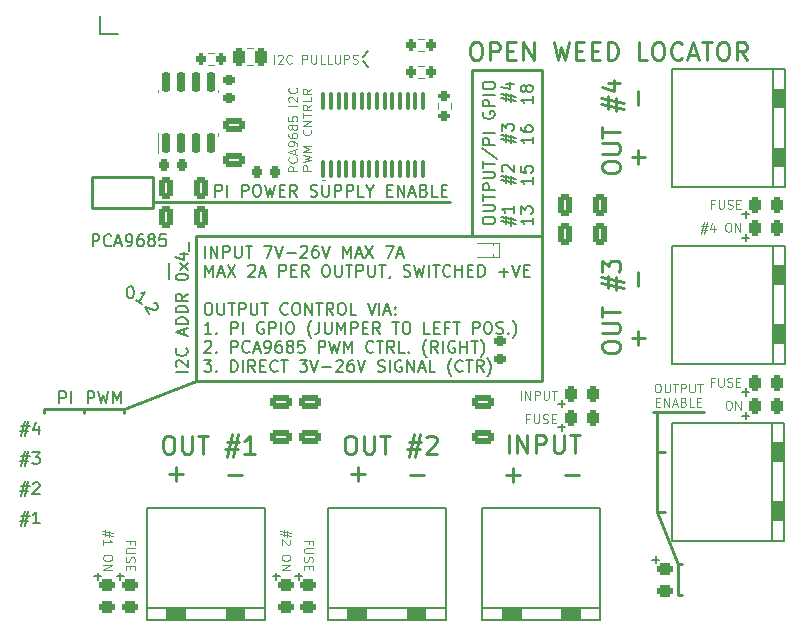
<source format=gbr>
G04 #@! TF.GenerationSoftware,KiCad,Pcbnew,8.0.2+dfsg-1*
G04 #@! TF.CreationDate,2024-06-08T19:17:01+01:00*
G04 #@! TF.ProjectId,owl-driver-board,6f776c2d-6472-4697-9665-722d626f6172,rev?*
G04 #@! TF.SameCoordinates,Original*
G04 #@! TF.FileFunction,Legend,Top*
G04 #@! TF.FilePolarity,Positive*
%FSLAX46Y46*%
G04 Gerber Fmt 4.6, Leading zero omitted, Abs format (unit mm)*
G04 Created by KiCad (PCBNEW 8.0.2+dfsg-1) date 2024-06-08 19:17:01*
%MOMM*%
%LPD*%
G01*
G04 APERTURE LIST*
G04 Aperture macros list*
%AMRoundRect*
0 Rectangle with rounded corners*
0 $1 Rounding radius*
0 $2 $3 $4 $5 $6 $7 $8 $9 X,Y pos of 4 corners*
0 Add a 4 corners polygon primitive as box body*
4,1,4,$2,$3,$4,$5,$6,$7,$8,$9,$2,$3,0*
0 Add four circle primitives for the rounded corners*
1,1,$1+$1,$2,$3*
1,1,$1+$1,$4,$5*
1,1,$1+$1,$6,$7*
1,1,$1+$1,$8,$9*
0 Add four rect primitives between the rounded corners*
20,1,$1+$1,$2,$3,$4,$5,0*
20,1,$1+$1,$4,$5,$6,$7,0*
20,1,$1+$1,$6,$7,$8,$9,0*
20,1,$1+$1,$8,$9,$2,$3,0*%
%AMFreePoly0*
4,1,19,0.500000,-0.750000,0.000000,-0.750000,0.000000,-0.744911,-0.071157,-0.744911,-0.207708,-0.704816,-0.327430,-0.627875,-0.420627,-0.520320,-0.479746,-0.390866,-0.500000,-0.250000,-0.500000,0.250000,-0.479746,0.390866,-0.420627,0.520320,-0.327430,0.627875,-0.207708,0.704816,-0.071157,0.744911,0.000000,0.744911,0.000000,0.750000,0.500000,0.750000,0.500000,-0.750000,0.500000,-0.750000,
$1*%
%AMFreePoly1*
4,1,19,0.000000,0.744911,0.071157,0.744911,0.207708,0.704816,0.327430,0.627875,0.420627,0.520320,0.479746,0.390866,0.500000,0.250000,0.500000,-0.250000,0.479746,-0.390866,0.420627,-0.520320,0.327430,-0.627875,0.207708,-0.704816,0.071157,-0.744911,0.000000,-0.744911,0.000000,-0.750000,-0.500000,-0.750000,-0.500000,0.750000,0.000000,0.750000,0.000000,0.744911,0.000000,0.744911,
$1*%
G04 Aperture macros list end*
%ADD10C,0.250000*%
%ADD11C,0.150000*%
%ADD12C,0.240000*%
%ADD13C,0.120000*%
%ADD14C,6.200000*%
%ADD15C,4.950000*%
%ADD16R,1.727200X1.727200*%
%ADD17O,1.727200X1.727200*%
%ADD18C,2.082800*%
%ADD19RoundRect,0.243750X0.456250X-0.243750X0.456250X0.243750X-0.456250X0.243750X-0.456250X-0.243750X0*%
%ADD20RoundRect,0.250000X-0.650000X0.325000X-0.650000X-0.325000X0.650000X-0.325000X0.650000X0.325000X0*%
%ADD21RoundRect,0.243750X0.243750X0.456250X-0.243750X0.456250X-0.243750X-0.456250X0.243750X-0.456250X0*%
%ADD22RoundRect,0.250000X0.650000X-0.325000X0.650000X0.325000X-0.650000X0.325000X-0.650000X-0.325000X0*%
%ADD23C,2.500000*%
%ADD24R,3.600000X2.700000*%
%ADD25FreePoly0,0.000000*%
%ADD26FreePoly1,0.000000*%
%ADD27RoundRect,0.225000X-0.250000X0.225000X-0.250000X-0.225000X0.250000X-0.225000X0.250000X0.225000X0*%
%ADD28RoundRect,0.250000X-0.325000X-0.650000X0.325000X-0.650000X0.325000X0.650000X-0.325000X0.650000X0*%
%ADD29R,1.700000X1.700000*%
%ADD30O,1.700000X1.700000*%
%ADD31RoundRect,0.250000X-0.250000X-0.475000X0.250000X-0.475000X0.250000X0.475000X-0.250000X0.475000X0*%
%ADD32RoundRect,0.225000X0.225000X0.250000X-0.225000X0.250000X-0.225000X-0.250000X0.225000X-0.250000X0*%
%ADD33RoundRect,0.200000X-0.200000X-0.275000X0.200000X-0.275000X0.200000X0.275000X-0.200000X0.275000X0*%
%ADD34R,3.100000X2.400000*%
%ADD35RoundRect,0.150000X0.150000X-0.737500X0.150000X0.737500X-0.150000X0.737500X-0.150000X-0.737500X0*%
%ADD36R,1.200000X2.250000*%
%ADD37RoundRect,0.250000X0.325000X0.650000X-0.325000X0.650000X-0.325000X-0.650000X0.325000X-0.650000X0*%
%ADD38RoundRect,0.100000X0.100000X-0.637500X0.100000X0.637500X-0.100000X0.637500X-0.100000X-0.637500X0*%
%ADD39RoundRect,0.200000X0.275000X-0.200000X0.275000X0.200000X-0.275000X0.200000X-0.275000X-0.200000X0*%
%ADD40RoundRect,0.225000X0.250000X-0.225000X0.250000X0.225000X-0.250000X0.225000X-0.250000X-0.225000X0*%
%ADD41R,0.600000X0.700000*%
%ADD42C,1.600000*%
G04 APERTURE END LIST*
D10*
X54000000Y-42200000D02*
X54700000Y-42200000D01*
X6200000Y-18900000D02*
X11300000Y-18900000D01*
X11300000Y-21500000D01*
X6200000Y-21500000D01*
X6200000Y-18900000D01*
X54000000Y-47300000D02*
X55800000Y-51700000D01*
X2097469Y-38500000D02*
X2100000Y-38847641D01*
X8897469Y-38500000D02*
X8900000Y-38847641D01*
X56100000Y-51700000D02*
X55800000Y-51700000D01*
X55800000Y-51700000D02*
X55800000Y-54250000D01*
D11*
X29100000Y-8700000D02*
X29500000Y-8200000D01*
X29500000Y-9600000D02*
X29100000Y-9100000D01*
D10*
X5497469Y-38500000D02*
X5500000Y-38847641D01*
X15000000Y-36200000D02*
X8897469Y-38500000D01*
X15000000Y-23900000D02*
X44300000Y-23900000D01*
X44300000Y-36200000D01*
X15000000Y-36200000D01*
X15000000Y-23900000D01*
X55800000Y-54250000D02*
X56100000Y-54250000D01*
X58000000Y-38800000D02*
X53700000Y-38800000D01*
X11400000Y-21000000D02*
X36500000Y-21000000D01*
X2122469Y-38500000D02*
X8872469Y-38500000D01*
X54000000Y-38800000D02*
X53999973Y-42200003D01*
X54000000Y-42200000D02*
X54000000Y-47300000D01*
X54000000Y-47300000D02*
X54700000Y-47300000D01*
X38300000Y-9800000D02*
X44300000Y-9800000D01*
X44300000Y-23900000D01*
X38300000Y-23900000D01*
X38300000Y-9800000D01*
D12*
X12500751Y-40806448D02*
X12786465Y-40806448D01*
X12786465Y-40806448D02*
X12929322Y-40877877D01*
X12929322Y-40877877D02*
X13072179Y-41020734D01*
X13072179Y-41020734D02*
X13143608Y-41306448D01*
X13143608Y-41306448D02*
X13143608Y-41806448D01*
X13143608Y-41806448D02*
X13072179Y-42092162D01*
X13072179Y-42092162D02*
X12929322Y-42235020D01*
X12929322Y-42235020D02*
X12786465Y-42306448D01*
X12786465Y-42306448D02*
X12500751Y-42306448D01*
X12500751Y-42306448D02*
X12357894Y-42235020D01*
X12357894Y-42235020D02*
X12215036Y-42092162D01*
X12215036Y-42092162D02*
X12143608Y-41806448D01*
X12143608Y-41806448D02*
X12143608Y-41306448D01*
X12143608Y-41306448D02*
X12215036Y-41020734D01*
X12215036Y-41020734D02*
X12357894Y-40877877D01*
X12357894Y-40877877D02*
X12500751Y-40806448D01*
X13786465Y-40806448D02*
X13786465Y-42020734D01*
X13786465Y-42020734D02*
X13857894Y-42163591D01*
X13857894Y-42163591D02*
X13929323Y-42235020D01*
X13929323Y-42235020D02*
X14072180Y-42306448D01*
X14072180Y-42306448D02*
X14357894Y-42306448D01*
X14357894Y-42306448D02*
X14500751Y-42235020D01*
X14500751Y-42235020D02*
X14572180Y-42163591D01*
X14572180Y-42163591D02*
X14643608Y-42020734D01*
X14643608Y-42020734D02*
X14643608Y-40806448D01*
X15143609Y-40806448D02*
X16000752Y-40806448D01*
X15572180Y-42306448D02*
X15572180Y-40806448D01*
X17572180Y-41306448D02*
X18643608Y-41306448D01*
X18000751Y-40663591D02*
X17572180Y-42592162D01*
X18500751Y-41949305D02*
X17429323Y-41949305D01*
X18072180Y-42592162D02*
X18500751Y-40663591D01*
X19929323Y-42306448D02*
X19072180Y-42306448D01*
X19500751Y-42306448D02*
X19500751Y-40806448D01*
X19500751Y-40806448D02*
X19357894Y-41020734D01*
X19357894Y-41020734D02*
X19215037Y-41163591D01*
X19215037Y-41163591D02*
X19072180Y-41235020D01*
X38542856Y-7481448D02*
X38828570Y-7481448D01*
X38828570Y-7481448D02*
X38971427Y-7552877D01*
X38971427Y-7552877D02*
X39114284Y-7695734D01*
X39114284Y-7695734D02*
X39185713Y-7981448D01*
X39185713Y-7981448D02*
X39185713Y-8481448D01*
X39185713Y-8481448D02*
X39114284Y-8767162D01*
X39114284Y-8767162D02*
X38971427Y-8910020D01*
X38971427Y-8910020D02*
X38828570Y-8981448D01*
X38828570Y-8981448D02*
X38542856Y-8981448D01*
X38542856Y-8981448D02*
X38399999Y-8910020D01*
X38399999Y-8910020D02*
X38257141Y-8767162D01*
X38257141Y-8767162D02*
X38185713Y-8481448D01*
X38185713Y-8481448D02*
X38185713Y-7981448D01*
X38185713Y-7981448D02*
X38257141Y-7695734D01*
X38257141Y-7695734D02*
X38399999Y-7552877D01*
X38399999Y-7552877D02*
X38542856Y-7481448D01*
X39828570Y-8981448D02*
X39828570Y-7481448D01*
X39828570Y-7481448D02*
X40399999Y-7481448D01*
X40399999Y-7481448D02*
X40542856Y-7552877D01*
X40542856Y-7552877D02*
X40614285Y-7624305D01*
X40614285Y-7624305D02*
X40685713Y-7767162D01*
X40685713Y-7767162D02*
X40685713Y-7981448D01*
X40685713Y-7981448D02*
X40614285Y-8124305D01*
X40614285Y-8124305D02*
X40542856Y-8195734D01*
X40542856Y-8195734D02*
X40399999Y-8267162D01*
X40399999Y-8267162D02*
X39828570Y-8267162D01*
X41328570Y-8195734D02*
X41828570Y-8195734D01*
X42042856Y-8981448D02*
X41328570Y-8981448D01*
X41328570Y-8981448D02*
X41328570Y-7481448D01*
X41328570Y-7481448D02*
X42042856Y-7481448D01*
X42685713Y-8981448D02*
X42685713Y-7481448D01*
X42685713Y-7481448D02*
X43542856Y-8981448D01*
X43542856Y-8981448D02*
X43542856Y-7481448D01*
X45257142Y-7481448D02*
X45614285Y-8981448D01*
X45614285Y-8981448D02*
X45899999Y-7910020D01*
X45899999Y-7910020D02*
X46185714Y-8981448D01*
X46185714Y-8981448D02*
X46542857Y-7481448D01*
X47114285Y-8195734D02*
X47614285Y-8195734D01*
X47828571Y-8981448D02*
X47114285Y-8981448D01*
X47114285Y-8981448D02*
X47114285Y-7481448D01*
X47114285Y-7481448D02*
X47828571Y-7481448D01*
X48471428Y-8195734D02*
X48971428Y-8195734D01*
X49185714Y-8981448D02*
X48471428Y-8981448D01*
X48471428Y-8981448D02*
X48471428Y-7481448D01*
X48471428Y-7481448D02*
X49185714Y-7481448D01*
X49828571Y-8981448D02*
X49828571Y-7481448D01*
X49828571Y-7481448D02*
X50185714Y-7481448D01*
X50185714Y-7481448D02*
X50400000Y-7552877D01*
X50400000Y-7552877D02*
X50542857Y-7695734D01*
X50542857Y-7695734D02*
X50614286Y-7838591D01*
X50614286Y-7838591D02*
X50685714Y-8124305D01*
X50685714Y-8124305D02*
X50685714Y-8338591D01*
X50685714Y-8338591D02*
X50614286Y-8624305D01*
X50614286Y-8624305D02*
X50542857Y-8767162D01*
X50542857Y-8767162D02*
X50400000Y-8910020D01*
X50400000Y-8910020D02*
X50185714Y-8981448D01*
X50185714Y-8981448D02*
X49828571Y-8981448D01*
X53185714Y-8981448D02*
X52471428Y-8981448D01*
X52471428Y-8981448D02*
X52471428Y-7481448D01*
X53971429Y-7481448D02*
X54257143Y-7481448D01*
X54257143Y-7481448D02*
X54400000Y-7552877D01*
X54400000Y-7552877D02*
X54542857Y-7695734D01*
X54542857Y-7695734D02*
X54614286Y-7981448D01*
X54614286Y-7981448D02*
X54614286Y-8481448D01*
X54614286Y-8481448D02*
X54542857Y-8767162D01*
X54542857Y-8767162D02*
X54400000Y-8910020D01*
X54400000Y-8910020D02*
X54257143Y-8981448D01*
X54257143Y-8981448D02*
X53971429Y-8981448D01*
X53971429Y-8981448D02*
X53828572Y-8910020D01*
X53828572Y-8910020D02*
X53685714Y-8767162D01*
X53685714Y-8767162D02*
X53614286Y-8481448D01*
X53614286Y-8481448D02*
X53614286Y-7981448D01*
X53614286Y-7981448D02*
X53685714Y-7695734D01*
X53685714Y-7695734D02*
X53828572Y-7552877D01*
X53828572Y-7552877D02*
X53971429Y-7481448D01*
X56114286Y-8838591D02*
X56042858Y-8910020D01*
X56042858Y-8910020D02*
X55828572Y-8981448D01*
X55828572Y-8981448D02*
X55685715Y-8981448D01*
X55685715Y-8981448D02*
X55471429Y-8910020D01*
X55471429Y-8910020D02*
X55328572Y-8767162D01*
X55328572Y-8767162D02*
X55257143Y-8624305D01*
X55257143Y-8624305D02*
X55185715Y-8338591D01*
X55185715Y-8338591D02*
X55185715Y-8124305D01*
X55185715Y-8124305D02*
X55257143Y-7838591D01*
X55257143Y-7838591D02*
X55328572Y-7695734D01*
X55328572Y-7695734D02*
X55471429Y-7552877D01*
X55471429Y-7552877D02*
X55685715Y-7481448D01*
X55685715Y-7481448D02*
X55828572Y-7481448D01*
X55828572Y-7481448D02*
X56042858Y-7552877D01*
X56042858Y-7552877D02*
X56114286Y-7624305D01*
X56685715Y-8552877D02*
X57400001Y-8552877D01*
X56542858Y-8981448D02*
X57042858Y-7481448D01*
X57042858Y-7481448D02*
X57542858Y-8981448D01*
X57828572Y-7481448D02*
X58685715Y-7481448D01*
X58257143Y-8981448D02*
X58257143Y-7481448D01*
X59471429Y-7481448D02*
X59757143Y-7481448D01*
X59757143Y-7481448D02*
X59900000Y-7552877D01*
X59900000Y-7552877D02*
X60042857Y-7695734D01*
X60042857Y-7695734D02*
X60114286Y-7981448D01*
X60114286Y-7981448D02*
X60114286Y-8481448D01*
X60114286Y-8481448D02*
X60042857Y-8767162D01*
X60042857Y-8767162D02*
X59900000Y-8910020D01*
X59900000Y-8910020D02*
X59757143Y-8981448D01*
X59757143Y-8981448D02*
X59471429Y-8981448D01*
X59471429Y-8981448D02*
X59328572Y-8910020D01*
X59328572Y-8910020D02*
X59185714Y-8767162D01*
X59185714Y-8767162D02*
X59114286Y-8481448D01*
X59114286Y-8481448D02*
X59114286Y-7981448D01*
X59114286Y-7981448D02*
X59185714Y-7695734D01*
X59185714Y-7695734D02*
X59328572Y-7552877D01*
X59328572Y-7552877D02*
X59471429Y-7481448D01*
X61614286Y-8981448D02*
X61114286Y-8267162D01*
X60757143Y-8981448D02*
X60757143Y-7481448D01*
X60757143Y-7481448D02*
X61328572Y-7481448D01*
X61328572Y-7481448D02*
X61471429Y-7552877D01*
X61471429Y-7552877D02*
X61542858Y-7624305D01*
X61542858Y-7624305D02*
X61614286Y-7767162D01*
X61614286Y-7767162D02*
X61614286Y-7981448D01*
X61614286Y-7981448D02*
X61542858Y-8124305D01*
X61542858Y-8124305D02*
X61471429Y-8195734D01*
X61471429Y-8195734D02*
X61328572Y-8267162D01*
X61328572Y-8267162D02*
X60757143Y-8267162D01*
D13*
X24502132Y-49928196D02*
X24502132Y-49678196D01*
X24109275Y-49678196D02*
X24859275Y-49678196D01*
X24859275Y-49678196D02*
X24859275Y-50035339D01*
X24859275Y-50321053D02*
X24252132Y-50321053D01*
X24252132Y-50321053D02*
X24180704Y-50356767D01*
X24180704Y-50356767D02*
X24144990Y-50392482D01*
X24144990Y-50392482D02*
X24109275Y-50463910D01*
X24109275Y-50463910D02*
X24109275Y-50606767D01*
X24109275Y-50606767D02*
X24144990Y-50678196D01*
X24144990Y-50678196D02*
X24180704Y-50713910D01*
X24180704Y-50713910D02*
X24252132Y-50749624D01*
X24252132Y-50749624D02*
X24859275Y-50749624D01*
X24144990Y-51071053D02*
X24109275Y-51178196D01*
X24109275Y-51178196D02*
X24109275Y-51356767D01*
X24109275Y-51356767D02*
X24144990Y-51428196D01*
X24144990Y-51428196D02*
X24180704Y-51463910D01*
X24180704Y-51463910D02*
X24252132Y-51499624D01*
X24252132Y-51499624D02*
X24323561Y-51499624D01*
X24323561Y-51499624D02*
X24394990Y-51463910D01*
X24394990Y-51463910D02*
X24430704Y-51428196D01*
X24430704Y-51428196D02*
X24466418Y-51356767D01*
X24466418Y-51356767D02*
X24502132Y-51213910D01*
X24502132Y-51213910D02*
X24537847Y-51142481D01*
X24537847Y-51142481D02*
X24573561Y-51106767D01*
X24573561Y-51106767D02*
X24644990Y-51071053D01*
X24644990Y-51071053D02*
X24716418Y-51071053D01*
X24716418Y-51071053D02*
X24787847Y-51106767D01*
X24787847Y-51106767D02*
X24823561Y-51142481D01*
X24823561Y-51142481D02*
X24859275Y-51213910D01*
X24859275Y-51213910D02*
X24859275Y-51392481D01*
X24859275Y-51392481D02*
X24823561Y-51499624D01*
X24502132Y-51821053D02*
X24502132Y-52071053D01*
X24109275Y-52178196D02*
X24109275Y-51821053D01*
X24109275Y-51821053D02*
X24859275Y-51821053D01*
X24859275Y-51821053D02*
X24859275Y-52178196D01*
D11*
X15736779Y-25724987D02*
X15736779Y-24724987D01*
X16212969Y-25724987D02*
X16212969Y-24724987D01*
X16212969Y-24724987D02*
X16784397Y-25724987D01*
X16784397Y-25724987D02*
X16784397Y-24724987D01*
X17260588Y-25724987D02*
X17260588Y-24724987D01*
X17260588Y-24724987D02*
X17641540Y-24724987D01*
X17641540Y-24724987D02*
X17736778Y-24772606D01*
X17736778Y-24772606D02*
X17784397Y-24820225D01*
X17784397Y-24820225D02*
X17832016Y-24915463D01*
X17832016Y-24915463D02*
X17832016Y-25058320D01*
X17832016Y-25058320D02*
X17784397Y-25153558D01*
X17784397Y-25153558D02*
X17736778Y-25201177D01*
X17736778Y-25201177D02*
X17641540Y-25248796D01*
X17641540Y-25248796D02*
X17260588Y-25248796D01*
X18260588Y-24724987D02*
X18260588Y-25534510D01*
X18260588Y-25534510D02*
X18308207Y-25629748D01*
X18308207Y-25629748D02*
X18355826Y-25677368D01*
X18355826Y-25677368D02*
X18451064Y-25724987D01*
X18451064Y-25724987D02*
X18641540Y-25724987D01*
X18641540Y-25724987D02*
X18736778Y-25677368D01*
X18736778Y-25677368D02*
X18784397Y-25629748D01*
X18784397Y-25629748D02*
X18832016Y-25534510D01*
X18832016Y-25534510D02*
X18832016Y-24724987D01*
X19165350Y-24724987D02*
X19736778Y-24724987D01*
X19451064Y-25724987D02*
X19451064Y-24724987D01*
X20736779Y-24724987D02*
X21403445Y-24724987D01*
X21403445Y-24724987D02*
X20974874Y-25724987D01*
X21641541Y-24724987D02*
X21974874Y-25724987D01*
X21974874Y-25724987D02*
X22308207Y-24724987D01*
X22641541Y-25344034D02*
X23403446Y-25344034D01*
X23832017Y-24820225D02*
X23879636Y-24772606D01*
X23879636Y-24772606D02*
X23974874Y-24724987D01*
X23974874Y-24724987D02*
X24212969Y-24724987D01*
X24212969Y-24724987D02*
X24308207Y-24772606D01*
X24308207Y-24772606D02*
X24355826Y-24820225D01*
X24355826Y-24820225D02*
X24403445Y-24915463D01*
X24403445Y-24915463D02*
X24403445Y-25010701D01*
X24403445Y-25010701D02*
X24355826Y-25153558D01*
X24355826Y-25153558D02*
X23784398Y-25724987D01*
X23784398Y-25724987D02*
X24403445Y-25724987D01*
X25260588Y-24724987D02*
X25070112Y-24724987D01*
X25070112Y-24724987D02*
X24974874Y-24772606D01*
X24974874Y-24772606D02*
X24927255Y-24820225D01*
X24927255Y-24820225D02*
X24832017Y-24963082D01*
X24832017Y-24963082D02*
X24784398Y-25153558D01*
X24784398Y-25153558D02*
X24784398Y-25534510D01*
X24784398Y-25534510D02*
X24832017Y-25629748D01*
X24832017Y-25629748D02*
X24879636Y-25677368D01*
X24879636Y-25677368D02*
X24974874Y-25724987D01*
X24974874Y-25724987D02*
X25165350Y-25724987D01*
X25165350Y-25724987D02*
X25260588Y-25677368D01*
X25260588Y-25677368D02*
X25308207Y-25629748D01*
X25308207Y-25629748D02*
X25355826Y-25534510D01*
X25355826Y-25534510D02*
X25355826Y-25296415D01*
X25355826Y-25296415D02*
X25308207Y-25201177D01*
X25308207Y-25201177D02*
X25260588Y-25153558D01*
X25260588Y-25153558D02*
X25165350Y-25105939D01*
X25165350Y-25105939D02*
X24974874Y-25105939D01*
X24974874Y-25105939D02*
X24879636Y-25153558D01*
X24879636Y-25153558D02*
X24832017Y-25201177D01*
X24832017Y-25201177D02*
X24784398Y-25296415D01*
X25641541Y-24724987D02*
X25974874Y-25724987D01*
X25974874Y-25724987D02*
X26308207Y-24724987D01*
X27403446Y-25724987D02*
X27403446Y-24724987D01*
X27403446Y-24724987D02*
X27736779Y-25439272D01*
X27736779Y-25439272D02*
X28070112Y-24724987D01*
X28070112Y-24724987D02*
X28070112Y-25724987D01*
X28498684Y-25439272D02*
X28974874Y-25439272D01*
X28403446Y-25724987D02*
X28736779Y-24724987D01*
X28736779Y-24724987D02*
X29070112Y-25724987D01*
X29308208Y-24724987D02*
X29974874Y-25724987D01*
X29974874Y-24724987D02*
X29308208Y-25724987D01*
X31022494Y-24724987D02*
X31689160Y-24724987D01*
X31689160Y-24724987D02*
X31260589Y-25724987D01*
X32022494Y-25439272D02*
X32498684Y-25439272D01*
X31927256Y-25724987D02*
X32260589Y-24724987D01*
X32260589Y-24724987D02*
X32593922Y-25724987D01*
X15736779Y-27334931D02*
X15736779Y-26334931D01*
X15736779Y-26334931D02*
X16070112Y-27049216D01*
X16070112Y-27049216D02*
X16403445Y-26334931D01*
X16403445Y-26334931D02*
X16403445Y-27334931D01*
X16832017Y-27049216D02*
X17308207Y-27049216D01*
X16736779Y-27334931D02*
X17070112Y-26334931D01*
X17070112Y-26334931D02*
X17403445Y-27334931D01*
X17641541Y-26334931D02*
X18308207Y-27334931D01*
X18308207Y-26334931D02*
X17641541Y-27334931D01*
X19403446Y-26430169D02*
X19451065Y-26382550D01*
X19451065Y-26382550D02*
X19546303Y-26334931D01*
X19546303Y-26334931D02*
X19784398Y-26334931D01*
X19784398Y-26334931D02*
X19879636Y-26382550D01*
X19879636Y-26382550D02*
X19927255Y-26430169D01*
X19927255Y-26430169D02*
X19974874Y-26525407D01*
X19974874Y-26525407D02*
X19974874Y-26620645D01*
X19974874Y-26620645D02*
X19927255Y-26763502D01*
X19927255Y-26763502D02*
X19355827Y-27334931D01*
X19355827Y-27334931D02*
X19974874Y-27334931D01*
X20355827Y-27049216D02*
X20832017Y-27049216D01*
X20260589Y-27334931D02*
X20593922Y-26334931D01*
X20593922Y-26334931D02*
X20927255Y-27334931D01*
X22022494Y-27334931D02*
X22022494Y-26334931D01*
X22022494Y-26334931D02*
X22403446Y-26334931D01*
X22403446Y-26334931D02*
X22498684Y-26382550D01*
X22498684Y-26382550D02*
X22546303Y-26430169D01*
X22546303Y-26430169D02*
X22593922Y-26525407D01*
X22593922Y-26525407D02*
X22593922Y-26668264D01*
X22593922Y-26668264D02*
X22546303Y-26763502D01*
X22546303Y-26763502D02*
X22498684Y-26811121D01*
X22498684Y-26811121D02*
X22403446Y-26858740D01*
X22403446Y-26858740D02*
X22022494Y-26858740D01*
X23022494Y-26811121D02*
X23355827Y-26811121D01*
X23498684Y-27334931D02*
X23022494Y-27334931D01*
X23022494Y-27334931D02*
X23022494Y-26334931D01*
X23022494Y-26334931D02*
X23498684Y-26334931D01*
X24498684Y-27334931D02*
X24165351Y-26858740D01*
X23927256Y-27334931D02*
X23927256Y-26334931D01*
X23927256Y-26334931D02*
X24308208Y-26334931D01*
X24308208Y-26334931D02*
X24403446Y-26382550D01*
X24403446Y-26382550D02*
X24451065Y-26430169D01*
X24451065Y-26430169D02*
X24498684Y-26525407D01*
X24498684Y-26525407D02*
X24498684Y-26668264D01*
X24498684Y-26668264D02*
X24451065Y-26763502D01*
X24451065Y-26763502D02*
X24403446Y-26811121D01*
X24403446Y-26811121D02*
X24308208Y-26858740D01*
X24308208Y-26858740D02*
X23927256Y-26858740D01*
X25879637Y-26334931D02*
X26070113Y-26334931D01*
X26070113Y-26334931D02*
X26165351Y-26382550D01*
X26165351Y-26382550D02*
X26260589Y-26477788D01*
X26260589Y-26477788D02*
X26308208Y-26668264D01*
X26308208Y-26668264D02*
X26308208Y-27001597D01*
X26308208Y-27001597D02*
X26260589Y-27192073D01*
X26260589Y-27192073D02*
X26165351Y-27287312D01*
X26165351Y-27287312D02*
X26070113Y-27334931D01*
X26070113Y-27334931D02*
X25879637Y-27334931D01*
X25879637Y-27334931D02*
X25784399Y-27287312D01*
X25784399Y-27287312D02*
X25689161Y-27192073D01*
X25689161Y-27192073D02*
X25641542Y-27001597D01*
X25641542Y-27001597D02*
X25641542Y-26668264D01*
X25641542Y-26668264D02*
X25689161Y-26477788D01*
X25689161Y-26477788D02*
X25784399Y-26382550D01*
X25784399Y-26382550D02*
X25879637Y-26334931D01*
X26736780Y-26334931D02*
X26736780Y-27144454D01*
X26736780Y-27144454D02*
X26784399Y-27239692D01*
X26784399Y-27239692D02*
X26832018Y-27287312D01*
X26832018Y-27287312D02*
X26927256Y-27334931D01*
X26927256Y-27334931D02*
X27117732Y-27334931D01*
X27117732Y-27334931D02*
X27212970Y-27287312D01*
X27212970Y-27287312D02*
X27260589Y-27239692D01*
X27260589Y-27239692D02*
X27308208Y-27144454D01*
X27308208Y-27144454D02*
X27308208Y-26334931D01*
X27641542Y-26334931D02*
X28212970Y-26334931D01*
X27927256Y-27334931D02*
X27927256Y-26334931D01*
X28546304Y-27334931D02*
X28546304Y-26334931D01*
X28546304Y-26334931D02*
X28927256Y-26334931D01*
X28927256Y-26334931D02*
X29022494Y-26382550D01*
X29022494Y-26382550D02*
X29070113Y-26430169D01*
X29070113Y-26430169D02*
X29117732Y-26525407D01*
X29117732Y-26525407D02*
X29117732Y-26668264D01*
X29117732Y-26668264D02*
X29070113Y-26763502D01*
X29070113Y-26763502D02*
X29022494Y-26811121D01*
X29022494Y-26811121D02*
X28927256Y-26858740D01*
X28927256Y-26858740D02*
X28546304Y-26858740D01*
X29546304Y-26334931D02*
X29546304Y-27144454D01*
X29546304Y-27144454D02*
X29593923Y-27239692D01*
X29593923Y-27239692D02*
X29641542Y-27287312D01*
X29641542Y-27287312D02*
X29736780Y-27334931D01*
X29736780Y-27334931D02*
X29927256Y-27334931D01*
X29927256Y-27334931D02*
X30022494Y-27287312D01*
X30022494Y-27287312D02*
X30070113Y-27239692D01*
X30070113Y-27239692D02*
X30117732Y-27144454D01*
X30117732Y-27144454D02*
X30117732Y-26334931D01*
X30451066Y-26334931D02*
X31022494Y-26334931D01*
X30736780Y-27334931D02*
X30736780Y-26334931D01*
X31403447Y-27287312D02*
X31403447Y-27334931D01*
X31403447Y-27334931D02*
X31355828Y-27430169D01*
X31355828Y-27430169D02*
X31308209Y-27477788D01*
X32546304Y-27287312D02*
X32689161Y-27334931D01*
X32689161Y-27334931D02*
X32927256Y-27334931D01*
X32927256Y-27334931D02*
X33022494Y-27287312D01*
X33022494Y-27287312D02*
X33070113Y-27239692D01*
X33070113Y-27239692D02*
X33117732Y-27144454D01*
X33117732Y-27144454D02*
X33117732Y-27049216D01*
X33117732Y-27049216D02*
X33070113Y-26953978D01*
X33070113Y-26953978D02*
X33022494Y-26906359D01*
X33022494Y-26906359D02*
X32927256Y-26858740D01*
X32927256Y-26858740D02*
X32736780Y-26811121D01*
X32736780Y-26811121D02*
X32641542Y-26763502D01*
X32641542Y-26763502D02*
X32593923Y-26715883D01*
X32593923Y-26715883D02*
X32546304Y-26620645D01*
X32546304Y-26620645D02*
X32546304Y-26525407D01*
X32546304Y-26525407D02*
X32593923Y-26430169D01*
X32593923Y-26430169D02*
X32641542Y-26382550D01*
X32641542Y-26382550D02*
X32736780Y-26334931D01*
X32736780Y-26334931D02*
X32974875Y-26334931D01*
X32974875Y-26334931D02*
X33117732Y-26382550D01*
X33451066Y-26334931D02*
X33689161Y-27334931D01*
X33689161Y-27334931D02*
X33879637Y-26620645D01*
X33879637Y-26620645D02*
X34070113Y-27334931D01*
X34070113Y-27334931D02*
X34308209Y-26334931D01*
X34689161Y-27334931D02*
X34689161Y-26334931D01*
X35022494Y-26334931D02*
X35593922Y-26334931D01*
X35308208Y-27334931D02*
X35308208Y-26334931D01*
X36498684Y-27239692D02*
X36451065Y-27287312D01*
X36451065Y-27287312D02*
X36308208Y-27334931D01*
X36308208Y-27334931D02*
X36212970Y-27334931D01*
X36212970Y-27334931D02*
X36070113Y-27287312D01*
X36070113Y-27287312D02*
X35974875Y-27192073D01*
X35974875Y-27192073D02*
X35927256Y-27096835D01*
X35927256Y-27096835D02*
X35879637Y-26906359D01*
X35879637Y-26906359D02*
X35879637Y-26763502D01*
X35879637Y-26763502D02*
X35927256Y-26573026D01*
X35927256Y-26573026D02*
X35974875Y-26477788D01*
X35974875Y-26477788D02*
X36070113Y-26382550D01*
X36070113Y-26382550D02*
X36212970Y-26334931D01*
X36212970Y-26334931D02*
X36308208Y-26334931D01*
X36308208Y-26334931D02*
X36451065Y-26382550D01*
X36451065Y-26382550D02*
X36498684Y-26430169D01*
X36927256Y-27334931D02*
X36927256Y-26334931D01*
X36927256Y-26811121D02*
X37498684Y-26811121D01*
X37498684Y-27334931D02*
X37498684Y-26334931D01*
X37974875Y-26811121D02*
X38308208Y-26811121D01*
X38451065Y-27334931D02*
X37974875Y-27334931D01*
X37974875Y-27334931D02*
X37974875Y-26334931D01*
X37974875Y-26334931D02*
X38451065Y-26334931D01*
X38879637Y-27334931D02*
X38879637Y-26334931D01*
X38879637Y-26334931D02*
X39117732Y-26334931D01*
X39117732Y-26334931D02*
X39260589Y-26382550D01*
X39260589Y-26382550D02*
X39355827Y-26477788D01*
X39355827Y-26477788D02*
X39403446Y-26573026D01*
X39403446Y-26573026D02*
X39451065Y-26763502D01*
X39451065Y-26763502D02*
X39451065Y-26906359D01*
X39451065Y-26906359D02*
X39403446Y-27096835D01*
X39403446Y-27096835D02*
X39355827Y-27192073D01*
X39355827Y-27192073D02*
X39260589Y-27287312D01*
X39260589Y-27287312D02*
X39117732Y-27334931D01*
X39117732Y-27334931D02*
X38879637Y-27334931D01*
X40641542Y-26953978D02*
X41403447Y-26953978D01*
X41022494Y-27334931D02*
X41022494Y-26573026D01*
X41736780Y-26334931D02*
X42070113Y-27334931D01*
X42070113Y-27334931D02*
X42403446Y-26334931D01*
X42736780Y-26811121D02*
X43070113Y-26811121D01*
X43212970Y-27334931D02*
X42736780Y-27334931D01*
X42736780Y-27334931D02*
X42736780Y-26334931D01*
X42736780Y-26334931D02*
X43212970Y-26334931D01*
X15927255Y-29554819D02*
X16117731Y-29554819D01*
X16117731Y-29554819D02*
X16212969Y-29602438D01*
X16212969Y-29602438D02*
X16308207Y-29697676D01*
X16308207Y-29697676D02*
X16355826Y-29888152D01*
X16355826Y-29888152D02*
X16355826Y-30221485D01*
X16355826Y-30221485D02*
X16308207Y-30411961D01*
X16308207Y-30411961D02*
X16212969Y-30507200D01*
X16212969Y-30507200D02*
X16117731Y-30554819D01*
X16117731Y-30554819D02*
X15927255Y-30554819D01*
X15927255Y-30554819D02*
X15832017Y-30507200D01*
X15832017Y-30507200D02*
X15736779Y-30411961D01*
X15736779Y-30411961D02*
X15689160Y-30221485D01*
X15689160Y-30221485D02*
X15689160Y-29888152D01*
X15689160Y-29888152D02*
X15736779Y-29697676D01*
X15736779Y-29697676D02*
X15832017Y-29602438D01*
X15832017Y-29602438D02*
X15927255Y-29554819D01*
X16784398Y-29554819D02*
X16784398Y-30364342D01*
X16784398Y-30364342D02*
X16832017Y-30459580D01*
X16832017Y-30459580D02*
X16879636Y-30507200D01*
X16879636Y-30507200D02*
X16974874Y-30554819D01*
X16974874Y-30554819D02*
X17165350Y-30554819D01*
X17165350Y-30554819D02*
X17260588Y-30507200D01*
X17260588Y-30507200D02*
X17308207Y-30459580D01*
X17308207Y-30459580D02*
X17355826Y-30364342D01*
X17355826Y-30364342D02*
X17355826Y-29554819D01*
X17689160Y-29554819D02*
X18260588Y-29554819D01*
X17974874Y-30554819D02*
X17974874Y-29554819D01*
X18593922Y-30554819D02*
X18593922Y-29554819D01*
X18593922Y-29554819D02*
X18974874Y-29554819D01*
X18974874Y-29554819D02*
X19070112Y-29602438D01*
X19070112Y-29602438D02*
X19117731Y-29650057D01*
X19117731Y-29650057D02*
X19165350Y-29745295D01*
X19165350Y-29745295D02*
X19165350Y-29888152D01*
X19165350Y-29888152D02*
X19117731Y-29983390D01*
X19117731Y-29983390D02*
X19070112Y-30031009D01*
X19070112Y-30031009D02*
X18974874Y-30078628D01*
X18974874Y-30078628D02*
X18593922Y-30078628D01*
X19593922Y-29554819D02*
X19593922Y-30364342D01*
X19593922Y-30364342D02*
X19641541Y-30459580D01*
X19641541Y-30459580D02*
X19689160Y-30507200D01*
X19689160Y-30507200D02*
X19784398Y-30554819D01*
X19784398Y-30554819D02*
X19974874Y-30554819D01*
X19974874Y-30554819D02*
X20070112Y-30507200D01*
X20070112Y-30507200D02*
X20117731Y-30459580D01*
X20117731Y-30459580D02*
X20165350Y-30364342D01*
X20165350Y-30364342D02*
X20165350Y-29554819D01*
X20498684Y-29554819D02*
X21070112Y-29554819D01*
X20784398Y-30554819D02*
X20784398Y-29554819D01*
X22736779Y-30459580D02*
X22689160Y-30507200D01*
X22689160Y-30507200D02*
X22546303Y-30554819D01*
X22546303Y-30554819D02*
X22451065Y-30554819D01*
X22451065Y-30554819D02*
X22308208Y-30507200D01*
X22308208Y-30507200D02*
X22212970Y-30411961D01*
X22212970Y-30411961D02*
X22165351Y-30316723D01*
X22165351Y-30316723D02*
X22117732Y-30126247D01*
X22117732Y-30126247D02*
X22117732Y-29983390D01*
X22117732Y-29983390D02*
X22165351Y-29792914D01*
X22165351Y-29792914D02*
X22212970Y-29697676D01*
X22212970Y-29697676D02*
X22308208Y-29602438D01*
X22308208Y-29602438D02*
X22451065Y-29554819D01*
X22451065Y-29554819D02*
X22546303Y-29554819D01*
X22546303Y-29554819D02*
X22689160Y-29602438D01*
X22689160Y-29602438D02*
X22736779Y-29650057D01*
X23355827Y-29554819D02*
X23546303Y-29554819D01*
X23546303Y-29554819D02*
X23641541Y-29602438D01*
X23641541Y-29602438D02*
X23736779Y-29697676D01*
X23736779Y-29697676D02*
X23784398Y-29888152D01*
X23784398Y-29888152D02*
X23784398Y-30221485D01*
X23784398Y-30221485D02*
X23736779Y-30411961D01*
X23736779Y-30411961D02*
X23641541Y-30507200D01*
X23641541Y-30507200D02*
X23546303Y-30554819D01*
X23546303Y-30554819D02*
X23355827Y-30554819D01*
X23355827Y-30554819D02*
X23260589Y-30507200D01*
X23260589Y-30507200D02*
X23165351Y-30411961D01*
X23165351Y-30411961D02*
X23117732Y-30221485D01*
X23117732Y-30221485D02*
X23117732Y-29888152D01*
X23117732Y-29888152D02*
X23165351Y-29697676D01*
X23165351Y-29697676D02*
X23260589Y-29602438D01*
X23260589Y-29602438D02*
X23355827Y-29554819D01*
X24212970Y-30554819D02*
X24212970Y-29554819D01*
X24212970Y-29554819D02*
X24784398Y-30554819D01*
X24784398Y-30554819D02*
X24784398Y-29554819D01*
X25117732Y-29554819D02*
X25689160Y-29554819D01*
X25403446Y-30554819D02*
X25403446Y-29554819D01*
X26593922Y-30554819D02*
X26260589Y-30078628D01*
X26022494Y-30554819D02*
X26022494Y-29554819D01*
X26022494Y-29554819D02*
X26403446Y-29554819D01*
X26403446Y-29554819D02*
X26498684Y-29602438D01*
X26498684Y-29602438D02*
X26546303Y-29650057D01*
X26546303Y-29650057D02*
X26593922Y-29745295D01*
X26593922Y-29745295D02*
X26593922Y-29888152D01*
X26593922Y-29888152D02*
X26546303Y-29983390D01*
X26546303Y-29983390D02*
X26498684Y-30031009D01*
X26498684Y-30031009D02*
X26403446Y-30078628D01*
X26403446Y-30078628D02*
X26022494Y-30078628D01*
X27212970Y-29554819D02*
X27403446Y-29554819D01*
X27403446Y-29554819D02*
X27498684Y-29602438D01*
X27498684Y-29602438D02*
X27593922Y-29697676D01*
X27593922Y-29697676D02*
X27641541Y-29888152D01*
X27641541Y-29888152D02*
X27641541Y-30221485D01*
X27641541Y-30221485D02*
X27593922Y-30411961D01*
X27593922Y-30411961D02*
X27498684Y-30507200D01*
X27498684Y-30507200D02*
X27403446Y-30554819D01*
X27403446Y-30554819D02*
X27212970Y-30554819D01*
X27212970Y-30554819D02*
X27117732Y-30507200D01*
X27117732Y-30507200D02*
X27022494Y-30411961D01*
X27022494Y-30411961D02*
X26974875Y-30221485D01*
X26974875Y-30221485D02*
X26974875Y-29888152D01*
X26974875Y-29888152D02*
X27022494Y-29697676D01*
X27022494Y-29697676D02*
X27117732Y-29602438D01*
X27117732Y-29602438D02*
X27212970Y-29554819D01*
X28546303Y-30554819D02*
X28070113Y-30554819D01*
X28070113Y-30554819D02*
X28070113Y-29554819D01*
X29498685Y-29554819D02*
X29832018Y-30554819D01*
X29832018Y-30554819D02*
X30165351Y-29554819D01*
X30498685Y-30554819D02*
X30498685Y-29554819D01*
X30927256Y-30269104D02*
X31403446Y-30269104D01*
X30832018Y-30554819D02*
X31165351Y-29554819D01*
X31165351Y-29554819D02*
X31498684Y-30554819D01*
X31832018Y-30459580D02*
X31879637Y-30507200D01*
X31879637Y-30507200D02*
X31832018Y-30554819D01*
X31832018Y-30554819D02*
X31784399Y-30507200D01*
X31784399Y-30507200D02*
X31832018Y-30459580D01*
X31832018Y-30459580D02*
X31832018Y-30554819D01*
X31832018Y-29935771D02*
X31879637Y-29983390D01*
X31879637Y-29983390D02*
X31832018Y-30031009D01*
X31832018Y-30031009D02*
X31784399Y-29983390D01*
X31784399Y-29983390D02*
X31832018Y-29935771D01*
X31832018Y-29935771D02*
X31832018Y-30031009D01*
X16260588Y-32164763D02*
X15689160Y-32164763D01*
X15974874Y-32164763D02*
X15974874Y-31164763D01*
X15974874Y-31164763D02*
X15879636Y-31307620D01*
X15879636Y-31307620D02*
X15784398Y-31402858D01*
X15784398Y-31402858D02*
X15689160Y-31450477D01*
X16689160Y-32069524D02*
X16736779Y-32117144D01*
X16736779Y-32117144D02*
X16689160Y-32164763D01*
X16689160Y-32164763D02*
X16641541Y-32117144D01*
X16641541Y-32117144D02*
X16689160Y-32069524D01*
X16689160Y-32069524D02*
X16689160Y-32164763D01*
X17927255Y-32164763D02*
X17927255Y-31164763D01*
X17927255Y-31164763D02*
X18308207Y-31164763D01*
X18308207Y-31164763D02*
X18403445Y-31212382D01*
X18403445Y-31212382D02*
X18451064Y-31260001D01*
X18451064Y-31260001D02*
X18498683Y-31355239D01*
X18498683Y-31355239D02*
X18498683Y-31498096D01*
X18498683Y-31498096D02*
X18451064Y-31593334D01*
X18451064Y-31593334D02*
X18403445Y-31640953D01*
X18403445Y-31640953D02*
X18308207Y-31688572D01*
X18308207Y-31688572D02*
X17927255Y-31688572D01*
X18927255Y-32164763D02*
X18927255Y-31164763D01*
X20689159Y-31212382D02*
X20593921Y-31164763D01*
X20593921Y-31164763D02*
X20451064Y-31164763D01*
X20451064Y-31164763D02*
X20308207Y-31212382D01*
X20308207Y-31212382D02*
X20212969Y-31307620D01*
X20212969Y-31307620D02*
X20165350Y-31402858D01*
X20165350Y-31402858D02*
X20117731Y-31593334D01*
X20117731Y-31593334D02*
X20117731Y-31736191D01*
X20117731Y-31736191D02*
X20165350Y-31926667D01*
X20165350Y-31926667D02*
X20212969Y-32021905D01*
X20212969Y-32021905D02*
X20308207Y-32117144D01*
X20308207Y-32117144D02*
X20451064Y-32164763D01*
X20451064Y-32164763D02*
X20546302Y-32164763D01*
X20546302Y-32164763D02*
X20689159Y-32117144D01*
X20689159Y-32117144D02*
X20736778Y-32069524D01*
X20736778Y-32069524D02*
X20736778Y-31736191D01*
X20736778Y-31736191D02*
X20546302Y-31736191D01*
X21165350Y-32164763D02*
X21165350Y-31164763D01*
X21165350Y-31164763D02*
X21546302Y-31164763D01*
X21546302Y-31164763D02*
X21641540Y-31212382D01*
X21641540Y-31212382D02*
X21689159Y-31260001D01*
X21689159Y-31260001D02*
X21736778Y-31355239D01*
X21736778Y-31355239D02*
X21736778Y-31498096D01*
X21736778Y-31498096D02*
X21689159Y-31593334D01*
X21689159Y-31593334D02*
X21641540Y-31640953D01*
X21641540Y-31640953D02*
X21546302Y-31688572D01*
X21546302Y-31688572D02*
X21165350Y-31688572D01*
X22165350Y-32164763D02*
X22165350Y-31164763D01*
X22832016Y-31164763D02*
X23022492Y-31164763D01*
X23022492Y-31164763D02*
X23117730Y-31212382D01*
X23117730Y-31212382D02*
X23212968Y-31307620D01*
X23212968Y-31307620D02*
X23260587Y-31498096D01*
X23260587Y-31498096D02*
X23260587Y-31831429D01*
X23260587Y-31831429D02*
X23212968Y-32021905D01*
X23212968Y-32021905D02*
X23117730Y-32117144D01*
X23117730Y-32117144D02*
X23022492Y-32164763D01*
X23022492Y-32164763D02*
X22832016Y-32164763D01*
X22832016Y-32164763D02*
X22736778Y-32117144D01*
X22736778Y-32117144D02*
X22641540Y-32021905D01*
X22641540Y-32021905D02*
X22593921Y-31831429D01*
X22593921Y-31831429D02*
X22593921Y-31498096D01*
X22593921Y-31498096D02*
X22641540Y-31307620D01*
X22641540Y-31307620D02*
X22736778Y-31212382D01*
X22736778Y-31212382D02*
X22832016Y-31164763D01*
X24736778Y-32545715D02*
X24689159Y-32498096D01*
X24689159Y-32498096D02*
X24593921Y-32355239D01*
X24593921Y-32355239D02*
X24546302Y-32260001D01*
X24546302Y-32260001D02*
X24498683Y-32117144D01*
X24498683Y-32117144D02*
X24451064Y-31879048D01*
X24451064Y-31879048D02*
X24451064Y-31688572D01*
X24451064Y-31688572D02*
X24498683Y-31450477D01*
X24498683Y-31450477D02*
X24546302Y-31307620D01*
X24546302Y-31307620D02*
X24593921Y-31212382D01*
X24593921Y-31212382D02*
X24689159Y-31069524D01*
X24689159Y-31069524D02*
X24736778Y-31021905D01*
X25403445Y-31164763D02*
X25403445Y-31879048D01*
X25403445Y-31879048D02*
X25355826Y-32021905D01*
X25355826Y-32021905D02*
X25260588Y-32117144D01*
X25260588Y-32117144D02*
X25117731Y-32164763D01*
X25117731Y-32164763D02*
X25022493Y-32164763D01*
X25879636Y-31164763D02*
X25879636Y-31974286D01*
X25879636Y-31974286D02*
X25927255Y-32069524D01*
X25927255Y-32069524D02*
X25974874Y-32117144D01*
X25974874Y-32117144D02*
X26070112Y-32164763D01*
X26070112Y-32164763D02*
X26260588Y-32164763D01*
X26260588Y-32164763D02*
X26355826Y-32117144D01*
X26355826Y-32117144D02*
X26403445Y-32069524D01*
X26403445Y-32069524D02*
X26451064Y-31974286D01*
X26451064Y-31974286D02*
X26451064Y-31164763D01*
X26927255Y-32164763D02*
X26927255Y-31164763D01*
X26927255Y-31164763D02*
X27260588Y-31879048D01*
X27260588Y-31879048D02*
X27593921Y-31164763D01*
X27593921Y-31164763D02*
X27593921Y-32164763D01*
X28070112Y-32164763D02*
X28070112Y-31164763D01*
X28070112Y-31164763D02*
X28451064Y-31164763D01*
X28451064Y-31164763D02*
X28546302Y-31212382D01*
X28546302Y-31212382D02*
X28593921Y-31260001D01*
X28593921Y-31260001D02*
X28641540Y-31355239D01*
X28641540Y-31355239D02*
X28641540Y-31498096D01*
X28641540Y-31498096D02*
X28593921Y-31593334D01*
X28593921Y-31593334D02*
X28546302Y-31640953D01*
X28546302Y-31640953D02*
X28451064Y-31688572D01*
X28451064Y-31688572D02*
X28070112Y-31688572D01*
X29070112Y-31640953D02*
X29403445Y-31640953D01*
X29546302Y-32164763D02*
X29070112Y-32164763D01*
X29070112Y-32164763D02*
X29070112Y-31164763D01*
X29070112Y-31164763D02*
X29546302Y-31164763D01*
X30546302Y-32164763D02*
X30212969Y-31688572D01*
X29974874Y-32164763D02*
X29974874Y-31164763D01*
X29974874Y-31164763D02*
X30355826Y-31164763D01*
X30355826Y-31164763D02*
X30451064Y-31212382D01*
X30451064Y-31212382D02*
X30498683Y-31260001D01*
X30498683Y-31260001D02*
X30546302Y-31355239D01*
X30546302Y-31355239D02*
X30546302Y-31498096D01*
X30546302Y-31498096D02*
X30498683Y-31593334D01*
X30498683Y-31593334D02*
X30451064Y-31640953D01*
X30451064Y-31640953D02*
X30355826Y-31688572D01*
X30355826Y-31688572D02*
X29974874Y-31688572D01*
X31593922Y-31164763D02*
X32165350Y-31164763D01*
X31879636Y-32164763D02*
X31879636Y-31164763D01*
X32689160Y-31164763D02*
X32879636Y-31164763D01*
X32879636Y-31164763D02*
X32974874Y-31212382D01*
X32974874Y-31212382D02*
X33070112Y-31307620D01*
X33070112Y-31307620D02*
X33117731Y-31498096D01*
X33117731Y-31498096D02*
X33117731Y-31831429D01*
X33117731Y-31831429D02*
X33070112Y-32021905D01*
X33070112Y-32021905D02*
X32974874Y-32117144D01*
X32974874Y-32117144D02*
X32879636Y-32164763D01*
X32879636Y-32164763D02*
X32689160Y-32164763D01*
X32689160Y-32164763D02*
X32593922Y-32117144D01*
X32593922Y-32117144D02*
X32498684Y-32021905D01*
X32498684Y-32021905D02*
X32451065Y-31831429D01*
X32451065Y-31831429D02*
X32451065Y-31498096D01*
X32451065Y-31498096D02*
X32498684Y-31307620D01*
X32498684Y-31307620D02*
X32593922Y-31212382D01*
X32593922Y-31212382D02*
X32689160Y-31164763D01*
X34784398Y-32164763D02*
X34308208Y-32164763D01*
X34308208Y-32164763D02*
X34308208Y-31164763D01*
X35117732Y-31640953D02*
X35451065Y-31640953D01*
X35593922Y-32164763D02*
X35117732Y-32164763D01*
X35117732Y-32164763D02*
X35117732Y-31164763D01*
X35117732Y-31164763D02*
X35593922Y-31164763D01*
X36355827Y-31640953D02*
X36022494Y-31640953D01*
X36022494Y-32164763D02*
X36022494Y-31164763D01*
X36022494Y-31164763D02*
X36498684Y-31164763D01*
X36736780Y-31164763D02*
X37308208Y-31164763D01*
X37022494Y-32164763D02*
X37022494Y-31164763D01*
X38403447Y-32164763D02*
X38403447Y-31164763D01*
X38403447Y-31164763D02*
X38784399Y-31164763D01*
X38784399Y-31164763D02*
X38879637Y-31212382D01*
X38879637Y-31212382D02*
X38927256Y-31260001D01*
X38927256Y-31260001D02*
X38974875Y-31355239D01*
X38974875Y-31355239D02*
X38974875Y-31498096D01*
X38974875Y-31498096D02*
X38927256Y-31593334D01*
X38927256Y-31593334D02*
X38879637Y-31640953D01*
X38879637Y-31640953D02*
X38784399Y-31688572D01*
X38784399Y-31688572D02*
X38403447Y-31688572D01*
X39593923Y-31164763D02*
X39784399Y-31164763D01*
X39784399Y-31164763D02*
X39879637Y-31212382D01*
X39879637Y-31212382D02*
X39974875Y-31307620D01*
X39974875Y-31307620D02*
X40022494Y-31498096D01*
X40022494Y-31498096D02*
X40022494Y-31831429D01*
X40022494Y-31831429D02*
X39974875Y-32021905D01*
X39974875Y-32021905D02*
X39879637Y-32117144D01*
X39879637Y-32117144D02*
X39784399Y-32164763D01*
X39784399Y-32164763D02*
X39593923Y-32164763D01*
X39593923Y-32164763D02*
X39498685Y-32117144D01*
X39498685Y-32117144D02*
X39403447Y-32021905D01*
X39403447Y-32021905D02*
X39355828Y-31831429D01*
X39355828Y-31831429D02*
X39355828Y-31498096D01*
X39355828Y-31498096D02*
X39403447Y-31307620D01*
X39403447Y-31307620D02*
X39498685Y-31212382D01*
X39498685Y-31212382D02*
X39593923Y-31164763D01*
X40403447Y-32117144D02*
X40546304Y-32164763D01*
X40546304Y-32164763D02*
X40784399Y-32164763D01*
X40784399Y-32164763D02*
X40879637Y-32117144D01*
X40879637Y-32117144D02*
X40927256Y-32069524D01*
X40927256Y-32069524D02*
X40974875Y-31974286D01*
X40974875Y-31974286D02*
X40974875Y-31879048D01*
X40974875Y-31879048D02*
X40927256Y-31783810D01*
X40927256Y-31783810D02*
X40879637Y-31736191D01*
X40879637Y-31736191D02*
X40784399Y-31688572D01*
X40784399Y-31688572D02*
X40593923Y-31640953D01*
X40593923Y-31640953D02*
X40498685Y-31593334D01*
X40498685Y-31593334D02*
X40451066Y-31545715D01*
X40451066Y-31545715D02*
X40403447Y-31450477D01*
X40403447Y-31450477D02*
X40403447Y-31355239D01*
X40403447Y-31355239D02*
X40451066Y-31260001D01*
X40451066Y-31260001D02*
X40498685Y-31212382D01*
X40498685Y-31212382D02*
X40593923Y-31164763D01*
X40593923Y-31164763D02*
X40832018Y-31164763D01*
X40832018Y-31164763D02*
X40974875Y-31212382D01*
X41403447Y-32069524D02*
X41451066Y-32117144D01*
X41451066Y-32117144D02*
X41403447Y-32164763D01*
X41403447Y-32164763D02*
X41355828Y-32117144D01*
X41355828Y-32117144D02*
X41403447Y-32069524D01*
X41403447Y-32069524D02*
X41403447Y-32164763D01*
X41784399Y-32545715D02*
X41832018Y-32498096D01*
X41832018Y-32498096D02*
X41927256Y-32355239D01*
X41927256Y-32355239D02*
X41974875Y-32260001D01*
X41974875Y-32260001D02*
X42022494Y-32117144D01*
X42022494Y-32117144D02*
X42070113Y-31879048D01*
X42070113Y-31879048D02*
X42070113Y-31688572D01*
X42070113Y-31688572D02*
X42022494Y-31450477D01*
X42022494Y-31450477D02*
X41974875Y-31307620D01*
X41974875Y-31307620D02*
X41927256Y-31212382D01*
X41927256Y-31212382D02*
X41832018Y-31069524D01*
X41832018Y-31069524D02*
X41784399Y-31021905D01*
X15689160Y-32869945D02*
X15736779Y-32822326D01*
X15736779Y-32822326D02*
X15832017Y-32774707D01*
X15832017Y-32774707D02*
X16070112Y-32774707D01*
X16070112Y-32774707D02*
X16165350Y-32822326D01*
X16165350Y-32822326D02*
X16212969Y-32869945D01*
X16212969Y-32869945D02*
X16260588Y-32965183D01*
X16260588Y-32965183D02*
X16260588Y-33060421D01*
X16260588Y-33060421D02*
X16212969Y-33203278D01*
X16212969Y-33203278D02*
X15641541Y-33774707D01*
X15641541Y-33774707D02*
X16260588Y-33774707D01*
X16689160Y-33679468D02*
X16736779Y-33727088D01*
X16736779Y-33727088D02*
X16689160Y-33774707D01*
X16689160Y-33774707D02*
X16641541Y-33727088D01*
X16641541Y-33727088D02*
X16689160Y-33679468D01*
X16689160Y-33679468D02*
X16689160Y-33774707D01*
X17927255Y-33774707D02*
X17927255Y-32774707D01*
X17927255Y-32774707D02*
X18308207Y-32774707D01*
X18308207Y-32774707D02*
X18403445Y-32822326D01*
X18403445Y-32822326D02*
X18451064Y-32869945D01*
X18451064Y-32869945D02*
X18498683Y-32965183D01*
X18498683Y-32965183D02*
X18498683Y-33108040D01*
X18498683Y-33108040D02*
X18451064Y-33203278D01*
X18451064Y-33203278D02*
X18403445Y-33250897D01*
X18403445Y-33250897D02*
X18308207Y-33298516D01*
X18308207Y-33298516D02*
X17927255Y-33298516D01*
X19498683Y-33679468D02*
X19451064Y-33727088D01*
X19451064Y-33727088D02*
X19308207Y-33774707D01*
X19308207Y-33774707D02*
X19212969Y-33774707D01*
X19212969Y-33774707D02*
X19070112Y-33727088D01*
X19070112Y-33727088D02*
X18974874Y-33631849D01*
X18974874Y-33631849D02*
X18927255Y-33536611D01*
X18927255Y-33536611D02*
X18879636Y-33346135D01*
X18879636Y-33346135D02*
X18879636Y-33203278D01*
X18879636Y-33203278D02*
X18927255Y-33012802D01*
X18927255Y-33012802D02*
X18974874Y-32917564D01*
X18974874Y-32917564D02*
X19070112Y-32822326D01*
X19070112Y-32822326D02*
X19212969Y-32774707D01*
X19212969Y-32774707D02*
X19308207Y-32774707D01*
X19308207Y-32774707D02*
X19451064Y-32822326D01*
X19451064Y-32822326D02*
X19498683Y-32869945D01*
X19879636Y-33488992D02*
X20355826Y-33488992D01*
X19784398Y-33774707D02*
X20117731Y-32774707D01*
X20117731Y-32774707D02*
X20451064Y-33774707D01*
X20832017Y-33774707D02*
X21022493Y-33774707D01*
X21022493Y-33774707D02*
X21117731Y-33727088D01*
X21117731Y-33727088D02*
X21165350Y-33679468D01*
X21165350Y-33679468D02*
X21260588Y-33536611D01*
X21260588Y-33536611D02*
X21308207Y-33346135D01*
X21308207Y-33346135D02*
X21308207Y-32965183D01*
X21308207Y-32965183D02*
X21260588Y-32869945D01*
X21260588Y-32869945D02*
X21212969Y-32822326D01*
X21212969Y-32822326D02*
X21117731Y-32774707D01*
X21117731Y-32774707D02*
X20927255Y-32774707D01*
X20927255Y-32774707D02*
X20832017Y-32822326D01*
X20832017Y-32822326D02*
X20784398Y-32869945D01*
X20784398Y-32869945D02*
X20736779Y-32965183D01*
X20736779Y-32965183D02*
X20736779Y-33203278D01*
X20736779Y-33203278D02*
X20784398Y-33298516D01*
X20784398Y-33298516D02*
X20832017Y-33346135D01*
X20832017Y-33346135D02*
X20927255Y-33393754D01*
X20927255Y-33393754D02*
X21117731Y-33393754D01*
X21117731Y-33393754D02*
X21212969Y-33346135D01*
X21212969Y-33346135D02*
X21260588Y-33298516D01*
X21260588Y-33298516D02*
X21308207Y-33203278D01*
X22165350Y-32774707D02*
X21974874Y-32774707D01*
X21974874Y-32774707D02*
X21879636Y-32822326D01*
X21879636Y-32822326D02*
X21832017Y-32869945D01*
X21832017Y-32869945D02*
X21736779Y-33012802D01*
X21736779Y-33012802D02*
X21689160Y-33203278D01*
X21689160Y-33203278D02*
X21689160Y-33584230D01*
X21689160Y-33584230D02*
X21736779Y-33679468D01*
X21736779Y-33679468D02*
X21784398Y-33727088D01*
X21784398Y-33727088D02*
X21879636Y-33774707D01*
X21879636Y-33774707D02*
X22070112Y-33774707D01*
X22070112Y-33774707D02*
X22165350Y-33727088D01*
X22165350Y-33727088D02*
X22212969Y-33679468D01*
X22212969Y-33679468D02*
X22260588Y-33584230D01*
X22260588Y-33584230D02*
X22260588Y-33346135D01*
X22260588Y-33346135D02*
X22212969Y-33250897D01*
X22212969Y-33250897D02*
X22165350Y-33203278D01*
X22165350Y-33203278D02*
X22070112Y-33155659D01*
X22070112Y-33155659D02*
X21879636Y-33155659D01*
X21879636Y-33155659D02*
X21784398Y-33203278D01*
X21784398Y-33203278D02*
X21736779Y-33250897D01*
X21736779Y-33250897D02*
X21689160Y-33346135D01*
X22832017Y-33203278D02*
X22736779Y-33155659D01*
X22736779Y-33155659D02*
X22689160Y-33108040D01*
X22689160Y-33108040D02*
X22641541Y-33012802D01*
X22641541Y-33012802D02*
X22641541Y-32965183D01*
X22641541Y-32965183D02*
X22689160Y-32869945D01*
X22689160Y-32869945D02*
X22736779Y-32822326D01*
X22736779Y-32822326D02*
X22832017Y-32774707D01*
X22832017Y-32774707D02*
X23022493Y-32774707D01*
X23022493Y-32774707D02*
X23117731Y-32822326D01*
X23117731Y-32822326D02*
X23165350Y-32869945D01*
X23165350Y-32869945D02*
X23212969Y-32965183D01*
X23212969Y-32965183D02*
X23212969Y-33012802D01*
X23212969Y-33012802D02*
X23165350Y-33108040D01*
X23165350Y-33108040D02*
X23117731Y-33155659D01*
X23117731Y-33155659D02*
X23022493Y-33203278D01*
X23022493Y-33203278D02*
X22832017Y-33203278D01*
X22832017Y-33203278D02*
X22736779Y-33250897D01*
X22736779Y-33250897D02*
X22689160Y-33298516D01*
X22689160Y-33298516D02*
X22641541Y-33393754D01*
X22641541Y-33393754D02*
X22641541Y-33584230D01*
X22641541Y-33584230D02*
X22689160Y-33679468D01*
X22689160Y-33679468D02*
X22736779Y-33727088D01*
X22736779Y-33727088D02*
X22832017Y-33774707D01*
X22832017Y-33774707D02*
X23022493Y-33774707D01*
X23022493Y-33774707D02*
X23117731Y-33727088D01*
X23117731Y-33727088D02*
X23165350Y-33679468D01*
X23165350Y-33679468D02*
X23212969Y-33584230D01*
X23212969Y-33584230D02*
X23212969Y-33393754D01*
X23212969Y-33393754D02*
X23165350Y-33298516D01*
X23165350Y-33298516D02*
X23117731Y-33250897D01*
X23117731Y-33250897D02*
X23022493Y-33203278D01*
X24117731Y-32774707D02*
X23641541Y-32774707D01*
X23641541Y-32774707D02*
X23593922Y-33250897D01*
X23593922Y-33250897D02*
X23641541Y-33203278D01*
X23641541Y-33203278D02*
X23736779Y-33155659D01*
X23736779Y-33155659D02*
X23974874Y-33155659D01*
X23974874Y-33155659D02*
X24070112Y-33203278D01*
X24070112Y-33203278D02*
X24117731Y-33250897D01*
X24117731Y-33250897D02*
X24165350Y-33346135D01*
X24165350Y-33346135D02*
X24165350Y-33584230D01*
X24165350Y-33584230D02*
X24117731Y-33679468D01*
X24117731Y-33679468D02*
X24070112Y-33727088D01*
X24070112Y-33727088D02*
X23974874Y-33774707D01*
X23974874Y-33774707D02*
X23736779Y-33774707D01*
X23736779Y-33774707D02*
X23641541Y-33727088D01*
X23641541Y-33727088D02*
X23593922Y-33679468D01*
X25355827Y-33774707D02*
X25355827Y-32774707D01*
X25355827Y-32774707D02*
X25736779Y-32774707D01*
X25736779Y-32774707D02*
X25832017Y-32822326D01*
X25832017Y-32822326D02*
X25879636Y-32869945D01*
X25879636Y-32869945D02*
X25927255Y-32965183D01*
X25927255Y-32965183D02*
X25927255Y-33108040D01*
X25927255Y-33108040D02*
X25879636Y-33203278D01*
X25879636Y-33203278D02*
X25832017Y-33250897D01*
X25832017Y-33250897D02*
X25736779Y-33298516D01*
X25736779Y-33298516D02*
X25355827Y-33298516D01*
X26260589Y-32774707D02*
X26498684Y-33774707D01*
X26498684Y-33774707D02*
X26689160Y-33060421D01*
X26689160Y-33060421D02*
X26879636Y-33774707D01*
X26879636Y-33774707D02*
X27117732Y-32774707D01*
X27498684Y-33774707D02*
X27498684Y-32774707D01*
X27498684Y-32774707D02*
X27832017Y-33488992D01*
X27832017Y-33488992D02*
X28165350Y-32774707D01*
X28165350Y-32774707D02*
X28165350Y-33774707D01*
X29974874Y-33679468D02*
X29927255Y-33727088D01*
X29927255Y-33727088D02*
X29784398Y-33774707D01*
X29784398Y-33774707D02*
X29689160Y-33774707D01*
X29689160Y-33774707D02*
X29546303Y-33727088D01*
X29546303Y-33727088D02*
X29451065Y-33631849D01*
X29451065Y-33631849D02*
X29403446Y-33536611D01*
X29403446Y-33536611D02*
X29355827Y-33346135D01*
X29355827Y-33346135D02*
X29355827Y-33203278D01*
X29355827Y-33203278D02*
X29403446Y-33012802D01*
X29403446Y-33012802D02*
X29451065Y-32917564D01*
X29451065Y-32917564D02*
X29546303Y-32822326D01*
X29546303Y-32822326D02*
X29689160Y-32774707D01*
X29689160Y-32774707D02*
X29784398Y-32774707D01*
X29784398Y-32774707D02*
X29927255Y-32822326D01*
X29927255Y-32822326D02*
X29974874Y-32869945D01*
X30260589Y-32774707D02*
X30832017Y-32774707D01*
X30546303Y-33774707D02*
X30546303Y-32774707D01*
X31736779Y-33774707D02*
X31403446Y-33298516D01*
X31165351Y-33774707D02*
X31165351Y-32774707D01*
X31165351Y-32774707D02*
X31546303Y-32774707D01*
X31546303Y-32774707D02*
X31641541Y-32822326D01*
X31641541Y-32822326D02*
X31689160Y-32869945D01*
X31689160Y-32869945D02*
X31736779Y-32965183D01*
X31736779Y-32965183D02*
X31736779Y-33108040D01*
X31736779Y-33108040D02*
X31689160Y-33203278D01*
X31689160Y-33203278D02*
X31641541Y-33250897D01*
X31641541Y-33250897D02*
X31546303Y-33298516D01*
X31546303Y-33298516D02*
X31165351Y-33298516D01*
X32641541Y-33774707D02*
X32165351Y-33774707D01*
X32165351Y-33774707D02*
X32165351Y-32774707D01*
X32974875Y-33679468D02*
X33022494Y-33727088D01*
X33022494Y-33727088D02*
X32974875Y-33774707D01*
X32974875Y-33774707D02*
X32927256Y-33727088D01*
X32927256Y-33727088D02*
X32974875Y-33679468D01*
X32974875Y-33679468D02*
X32974875Y-33774707D01*
X34498684Y-34155659D02*
X34451065Y-34108040D01*
X34451065Y-34108040D02*
X34355827Y-33965183D01*
X34355827Y-33965183D02*
X34308208Y-33869945D01*
X34308208Y-33869945D02*
X34260589Y-33727088D01*
X34260589Y-33727088D02*
X34212970Y-33488992D01*
X34212970Y-33488992D02*
X34212970Y-33298516D01*
X34212970Y-33298516D02*
X34260589Y-33060421D01*
X34260589Y-33060421D02*
X34308208Y-32917564D01*
X34308208Y-32917564D02*
X34355827Y-32822326D01*
X34355827Y-32822326D02*
X34451065Y-32679468D01*
X34451065Y-32679468D02*
X34498684Y-32631849D01*
X35451065Y-33774707D02*
X35117732Y-33298516D01*
X34879637Y-33774707D02*
X34879637Y-32774707D01*
X34879637Y-32774707D02*
X35260589Y-32774707D01*
X35260589Y-32774707D02*
X35355827Y-32822326D01*
X35355827Y-32822326D02*
X35403446Y-32869945D01*
X35403446Y-32869945D02*
X35451065Y-32965183D01*
X35451065Y-32965183D02*
X35451065Y-33108040D01*
X35451065Y-33108040D02*
X35403446Y-33203278D01*
X35403446Y-33203278D02*
X35355827Y-33250897D01*
X35355827Y-33250897D02*
X35260589Y-33298516D01*
X35260589Y-33298516D02*
X34879637Y-33298516D01*
X35879637Y-33774707D02*
X35879637Y-32774707D01*
X36879636Y-32822326D02*
X36784398Y-32774707D01*
X36784398Y-32774707D02*
X36641541Y-32774707D01*
X36641541Y-32774707D02*
X36498684Y-32822326D01*
X36498684Y-32822326D02*
X36403446Y-32917564D01*
X36403446Y-32917564D02*
X36355827Y-33012802D01*
X36355827Y-33012802D02*
X36308208Y-33203278D01*
X36308208Y-33203278D02*
X36308208Y-33346135D01*
X36308208Y-33346135D02*
X36355827Y-33536611D01*
X36355827Y-33536611D02*
X36403446Y-33631849D01*
X36403446Y-33631849D02*
X36498684Y-33727088D01*
X36498684Y-33727088D02*
X36641541Y-33774707D01*
X36641541Y-33774707D02*
X36736779Y-33774707D01*
X36736779Y-33774707D02*
X36879636Y-33727088D01*
X36879636Y-33727088D02*
X36927255Y-33679468D01*
X36927255Y-33679468D02*
X36927255Y-33346135D01*
X36927255Y-33346135D02*
X36736779Y-33346135D01*
X37355827Y-33774707D02*
X37355827Y-32774707D01*
X37355827Y-33250897D02*
X37927255Y-33250897D01*
X37927255Y-33774707D02*
X37927255Y-32774707D01*
X38260589Y-32774707D02*
X38832017Y-32774707D01*
X38546303Y-33774707D02*
X38546303Y-32774707D01*
X39070113Y-34155659D02*
X39117732Y-34108040D01*
X39117732Y-34108040D02*
X39212970Y-33965183D01*
X39212970Y-33965183D02*
X39260589Y-33869945D01*
X39260589Y-33869945D02*
X39308208Y-33727088D01*
X39308208Y-33727088D02*
X39355827Y-33488992D01*
X39355827Y-33488992D02*
X39355827Y-33298516D01*
X39355827Y-33298516D02*
X39308208Y-33060421D01*
X39308208Y-33060421D02*
X39260589Y-32917564D01*
X39260589Y-32917564D02*
X39212970Y-32822326D01*
X39212970Y-32822326D02*
X39117732Y-32679468D01*
X39117732Y-32679468D02*
X39070113Y-32631849D01*
X15641541Y-34384651D02*
X16260588Y-34384651D01*
X16260588Y-34384651D02*
X15927255Y-34765603D01*
X15927255Y-34765603D02*
X16070112Y-34765603D01*
X16070112Y-34765603D02*
X16165350Y-34813222D01*
X16165350Y-34813222D02*
X16212969Y-34860841D01*
X16212969Y-34860841D02*
X16260588Y-34956079D01*
X16260588Y-34956079D02*
X16260588Y-35194174D01*
X16260588Y-35194174D02*
X16212969Y-35289412D01*
X16212969Y-35289412D02*
X16165350Y-35337032D01*
X16165350Y-35337032D02*
X16070112Y-35384651D01*
X16070112Y-35384651D02*
X15784398Y-35384651D01*
X15784398Y-35384651D02*
X15689160Y-35337032D01*
X15689160Y-35337032D02*
X15641541Y-35289412D01*
X16689160Y-35289412D02*
X16736779Y-35337032D01*
X16736779Y-35337032D02*
X16689160Y-35384651D01*
X16689160Y-35384651D02*
X16641541Y-35337032D01*
X16641541Y-35337032D02*
X16689160Y-35289412D01*
X16689160Y-35289412D02*
X16689160Y-35384651D01*
X17927255Y-35384651D02*
X17927255Y-34384651D01*
X17927255Y-34384651D02*
X18165350Y-34384651D01*
X18165350Y-34384651D02*
X18308207Y-34432270D01*
X18308207Y-34432270D02*
X18403445Y-34527508D01*
X18403445Y-34527508D02*
X18451064Y-34622746D01*
X18451064Y-34622746D02*
X18498683Y-34813222D01*
X18498683Y-34813222D02*
X18498683Y-34956079D01*
X18498683Y-34956079D02*
X18451064Y-35146555D01*
X18451064Y-35146555D02*
X18403445Y-35241793D01*
X18403445Y-35241793D02*
X18308207Y-35337032D01*
X18308207Y-35337032D02*
X18165350Y-35384651D01*
X18165350Y-35384651D02*
X17927255Y-35384651D01*
X18927255Y-35384651D02*
X18927255Y-34384651D01*
X19974873Y-35384651D02*
X19641540Y-34908460D01*
X19403445Y-35384651D02*
X19403445Y-34384651D01*
X19403445Y-34384651D02*
X19784397Y-34384651D01*
X19784397Y-34384651D02*
X19879635Y-34432270D01*
X19879635Y-34432270D02*
X19927254Y-34479889D01*
X19927254Y-34479889D02*
X19974873Y-34575127D01*
X19974873Y-34575127D02*
X19974873Y-34717984D01*
X19974873Y-34717984D02*
X19927254Y-34813222D01*
X19927254Y-34813222D02*
X19879635Y-34860841D01*
X19879635Y-34860841D02*
X19784397Y-34908460D01*
X19784397Y-34908460D02*
X19403445Y-34908460D01*
X20403445Y-34860841D02*
X20736778Y-34860841D01*
X20879635Y-35384651D02*
X20403445Y-35384651D01*
X20403445Y-35384651D02*
X20403445Y-34384651D01*
X20403445Y-34384651D02*
X20879635Y-34384651D01*
X21879635Y-35289412D02*
X21832016Y-35337032D01*
X21832016Y-35337032D02*
X21689159Y-35384651D01*
X21689159Y-35384651D02*
X21593921Y-35384651D01*
X21593921Y-35384651D02*
X21451064Y-35337032D01*
X21451064Y-35337032D02*
X21355826Y-35241793D01*
X21355826Y-35241793D02*
X21308207Y-35146555D01*
X21308207Y-35146555D02*
X21260588Y-34956079D01*
X21260588Y-34956079D02*
X21260588Y-34813222D01*
X21260588Y-34813222D02*
X21308207Y-34622746D01*
X21308207Y-34622746D02*
X21355826Y-34527508D01*
X21355826Y-34527508D02*
X21451064Y-34432270D01*
X21451064Y-34432270D02*
X21593921Y-34384651D01*
X21593921Y-34384651D02*
X21689159Y-34384651D01*
X21689159Y-34384651D02*
X21832016Y-34432270D01*
X21832016Y-34432270D02*
X21879635Y-34479889D01*
X22165350Y-34384651D02*
X22736778Y-34384651D01*
X22451064Y-35384651D02*
X22451064Y-34384651D01*
X23736779Y-34384651D02*
X24355826Y-34384651D01*
X24355826Y-34384651D02*
X24022493Y-34765603D01*
X24022493Y-34765603D02*
X24165350Y-34765603D01*
X24165350Y-34765603D02*
X24260588Y-34813222D01*
X24260588Y-34813222D02*
X24308207Y-34860841D01*
X24308207Y-34860841D02*
X24355826Y-34956079D01*
X24355826Y-34956079D02*
X24355826Y-35194174D01*
X24355826Y-35194174D02*
X24308207Y-35289412D01*
X24308207Y-35289412D02*
X24260588Y-35337032D01*
X24260588Y-35337032D02*
X24165350Y-35384651D01*
X24165350Y-35384651D02*
X23879636Y-35384651D01*
X23879636Y-35384651D02*
X23784398Y-35337032D01*
X23784398Y-35337032D02*
X23736779Y-35289412D01*
X24641541Y-34384651D02*
X24974874Y-35384651D01*
X24974874Y-35384651D02*
X25308207Y-34384651D01*
X25641541Y-35003698D02*
X26403446Y-35003698D01*
X26832017Y-34479889D02*
X26879636Y-34432270D01*
X26879636Y-34432270D02*
X26974874Y-34384651D01*
X26974874Y-34384651D02*
X27212969Y-34384651D01*
X27212969Y-34384651D02*
X27308207Y-34432270D01*
X27308207Y-34432270D02*
X27355826Y-34479889D01*
X27355826Y-34479889D02*
X27403445Y-34575127D01*
X27403445Y-34575127D02*
X27403445Y-34670365D01*
X27403445Y-34670365D02*
X27355826Y-34813222D01*
X27355826Y-34813222D02*
X26784398Y-35384651D01*
X26784398Y-35384651D02*
X27403445Y-35384651D01*
X28260588Y-34384651D02*
X28070112Y-34384651D01*
X28070112Y-34384651D02*
X27974874Y-34432270D01*
X27974874Y-34432270D02*
X27927255Y-34479889D01*
X27927255Y-34479889D02*
X27832017Y-34622746D01*
X27832017Y-34622746D02*
X27784398Y-34813222D01*
X27784398Y-34813222D02*
X27784398Y-35194174D01*
X27784398Y-35194174D02*
X27832017Y-35289412D01*
X27832017Y-35289412D02*
X27879636Y-35337032D01*
X27879636Y-35337032D02*
X27974874Y-35384651D01*
X27974874Y-35384651D02*
X28165350Y-35384651D01*
X28165350Y-35384651D02*
X28260588Y-35337032D01*
X28260588Y-35337032D02*
X28308207Y-35289412D01*
X28308207Y-35289412D02*
X28355826Y-35194174D01*
X28355826Y-35194174D02*
X28355826Y-34956079D01*
X28355826Y-34956079D02*
X28308207Y-34860841D01*
X28308207Y-34860841D02*
X28260588Y-34813222D01*
X28260588Y-34813222D02*
X28165350Y-34765603D01*
X28165350Y-34765603D02*
X27974874Y-34765603D01*
X27974874Y-34765603D02*
X27879636Y-34813222D01*
X27879636Y-34813222D02*
X27832017Y-34860841D01*
X27832017Y-34860841D02*
X27784398Y-34956079D01*
X28641541Y-34384651D02*
X28974874Y-35384651D01*
X28974874Y-35384651D02*
X29308207Y-34384651D01*
X30355827Y-35337032D02*
X30498684Y-35384651D01*
X30498684Y-35384651D02*
X30736779Y-35384651D01*
X30736779Y-35384651D02*
X30832017Y-35337032D01*
X30832017Y-35337032D02*
X30879636Y-35289412D01*
X30879636Y-35289412D02*
X30927255Y-35194174D01*
X30927255Y-35194174D02*
X30927255Y-35098936D01*
X30927255Y-35098936D02*
X30879636Y-35003698D01*
X30879636Y-35003698D02*
X30832017Y-34956079D01*
X30832017Y-34956079D02*
X30736779Y-34908460D01*
X30736779Y-34908460D02*
X30546303Y-34860841D01*
X30546303Y-34860841D02*
X30451065Y-34813222D01*
X30451065Y-34813222D02*
X30403446Y-34765603D01*
X30403446Y-34765603D02*
X30355827Y-34670365D01*
X30355827Y-34670365D02*
X30355827Y-34575127D01*
X30355827Y-34575127D02*
X30403446Y-34479889D01*
X30403446Y-34479889D02*
X30451065Y-34432270D01*
X30451065Y-34432270D02*
X30546303Y-34384651D01*
X30546303Y-34384651D02*
X30784398Y-34384651D01*
X30784398Y-34384651D02*
X30927255Y-34432270D01*
X31355827Y-35384651D02*
X31355827Y-34384651D01*
X32355826Y-34432270D02*
X32260588Y-34384651D01*
X32260588Y-34384651D02*
X32117731Y-34384651D01*
X32117731Y-34384651D02*
X31974874Y-34432270D01*
X31974874Y-34432270D02*
X31879636Y-34527508D01*
X31879636Y-34527508D02*
X31832017Y-34622746D01*
X31832017Y-34622746D02*
X31784398Y-34813222D01*
X31784398Y-34813222D02*
X31784398Y-34956079D01*
X31784398Y-34956079D02*
X31832017Y-35146555D01*
X31832017Y-35146555D02*
X31879636Y-35241793D01*
X31879636Y-35241793D02*
X31974874Y-35337032D01*
X31974874Y-35337032D02*
X32117731Y-35384651D01*
X32117731Y-35384651D02*
X32212969Y-35384651D01*
X32212969Y-35384651D02*
X32355826Y-35337032D01*
X32355826Y-35337032D02*
X32403445Y-35289412D01*
X32403445Y-35289412D02*
X32403445Y-34956079D01*
X32403445Y-34956079D02*
X32212969Y-34956079D01*
X32832017Y-35384651D02*
X32832017Y-34384651D01*
X32832017Y-34384651D02*
X33403445Y-35384651D01*
X33403445Y-35384651D02*
X33403445Y-34384651D01*
X33832017Y-35098936D02*
X34308207Y-35098936D01*
X33736779Y-35384651D02*
X34070112Y-34384651D01*
X34070112Y-34384651D02*
X34403445Y-35384651D01*
X35212969Y-35384651D02*
X34736779Y-35384651D01*
X34736779Y-35384651D02*
X34736779Y-34384651D01*
X36593922Y-35765603D02*
X36546303Y-35717984D01*
X36546303Y-35717984D02*
X36451065Y-35575127D01*
X36451065Y-35575127D02*
X36403446Y-35479889D01*
X36403446Y-35479889D02*
X36355827Y-35337032D01*
X36355827Y-35337032D02*
X36308208Y-35098936D01*
X36308208Y-35098936D02*
X36308208Y-34908460D01*
X36308208Y-34908460D02*
X36355827Y-34670365D01*
X36355827Y-34670365D02*
X36403446Y-34527508D01*
X36403446Y-34527508D02*
X36451065Y-34432270D01*
X36451065Y-34432270D02*
X36546303Y-34289412D01*
X36546303Y-34289412D02*
X36593922Y-34241793D01*
X37546303Y-35289412D02*
X37498684Y-35337032D01*
X37498684Y-35337032D02*
X37355827Y-35384651D01*
X37355827Y-35384651D02*
X37260589Y-35384651D01*
X37260589Y-35384651D02*
X37117732Y-35337032D01*
X37117732Y-35337032D02*
X37022494Y-35241793D01*
X37022494Y-35241793D02*
X36974875Y-35146555D01*
X36974875Y-35146555D02*
X36927256Y-34956079D01*
X36927256Y-34956079D02*
X36927256Y-34813222D01*
X36927256Y-34813222D02*
X36974875Y-34622746D01*
X36974875Y-34622746D02*
X37022494Y-34527508D01*
X37022494Y-34527508D02*
X37117732Y-34432270D01*
X37117732Y-34432270D02*
X37260589Y-34384651D01*
X37260589Y-34384651D02*
X37355827Y-34384651D01*
X37355827Y-34384651D02*
X37498684Y-34432270D01*
X37498684Y-34432270D02*
X37546303Y-34479889D01*
X37832018Y-34384651D02*
X38403446Y-34384651D01*
X38117732Y-35384651D02*
X38117732Y-34384651D01*
X39308208Y-35384651D02*
X38974875Y-34908460D01*
X38736780Y-35384651D02*
X38736780Y-34384651D01*
X38736780Y-34384651D02*
X39117732Y-34384651D01*
X39117732Y-34384651D02*
X39212970Y-34432270D01*
X39212970Y-34432270D02*
X39260589Y-34479889D01*
X39260589Y-34479889D02*
X39308208Y-34575127D01*
X39308208Y-34575127D02*
X39308208Y-34717984D01*
X39308208Y-34717984D02*
X39260589Y-34813222D01*
X39260589Y-34813222D02*
X39212970Y-34860841D01*
X39212970Y-34860841D02*
X39117732Y-34908460D01*
X39117732Y-34908460D02*
X38736780Y-34908460D01*
X39641542Y-35765603D02*
X39689161Y-35717984D01*
X39689161Y-35717984D02*
X39784399Y-35575127D01*
X39784399Y-35575127D02*
X39832018Y-35479889D01*
X39832018Y-35479889D02*
X39879637Y-35337032D01*
X39879637Y-35337032D02*
X39927256Y-35098936D01*
X39927256Y-35098936D02*
X39927256Y-34908460D01*
X39927256Y-34908460D02*
X39879637Y-34670365D01*
X39879637Y-34670365D02*
X39832018Y-34527508D01*
X39832018Y-34527508D02*
X39784399Y-34432270D01*
X39784399Y-34432270D02*
X39689161Y-34289412D01*
X39689161Y-34289412D02*
X39641542Y-34241793D01*
X39244875Y-22672744D02*
X39244875Y-22482268D01*
X39244875Y-22482268D02*
X39292494Y-22387030D01*
X39292494Y-22387030D02*
X39387732Y-22291792D01*
X39387732Y-22291792D02*
X39578208Y-22244173D01*
X39578208Y-22244173D02*
X39911541Y-22244173D01*
X39911541Y-22244173D02*
X40102017Y-22291792D01*
X40102017Y-22291792D02*
X40197256Y-22387030D01*
X40197256Y-22387030D02*
X40244875Y-22482268D01*
X40244875Y-22482268D02*
X40244875Y-22672744D01*
X40244875Y-22672744D02*
X40197256Y-22767982D01*
X40197256Y-22767982D02*
X40102017Y-22863220D01*
X40102017Y-22863220D02*
X39911541Y-22910839D01*
X39911541Y-22910839D02*
X39578208Y-22910839D01*
X39578208Y-22910839D02*
X39387732Y-22863220D01*
X39387732Y-22863220D02*
X39292494Y-22767982D01*
X39292494Y-22767982D02*
X39244875Y-22672744D01*
X39244875Y-21815601D02*
X40054398Y-21815601D01*
X40054398Y-21815601D02*
X40149636Y-21767982D01*
X40149636Y-21767982D02*
X40197256Y-21720363D01*
X40197256Y-21720363D02*
X40244875Y-21625125D01*
X40244875Y-21625125D02*
X40244875Y-21434649D01*
X40244875Y-21434649D02*
X40197256Y-21339411D01*
X40197256Y-21339411D02*
X40149636Y-21291792D01*
X40149636Y-21291792D02*
X40054398Y-21244173D01*
X40054398Y-21244173D02*
X39244875Y-21244173D01*
X39244875Y-20910839D02*
X39244875Y-20339411D01*
X40244875Y-20625125D02*
X39244875Y-20625125D01*
X40244875Y-20006077D02*
X39244875Y-20006077D01*
X39244875Y-20006077D02*
X39244875Y-19625125D01*
X39244875Y-19625125D02*
X39292494Y-19529887D01*
X39292494Y-19529887D02*
X39340113Y-19482268D01*
X39340113Y-19482268D02*
X39435351Y-19434649D01*
X39435351Y-19434649D02*
X39578208Y-19434649D01*
X39578208Y-19434649D02*
X39673446Y-19482268D01*
X39673446Y-19482268D02*
X39721065Y-19529887D01*
X39721065Y-19529887D02*
X39768684Y-19625125D01*
X39768684Y-19625125D02*
X39768684Y-20006077D01*
X39244875Y-19006077D02*
X40054398Y-19006077D01*
X40054398Y-19006077D02*
X40149636Y-18958458D01*
X40149636Y-18958458D02*
X40197256Y-18910839D01*
X40197256Y-18910839D02*
X40244875Y-18815601D01*
X40244875Y-18815601D02*
X40244875Y-18625125D01*
X40244875Y-18625125D02*
X40197256Y-18529887D01*
X40197256Y-18529887D02*
X40149636Y-18482268D01*
X40149636Y-18482268D02*
X40054398Y-18434649D01*
X40054398Y-18434649D02*
X39244875Y-18434649D01*
X39244875Y-18101315D02*
X39244875Y-17529887D01*
X40244875Y-17815601D02*
X39244875Y-17815601D01*
X39197256Y-16482268D02*
X40482970Y-17339410D01*
X40244875Y-16148934D02*
X39244875Y-16148934D01*
X39244875Y-16148934D02*
X39244875Y-15767982D01*
X39244875Y-15767982D02*
X39292494Y-15672744D01*
X39292494Y-15672744D02*
X39340113Y-15625125D01*
X39340113Y-15625125D02*
X39435351Y-15577506D01*
X39435351Y-15577506D02*
X39578208Y-15577506D01*
X39578208Y-15577506D02*
X39673446Y-15625125D01*
X39673446Y-15625125D02*
X39721065Y-15672744D01*
X39721065Y-15672744D02*
X39768684Y-15767982D01*
X39768684Y-15767982D02*
X39768684Y-16148934D01*
X40244875Y-15148934D02*
X39244875Y-15148934D01*
X39292494Y-13387030D02*
X39244875Y-13482268D01*
X39244875Y-13482268D02*
X39244875Y-13625125D01*
X39244875Y-13625125D02*
X39292494Y-13767982D01*
X39292494Y-13767982D02*
X39387732Y-13863220D01*
X39387732Y-13863220D02*
X39482970Y-13910839D01*
X39482970Y-13910839D02*
X39673446Y-13958458D01*
X39673446Y-13958458D02*
X39816303Y-13958458D01*
X39816303Y-13958458D02*
X40006779Y-13910839D01*
X40006779Y-13910839D02*
X40102017Y-13863220D01*
X40102017Y-13863220D02*
X40197256Y-13767982D01*
X40197256Y-13767982D02*
X40244875Y-13625125D01*
X40244875Y-13625125D02*
X40244875Y-13529887D01*
X40244875Y-13529887D02*
X40197256Y-13387030D01*
X40197256Y-13387030D02*
X40149636Y-13339411D01*
X40149636Y-13339411D02*
X39816303Y-13339411D01*
X39816303Y-13339411D02*
X39816303Y-13529887D01*
X40244875Y-12910839D02*
X39244875Y-12910839D01*
X39244875Y-12910839D02*
X39244875Y-12529887D01*
X39244875Y-12529887D02*
X39292494Y-12434649D01*
X39292494Y-12434649D02*
X39340113Y-12387030D01*
X39340113Y-12387030D02*
X39435351Y-12339411D01*
X39435351Y-12339411D02*
X39578208Y-12339411D01*
X39578208Y-12339411D02*
X39673446Y-12387030D01*
X39673446Y-12387030D02*
X39721065Y-12434649D01*
X39721065Y-12434649D02*
X39768684Y-12529887D01*
X39768684Y-12529887D02*
X39768684Y-12910839D01*
X40244875Y-11910839D02*
X39244875Y-11910839D01*
X39244875Y-11244173D02*
X39244875Y-11053697D01*
X39244875Y-11053697D02*
X39292494Y-10958459D01*
X39292494Y-10958459D02*
X39387732Y-10863221D01*
X39387732Y-10863221D02*
X39578208Y-10815602D01*
X39578208Y-10815602D02*
X39911541Y-10815602D01*
X39911541Y-10815602D02*
X40102017Y-10863221D01*
X40102017Y-10863221D02*
X40197256Y-10958459D01*
X40197256Y-10958459D02*
X40244875Y-11053697D01*
X40244875Y-11053697D02*
X40244875Y-11244173D01*
X40244875Y-11244173D02*
X40197256Y-11339411D01*
X40197256Y-11339411D02*
X40102017Y-11434649D01*
X40102017Y-11434649D02*
X39911541Y-11482268D01*
X39911541Y-11482268D02*
X39578208Y-11482268D01*
X39578208Y-11482268D02*
X39387732Y-11434649D01*
X39387732Y-11434649D02*
X39292494Y-11339411D01*
X39292494Y-11339411D02*
X39244875Y-11244173D01*
X41188152Y-22910839D02*
X41188152Y-22196554D01*
X40759580Y-22625125D02*
X42045295Y-22910839D01*
X41616723Y-22291792D02*
X41616723Y-23006077D01*
X42045295Y-22577506D02*
X40759580Y-22291792D01*
X41854819Y-21339411D02*
X41854819Y-21910839D01*
X41854819Y-21625125D02*
X40854819Y-21625125D01*
X40854819Y-21625125D02*
X40997676Y-21720363D01*
X40997676Y-21720363D02*
X41092914Y-21815601D01*
X41092914Y-21815601D02*
X41140533Y-21910839D01*
X41188152Y-19434648D02*
X41188152Y-18720363D01*
X40759580Y-19148934D02*
X42045295Y-19434648D01*
X41616723Y-18815601D02*
X41616723Y-19529886D01*
X42045295Y-19101315D02*
X40759580Y-18815601D01*
X40950057Y-18434648D02*
X40902438Y-18387029D01*
X40902438Y-18387029D02*
X40854819Y-18291791D01*
X40854819Y-18291791D02*
X40854819Y-18053696D01*
X40854819Y-18053696D02*
X40902438Y-17958458D01*
X40902438Y-17958458D02*
X40950057Y-17910839D01*
X40950057Y-17910839D02*
X41045295Y-17863220D01*
X41045295Y-17863220D02*
X41140533Y-17863220D01*
X41140533Y-17863220D02*
X41283390Y-17910839D01*
X41283390Y-17910839D02*
X41854819Y-18482267D01*
X41854819Y-18482267D02*
X41854819Y-17863220D01*
X41188152Y-15958457D02*
X41188152Y-15244172D01*
X40759580Y-15672743D02*
X42045295Y-15958457D01*
X41616723Y-15339410D02*
X41616723Y-16053695D01*
X42045295Y-15625124D02*
X40759580Y-15339410D01*
X40854819Y-15006076D02*
X40854819Y-14387029D01*
X40854819Y-14387029D02*
X41235771Y-14720362D01*
X41235771Y-14720362D02*
X41235771Y-14577505D01*
X41235771Y-14577505D02*
X41283390Y-14482267D01*
X41283390Y-14482267D02*
X41331009Y-14434648D01*
X41331009Y-14434648D02*
X41426247Y-14387029D01*
X41426247Y-14387029D02*
X41664342Y-14387029D01*
X41664342Y-14387029D02*
X41759580Y-14434648D01*
X41759580Y-14434648D02*
X41807200Y-14482267D01*
X41807200Y-14482267D02*
X41854819Y-14577505D01*
X41854819Y-14577505D02*
X41854819Y-14863219D01*
X41854819Y-14863219D02*
X41807200Y-14958457D01*
X41807200Y-14958457D02*
X41759580Y-15006076D01*
X41188152Y-12482266D02*
X41188152Y-11767981D01*
X40759580Y-12196552D02*
X42045295Y-12482266D01*
X41616723Y-11863219D02*
X41616723Y-12577504D01*
X42045295Y-12148933D02*
X40759580Y-11863219D01*
X41188152Y-11006076D02*
X41854819Y-11006076D01*
X40807200Y-11244171D02*
X41521485Y-11482266D01*
X41521485Y-11482266D02*
X41521485Y-10863219D01*
X43464763Y-22339411D02*
X43464763Y-22910839D01*
X43464763Y-22625125D02*
X42464763Y-22625125D01*
X42464763Y-22625125D02*
X42607620Y-22720363D01*
X42607620Y-22720363D02*
X42702858Y-22815601D01*
X42702858Y-22815601D02*
X42750477Y-22910839D01*
X42464763Y-22006077D02*
X42464763Y-21387030D01*
X42464763Y-21387030D02*
X42845715Y-21720363D01*
X42845715Y-21720363D02*
X42845715Y-21577506D01*
X42845715Y-21577506D02*
X42893334Y-21482268D01*
X42893334Y-21482268D02*
X42940953Y-21434649D01*
X42940953Y-21434649D02*
X43036191Y-21387030D01*
X43036191Y-21387030D02*
X43274286Y-21387030D01*
X43274286Y-21387030D02*
X43369524Y-21434649D01*
X43369524Y-21434649D02*
X43417144Y-21482268D01*
X43417144Y-21482268D02*
X43464763Y-21577506D01*
X43464763Y-21577506D02*
X43464763Y-21863220D01*
X43464763Y-21863220D02*
X43417144Y-21958458D01*
X43417144Y-21958458D02*
X43369524Y-22006077D01*
X43464763Y-18910839D02*
X43464763Y-19482267D01*
X43464763Y-19196553D02*
X42464763Y-19196553D01*
X42464763Y-19196553D02*
X42607620Y-19291791D01*
X42607620Y-19291791D02*
X42702858Y-19387029D01*
X42702858Y-19387029D02*
X42750477Y-19482267D01*
X42464763Y-18006077D02*
X42464763Y-18482267D01*
X42464763Y-18482267D02*
X42940953Y-18529886D01*
X42940953Y-18529886D02*
X42893334Y-18482267D01*
X42893334Y-18482267D02*
X42845715Y-18387029D01*
X42845715Y-18387029D02*
X42845715Y-18148934D01*
X42845715Y-18148934D02*
X42893334Y-18053696D01*
X42893334Y-18053696D02*
X42940953Y-18006077D01*
X42940953Y-18006077D02*
X43036191Y-17958458D01*
X43036191Y-17958458D02*
X43274286Y-17958458D01*
X43274286Y-17958458D02*
X43369524Y-18006077D01*
X43369524Y-18006077D02*
X43417144Y-18053696D01*
X43417144Y-18053696D02*
X43464763Y-18148934D01*
X43464763Y-18148934D02*
X43464763Y-18387029D01*
X43464763Y-18387029D02*
X43417144Y-18482267D01*
X43417144Y-18482267D02*
X43369524Y-18529886D01*
X43464763Y-15482267D02*
X43464763Y-16053695D01*
X43464763Y-15767981D02*
X42464763Y-15767981D01*
X42464763Y-15767981D02*
X42607620Y-15863219D01*
X42607620Y-15863219D02*
X42702858Y-15958457D01*
X42702858Y-15958457D02*
X42750477Y-16053695D01*
X42464763Y-14625124D02*
X42464763Y-14815600D01*
X42464763Y-14815600D02*
X42512382Y-14910838D01*
X42512382Y-14910838D02*
X42560001Y-14958457D01*
X42560001Y-14958457D02*
X42702858Y-15053695D01*
X42702858Y-15053695D02*
X42893334Y-15101314D01*
X42893334Y-15101314D02*
X43274286Y-15101314D01*
X43274286Y-15101314D02*
X43369524Y-15053695D01*
X43369524Y-15053695D02*
X43417144Y-15006076D01*
X43417144Y-15006076D02*
X43464763Y-14910838D01*
X43464763Y-14910838D02*
X43464763Y-14720362D01*
X43464763Y-14720362D02*
X43417144Y-14625124D01*
X43417144Y-14625124D02*
X43369524Y-14577505D01*
X43369524Y-14577505D02*
X43274286Y-14529886D01*
X43274286Y-14529886D02*
X43036191Y-14529886D01*
X43036191Y-14529886D02*
X42940953Y-14577505D01*
X42940953Y-14577505D02*
X42893334Y-14625124D01*
X42893334Y-14625124D02*
X42845715Y-14720362D01*
X42845715Y-14720362D02*
X42845715Y-14910838D01*
X42845715Y-14910838D02*
X42893334Y-15006076D01*
X42893334Y-15006076D02*
X42940953Y-15053695D01*
X42940953Y-15053695D02*
X43036191Y-15101314D01*
X43464763Y-12053695D02*
X43464763Y-12625123D01*
X43464763Y-12339409D02*
X42464763Y-12339409D01*
X42464763Y-12339409D02*
X42607620Y-12434647D01*
X42607620Y-12434647D02*
X42702858Y-12529885D01*
X42702858Y-12529885D02*
X42750477Y-12625123D01*
X42893334Y-11482266D02*
X42845715Y-11577504D01*
X42845715Y-11577504D02*
X42798096Y-11625123D01*
X42798096Y-11625123D02*
X42702858Y-11672742D01*
X42702858Y-11672742D02*
X42655239Y-11672742D01*
X42655239Y-11672742D02*
X42560001Y-11625123D01*
X42560001Y-11625123D02*
X42512382Y-11577504D01*
X42512382Y-11577504D02*
X42464763Y-11482266D01*
X42464763Y-11482266D02*
X42464763Y-11291790D01*
X42464763Y-11291790D02*
X42512382Y-11196552D01*
X42512382Y-11196552D02*
X42560001Y-11148933D01*
X42560001Y-11148933D02*
X42655239Y-11101314D01*
X42655239Y-11101314D02*
X42702858Y-11101314D01*
X42702858Y-11101314D02*
X42798096Y-11148933D01*
X42798096Y-11148933D02*
X42845715Y-11196552D01*
X42845715Y-11196552D02*
X42893334Y-11291790D01*
X42893334Y-11291790D02*
X42893334Y-11482266D01*
X42893334Y-11482266D02*
X42940953Y-11577504D01*
X42940953Y-11577504D02*
X42988572Y-11625123D01*
X42988572Y-11625123D02*
X43083810Y-11672742D01*
X43083810Y-11672742D02*
X43274286Y-11672742D01*
X43274286Y-11672742D02*
X43369524Y-11625123D01*
X43369524Y-11625123D02*
X43417144Y-11577504D01*
X43417144Y-11577504D02*
X43464763Y-11482266D01*
X43464763Y-11482266D02*
X43464763Y-11291790D01*
X43464763Y-11291790D02*
X43417144Y-11196552D01*
X43417144Y-11196552D02*
X43369524Y-11148933D01*
X43369524Y-11148933D02*
X43274286Y-11101314D01*
X43274286Y-11101314D02*
X43083810Y-11101314D01*
X43083810Y-11101314D02*
X42988572Y-11148933D01*
X42988572Y-11148933D02*
X42940953Y-11196552D01*
X42940953Y-11196552D02*
X42893334Y-11291790D01*
D12*
X46215036Y-44110020D02*
X47357894Y-44110020D01*
D13*
X42499624Y-37740724D02*
X42499624Y-36990724D01*
X42856767Y-37740724D02*
X42856767Y-36990724D01*
X42856767Y-36990724D02*
X43285338Y-37740724D01*
X43285338Y-37740724D02*
X43285338Y-36990724D01*
X43642481Y-37740724D02*
X43642481Y-36990724D01*
X43642481Y-36990724D02*
X43928195Y-36990724D01*
X43928195Y-36990724D02*
X43999624Y-37026438D01*
X43999624Y-37026438D02*
X44035338Y-37062152D01*
X44035338Y-37062152D02*
X44071052Y-37133581D01*
X44071052Y-37133581D02*
X44071052Y-37240724D01*
X44071052Y-37240724D02*
X44035338Y-37312152D01*
X44035338Y-37312152D02*
X43999624Y-37347867D01*
X43999624Y-37347867D02*
X43928195Y-37383581D01*
X43928195Y-37383581D02*
X43642481Y-37383581D01*
X44392481Y-36990724D02*
X44392481Y-37597867D01*
X44392481Y-37597867D02*
X44428195Y-37669295D01*
X44428195Y-37669295D02*
X44463910Y-37705010D01*
X44463910Y-37705010D02*
X44535338Y-37740724D01*
X44535338Y-37740724D02*
X44678195Y-37740724D01*
X44678195Y-37740724D02*
X44749624Y-37705010D01*
X44749624Y-37705010D02*
X44785338Y-37669295D01*
X44785338Y-37669295D02*
X44821052Y-37597867D01*
X44821052Y-37597867D02*
X44821052Y-36990724D01*
X45071052Y-36990724D02*
X45499624Y-36990724D01*
X45285338Y-37740724D02*
X45285338Y-36990724D01*
D12*
X52410020Y-33084963D02*
X52410020Y-31942106D01*
X52981448Y-32513534D02*
X51838591Y-32513534D01*
X52410020Y-12784963D02*
X52410020Y-11642106D01*
D11*
X16614285Y-20554819D02*
X16614285Y-19554819D01*
X16614285Y-19554819D02*
X16995237Y-19554819D01*
X16995237Y-19554819D02*
X17090475Y-19602438D01*
X17090475Y-19602438D02*
X17138094Y-19650057D01*
X17138094Y-19650057D02*
X17185713Y-19745295D01*
X17185713Y-19745295D02*
X17185713Y-19888152D01*
X17185713Y-19888152D02*
X17138094Y-19983390D01*
X17138094Y-19983390D02*
X17090475Y-20031009D01*
X17090475Y-20031009D02*
X16995237Y-20078628D01*
X16995237Y-20078628D02*
X16614285Y-20078628D01*
X17614285Y-20554819D02*
X17614285Y-19554819D01*
X18852380Y-20554819D02*
X18852380Y-19554819D01*
X18852380Y-19554819D02*
X19233332Y-19554819D01*
X19233332Y-19554819D02*
X19328570Y-19602438D01*
X19328570Y-19602438D02*
X19376189Y-19650057D01*
X19376189Y-19650057D02*
X19423808Y-19745295D01*
X19423808Y-19745295D02*
X19423808Y-19888152D01*
X19423808Y-19888152D02*
X19376189Y-19983390D01*
X19376189Y-19983390D02*
X19328570Y-20031009D01*
X19328570Y-20031009D02*
X19233332Y-20078628D01*
X19233332Y-20078628D02*
X18852380Y-20078628D01*
X20042856Y-19554819D02*
X20233332Y-19554819D01*
X20233332Y-19554819D02*
X20328570Y-19602438D01*
X20328570Y-19602438D02*
X20423808Y-19697676D01*
X20423808Y-19697676D02*
X20471427Y-19888152D01*
X20471427Y-19888152D02*
X20471427Y-20221485D01*
X20471427Y-20221485D02*
X20423808Y-20411961D01*
X20423808Y-20411961D02*
X20328570Y-20507200D01*
X20328570Y-20507200D02*
X20233332Y-20554819D01*
X20233332Y-20554819D02*
X20042856Y-20554819D01*
X20042856Y-20554819D02*
X19947618Y-20507200D01*
X19947618Y-20507200D02*
X19852380Y-20411961D01*
X19852380Y-20411961D02*
X19804761Y-20221485D01*
X19804761Y-20221485D02*
X19804761Y-19888152D01*
X19804761Y-19888152D02*
X19852380Y-19697676D01*
X19852380Y-19697676D02*
X19947618Y-19602438D01*
X19947618Y-19602438D02*
X20042856Y-19554819D01*
X20804761Y-19554819D02*
X21042856Y-20554819D01*
X21042856Y-20554819D02*
X21233332Y-19840533D01*
X21233332Y-19840533D02*
X21423808Y-20554819D01*
X21423808Y-20554819D02*
X21661904Y-19554819D01*
X22042856Y-20031009D02*
X22376189Y-20031009D01*
X22519046Y-20554819D02*
X22042856Y-20554819D01*
X22042856Y-20554819D02*
X22042856Y-19554819D01*
X22042856Y-19554819D02*
X22519046Y-19554819D01*
X23519046Y-20554819D02*
X23185713Y-20078628D01*
X22947618Y-20554819D02*
X22947618Y-19554819D01*
X22947618Y-19554819D02*
X23328570Y-19554819D01*
X23328570Y-19554819D02*
X23423808Y-19602438D01*
X23423808Y-19602438D02*
X23471427Y-19650057D01*
X23471427Y-19650057D02*
X23519046Y-19745295D01*
X23519046Y-19745295D02*
X23519046Y-19888152D01*
X23519046Y-19888152D02*
X23471427Y-19983390D01*
X23471427Y-19983390D02*
X23423808Y-20031009D01*
X23423808Y-20031009D02*
X23328570Y-20078628D01*
X23328570Y-20078628D02*
X22947618Y-20078628D01*
X24661904Y-20507200D02*
X24804761Y-20554819D01*
X24804761Y-20554819D02*
X25042856Y-20554819D01*
X25042856Y-20554819D02*
X25138094Y-20507200D01*
X25138094Y-20507200D02*
X25185713Y-20459580D01*
X25185713Y-20459580D02*
X25233332Y-20364342D01*
X25233332Y-20364342D02*
X25233332Y-20269104D01*
X25233332Y-20269104D02*
X25185713Y-20173866D01*
X25185713Y-20173866D02*
X25138094Y-20126247D01*
X25138094Y-20126247D02*
X25042856Y-20078628D01*
X25042856Y-20078628D02*
X24852380Y-20031009D01*
X24852380Y-20031009D02*
X24757142Y-19983390D01*
X24757142Y-19983390D02*
X24709523Y-19935771D01*
X24709523Y-19935771D02*
X24661904Y-19840533D01*
X24661904Y-19840533D02*
X24661904Y-19745295D01*
X24661904Y-19745295D02*
X24709523Y-19650057D01*
X24709523Y-19650057D02*
X24757142Y-19602438D01*
X24757142Y-19602438D02*
X24852380Y-19554819D01*
X24852380Y-19554819D02*
X25090475Y-19554819D01*
X25090475Y-19554819D02*
X25233332Y-19602438D01*
X25661904Y-19554819D02*
X25661904Y-20364342D01*
X25661904Y-20364342D02*
X25709523Y-20459580D01*
X25709523Y-20459580D02*
X25757142Y-20507200D01*
X25757142Y-20507200D02*
X25852380Y-20554819D01*
X25852380Y-20554819D02*
X26042856Y-20554819D01*
X26042856Y-20554819D02*
X26138094Y-20507200D01*
X26138094Y-20507200D02*
X26185713Y-20459580D01*
X26185713Y-20459580D02*
X26233332Y-20364342D01*
X26233332Y-20364342D02*
X26233332Y-19554819D01*
X26709523Y-20554819D02*
X26709523Y-19554819D01*
X26709523Y-19554819D02*
X27090475Y-19554819D01*
X27090475Y-19554819D02*
X27185713Y-19602438D01*
X27185713Y-19602438D02*
X27233332Y-19650057D01*
X27233332Y-19650057D02*
X27280951Y-19745295D01*
X27280951Y-19745295D02*
X27280951Y-19888152D01*
X27280951Y-19888152D02*
X27233332Y-19983390D01*
X27233332Y-19983390D02*
X27185713Y-20031009D01*
X27185713Y-20031009D02*
X27090475Y-20078628D01*
X27090475Y-20078628D02*
X26709523Y-20078628D01*
X27709523Y-20554819D02*
X27709523Y-19554819D01*
X27709523Y-19554819D02*
X28090475Y-19554819D01*
X28090475Y-19554819D02*
X28185713Y-19602438D01*
X28185713Y-19602438D02*
X28233332Y-19650057D01*
X28233332Y-19650057D02*
X28280951Y-19745295D01*
X28280951Y-19745295D02*
X28280951Y-19888152D01*
X28280951Y-19888152D02*
X28233332Y-19983390D01*
X28233332Y-19983390D02*
X28185713Y-20031009D01*
X28185713Y-20031009D02*
X28090475Y-20078628D01*
X28090475Y-20078628D02*
X27709523Y-20078628D01*
X29185713Y-20554819D02*
X28709523Y-20554819D01*
X28709523Y-20554819D02*
X28709523Y-19554819D01*
X29709523Y-20078628D02*
X29709523Y-20554819D01*
X29376190Y-19554819D02*
X29709523Y-20078628D01*
X29709523Y-20078628D02*
X30042856Y-19554819D01*
X31138095Y-20031009D02*
X31471428Y-20031009D01*
X31614285Y-20554819D02*
X31138095Y-20554819D01*
X31138095Y-20554819D02*
X31138095Y-19554819D01*
X31138095Y-19554819D02*
X31614285Y-19554819D01*
X32042857Y-20554819D02*
X32042857Y-19554819D01*
X32042857Y-19554819D02*
X32614285Y-20554819D01*
X32614285Y-20554819D02*
X32614285Y-19554819D01*
X33042857Y-20269104D02*
X33519047Y-20269104D01*
X32947619Y-20554819D02*
X33280952Y-19554819D01*
X33280952Y-19554819D02*
X33614285Y-20554819D01*
X34280952Y-20031009D02*
X34423809Y-20078628D01*
X34423809Y-20078628D02*
X34471428Y-20126247D01*
X34471428Y-20126247D02*
X34519047Y-20221485D01*
X34519047Y-20221485D02*
X34519047Y-20364342D01*
X34519047Y-20364342D02*
X34471428Y-20459580D01*
X34471428Y-20459580D02*
X34423809Y-20507200D01*
X34423809Y-20507200D02*
X34328571Y-20554819D01*
X34328571Y-20554819D02*
X33947619Y-20554819D01*
X33947619Y-20554819D02*
X33947619Y-19554819D01*
X33947619Y-19554819D02*
X34280952Y-19554819D01*
X34280952Y-19554819D02*
X34376190Y-19602438D01*
X34376190Y-19602438D02*
X34423809Y-19650057D01*
X34423809Y-19650057D02*
X34471428Y-19745295D01*
X34471428Y-19745295D02*
X34471428Y-19840533D01*
X34471428Y-19840533D02*
X34423809Y-19935771D01*
X34423809Y-19935771D02*
X34376190Y-19983390D01*
X34376190Y-19983390D02*
X34280952Y-20031009D01*
X34280952Y-20031009D02*
X33947619Y-20031009D01*
X35423809Y-20554819D02*
X34947619Y-20554819D01*
X34947619Y-20554819D02*
X34947619Y-19554819D01*
X35757143Y-20031009D02*
X36090476Y-20031009D01*
X36233333Y-20554819D02*
X35757143Y-20554819D01*
X35757143Y-20554819D02*
X35757143Y-19554819D01*
X35757143Y-19554819D02*
X36233333Y-19554819D01*
X14254819Y-35404761D02*
X13254819Y-35404761D01*
X13350057Y-34976190D02*
X13302438Y-34928571D01*
X13302438Y-34928571D02*
X13254819Y-34833333D01*
X13254819Y-34833333D02*
X13254819Y-34595238D01*
X13254819Y-34595238D02*
X13302438Y-34500000D01*
X13302438Y-34500000D02*
X13350057Y-34452381D01*
X13350057Y-34452381D02*
X13445295Y-34404762D01*
X13445295Y-34404762D02*
X13540533Y-34404762D01*
X13540533Y-34404762D02*
X13683390Y-34452381D01*
X13683390Y-34452381D02*
X14254819Y-35023809D01*
X14254819Y-35023809D02*
X14254819Y-34404762D01*
X14159580Y-33404762D02*
X14207200Y-33452381D01*
X14207200Y-33452381D02*
X14254819Y-33595238D01*
X14254819Y-33595238D02*
X14254819Y-33690476D01*
X14254819Y-33690476D02*
X14207200Y-33833333D01*
X14207200Y-33833333D02*
X14111961Y-33928571D01*
X14111961Y-33928571D02*
X14016723Y-33976190D01*
X14016723Y-33976190D02*
X13826247Y-34023809D01*
X13826247Y-34023809D02*
X13683390Y-34023809D01*
X13683390Y-34023809D02*
X13492914Y-33976190D01*
X13492914Y-33976190D02*
X13397676Y-33928571D01*
X13397676Y-33928571D02*
X13302438Y-33833333D01*
X13302438Y-33833333D02*
X13254819Y-33690476D01*
X13254819Y-33690476D02*
X13254819Y-33595238D01*
X13254819Y-33595238D02*
X13302438Y-33452381D01*
X13302438Y-33452381D02*
X13350057Y-33404762D01*
X13969104Y-32261904D02*
X13969104Y-31785714D01*
X14254819Y-32357142D02*
X13254819Y-32023809D01*
X13254819Y-32023809D02*
X14254819Y-31690476D01*
X14254819Y-31357142D02*
X13254819Y-31357142D01*
X13254819Y-31357142D02*
X13254819Y-31119047D01*
X13254819Y-31119047D02*
X13302438Y-30976190D01*
X13302438Y-30976190D02*
X13397676Y-30880952D01*
X13397676Y-30880952D02*
X13492914Y-30833333D01*
X13492914Y-30833333D02*
X13683390Y-30785714D01*
X13683390Y-30785714D02*
X13826247Y-30785714D01*
X13826247Y-30785714D02*
X14016723Y-30833333D01*
X14016723Y-30833333D02*
X14111961Y-30880952D01*
X14111961Y-30880952D02*
X14207200Y-30976190D01*
X14207200Y-30976190D02*
X14254819Y-31119047D01*
X14254819Y-31119047D02*
X14254819Y-31357142D01*
X14254819Y-30357142D02*
X13254819Y-30357142D01*
X13254819Y-30357142D02*
X13254819Y-30119047D01*
X13254819Y-30119047D02*
X13302438Y-29976190D01*
X13302438Y-29976190D02*
X13397676Y-29880952D01*
X13397676Y-29880952D02*
X13492914Y-29833333D01*
X13492914Y-29833333D02*
X13683390Y-29785714D01*
X13683390Y-29785714D02*
X13826247Y-29785714D01*
X13826247Y-29785714D02*
X14016723Y-29833333D01*
X14016723Y-29833333D02*
X14111961Y-29880952D01*
X14111961Y-29880952D02*
X14207200Y-29976190D01*
X14207200Y-29976190D02*
X14254819Y-30119047D01*
X14254819Y-30119047D02*
X14254819Y-30357142D01*
X14254819Y-28785714D02*
X13778628Y-29119047D01*
X14254819Y-29357142D02*
X13254819Y-29357142D01*
X13254819Y-29357142D02*
X13254819Y-28976190D01*
X13254819Y-28976190D02*
X13302438Y-28880952D01*
X13302438Y-28880952D02*
X13350057Y-28833333D01*
X13350057Y-28833333D02*
X13445295Y-28785714D01*
X13445295Y-28785714D02*
X13588152Y-28785714D01*
X13588152Y-28785714D02*
X13683390Y-28833333D01*
X13683390Y-28833333D02*
X13731009Y-28880952D01*
X13731009Y-28880952D02*
X13778628Y-28976190D01*
X13778628Y-28976190D02*
X13778628Y-29357142D01*
X13254819Y-27404761D02*
X13254819Y-27309523D01*
X13254819Y-27309523D02*
X13302438Y-27214285D01*
X13302438Y-27214285D02*
X13350057Y-27166666D01*
X13350057Y-27166666D02*
X13445295Y-27119047D01*
X13445295Y-27119047D02*
X13635771Y-27071428D01*
X13635771Y-27071428D02*
X13873866Y-27071428D01*
X13873866Y-27071428D02*
X14064342Y-27119047D01*
X14064342Y-27119047D02*
X14159580Y-27166666D01*
X14159580Y-27166666D02*
X14207200Y-27214285D01*
X14207200Y-27214285D02*
X14254819Y-27309523D01*
X14254819Y-27309523D02*
X14254819Y-27404761D01*
X14254819Y-27404761D02*
X14207200Y-27499999D01*
X14207200Y-27499999D02*
X14159580Y-27547618D01*
X14159580Y-27547618D02*
X14064342Y-27595237D01*
X14064342Y-27595237D02*
X13873866Y-27642856D01*
X13873866Y-27642856D02*
X13635771Y-27642856D01*
X13635771Y-27642856D02*
X13445295Y-27595237D01*
X13445295Y-27595237D02*
X13350057Y-27547618D01*
X13350057Y-27547618D02*
X13302438Y-27499999D01*
X13302438Y-27499999D02*
X13254819Y-27404761D01*
X14254819Y-26738094D02*
X13588152Y-26214285D01*
X13588152Y-26738094D02*
X14254819Y-26214285D01*
X13588152Y-25404761D02*
X14254819Y-25404761D01*
X13207200Y-25642856D02*
X13921485Y-25880951D01*
X13921485Y-25880951D02*
X13921485Y-25261904D01*
X14350057Y-25119047D02*
X14350057Y-24357142D01*
D12*
X17715036Y-44135020D02*
X18857894Y-44135020D01*
D13*
X21582142Y-9290724D02*
X21582142Y-8540724D01*
X21903571Y-8612152D02*
X21939285Y-8576438D01*
X21939285Y-8576438D02*
X22010714Y-8540724D01*
X22010714Y-8540724D02*
X22189285Y-8540724D01*
X22189285Y-8540724D02*
X22260714Y-8576438D01*
X22260714Y-8576438D02*
X22296428Y-8612152D01*
X22296428Y-8612152D02*
X22332142Y-8683581D01*
X22332142Y-8683581D02*
X22332142Y-8755010D01*
X22332142Y-8755010D02*
X22296428Y-8862152D01*
X22296428Y-8862152D02*
X21867856Y-9290724D01*
X21867856Y-9290724D02*
X22332142Y-9290724D01*
X23082142Y-9219295D02*
X23046428Y-9255010D01*
X23046428Y-9255010D02*
X22939285Y-9290724D01*
X22939285Y-9290724D02*
X22867857Y-9290724D01*
X22867857Y-9290724D02*
X22760714Y-9255010D01*
X22760714Y-9255010D02*
X22689285Y-9183581D01*
X22689285Y-9183581D02*
X22653571Y-9112152D01*
X22653571Y-9112152D02*
X22617857Y-8969295D01*
X22617857Y-8969295D02*
X22617857Y-8862152D01*
X22617857Y-8862152D02*
X22653571Y-8719295D01*
X22653571Y-8719295D02*
X22689285Y-8647867D01*
X22689285Y-8647867D02*
X22760714Y-8576438D01*
X22760714Y-8576438D02*
X22867857Y-8540724D01*
X22867857Y-8540724D02*
X22939285Y-8540724D01*
X22939285Y-8540724D02*
X23046428Y-8576438D01*
X23046428Y-8576438D02*
X23082142Y-8612152D01*
X23975000Y-9290724D02*
X23975000Y-8540724D01*
X23975000Y-8540724D02*
X24260714Y-8540724D01*
X24260714Y-8540724D02*
X24332143Y-8576438D01*
X24332143Y-8576438D02*
X24367857Y-8612152D01*
X24367857Y-8612152D02*
X24403571Y-8683581D01*
X24403571Y-8683581D02*
X24403571Y-8790724D01*
X24403571Y-8790724D02*
X24367857Y-8862152D01*
X24367857Y-8862152D02*
X24332143Y-8897867D01*
X24332143Y-8897867D02*
X24260714Y-8933581D01*
X24260714Y-8933581D02*
X23975000Y-8933581D01*
X24725000Y-8540724D02*
X24725000Y-9147867D01*
X24725000Y-9147867D02*
X24760714Y-9219295D01*
X24760714Y-9219295D02*
X24796429Y-9255010D01*
X24796429Y-9255010D02*
X24867857Y-9290724D01*
X24867857Y-9290724D02*
X25010714Y-9290724D01*
X25010714Y-9290724D02*
X25082143Y-9255010D01*
X25082143Y-9255010D02*
X25117857Y-9219295D01*
X25117857Y-9219295D02*
X25153571Y-9147867D01*
X25153571Y-9147867D02*
X25153571Y-8540724D01*
X25867857Y-9290724D02*
X25510714Y-9290724D01*
X25510714Y-9290724D02*
X25510714Y-8540724D01*
X26475000Y-9290724D02*
X26117857Y-9290724D01*
X26117857Y-9290724D02*
X26117857Y-8540724D01*
X26725000Y-8540724D02*
X26725000Y-9147867D01*
X26725000Y-9147867D02*
X26760714Y-9219295D01*
X26760714Y-9219295D02*
X26796429Y-9255010D01*
X26796429Y-9255010D02*
X26867857Y-9290724D01*
X26867857Y-9290724D02*
X27010714Y-9290724D01*
X27010714Y-9290724D02*
X27082143Y-9255010D01*
X27082143Y-9255010D02*
X27117857Y-9219295D01*
X27117857Y-9219295D02*
X27153571Y-9147867D01*
X27153571Y-9147867D02*
X27153571Y-8540724D01*
X27510714Y-9290724D02*
X27510714Y-8540724D01*
X27510714Y-8540724D02*
X27796428Y-8540724D01*
X27796428Y-8540724D02*
X27867857Y-8576438D01*
X27867857Y-8576438D02*
X27903571Y-8612152D01*
X27903571Y-8612152D02*
X27939285Y-8683581D01*
X27939285Y-8683581D02*
X27939285Y-8790724D01*
X27939285Y-8790724D02*
X27903571Y-8862152D01*
X27903571Y-8862152D02*
X27867857Y-8897867D01*
X27867857Y-8897867D02*
X27796428Y-8933581D01*
X27796428Y-8933581D02*
X27510714Y-8933581D01*
X28225000Y-9255010D02*
X28332143Y-9290724D01*
X28332143Y-9290724D02*
X28510714Y-9290724D01*
X28510714Y-9290724D02*
X28582143Y-9255010D01*
X28582143Y-9255010D02*
X28617857Y-9219295D01*
X28617857Y-9219295D02*
X28653571Y-9147867D01*
X28653571Y-9147867D02*
X28653571Y-9076438D01*
X28653571Y-9076438D02*
X28617857Y-9005010D01*
X28617857Y-9005010D02*
X28582143Y-8969295D01*
X28582143Y-8969295D02*
X28510714Y-8933581D01*
X28510714Y-8933581D02*
X28367857Y-8897867D01*
X28367857Y-8897867D02*
X28296428Y-8862152D01*
X28296428Y-8862152D02*
X28260714Y-8826438D01*
X28260714Y-8826438D02*
X28225000Y-8755010D01*
X28225000Y-8755010D02*
X28225000Y-8683581D01*
X28225000Y-8683581D02*
X28260714Y-8612152D01*
X28260714Y-8612152D02*
X28296428Y-8576438D01*
X28296428Y-8576438D02*
X28367857Y-8540724D01*
X28367857Y-8540724D02*
X28546428Y-8540724D01*
X28546428Y-8540724D02*
X28653571Y-8576438D01*
D11*
X164286Y-42513152D02*
X878571Y-42513152D01*
X450000Y-42084580D02*
X164286Y-43370295D01*
X783333Y-42941723D02*
X69048Y-42941723D01*
X497619Y-43370295D02*
X783333Y-42084580D01*
X1116667Y-42179819D02*
X1735714Y-42179819D01*
X1735714Y-42179819D02*
X1402381Y-42560771D01*
X1402381Y-42560771D02*
X1545238Y-42560771D01*
X1545238Y-42560771D02*
X1640476Y-42608390D01*
X1640476Y-42608390D02*
X1688095Y-42656009D01*
X1688095Y-42656009D02*
X1735714Y-42751247D01*
X1735714Y-42751247D02*
X1735714Y-42989342D01*
X1735714Y-42989342D02*
X1688095Y-43084580D01*
X1688095Y-43084580D02*
X1640476Y-43132200D01*
X1640476Y-43132200D02*
X1545238Y-43179819D01*
X1545238Y-43179819D02*
X1259524Y-43179819D01*
X1259524Y-43179819D02*
X1164286Y-43132200D01*
X1164286Y-43132200D02*
X1116667Y-43084580D01*
D13*
X43178196Y-39347867D02*
X42928196Y-39347867D01*
X42928196Y-39740724D02*
X42928196Y-38990724D01*
X42928196Y-38990724D02*
X43285339Y-38990724D01*
X43571053Y-38990724D02*
X43571053Y-39597867D01*
X43571053Y-39597867D02*
X43606767Y-39669295D01*
X43606767Y-39669295D02*
X43642482Y-39705010D01*
X43642482Y-39705010D02*
X43713910Y-39740724D01*
X43713910Y-39740724D02*
X43856767Y-39740724D01*
X43856767Y-39740724D02*
X43928196Y-39705010D01*
X43928196Y-39705010D02*
X43963910Y-39669295D01*
X43963910Y-39669295D02*
X43999624Y-39597867D01*
X43999624Y-39597867D02*
X43999624Y-38990724D01*
X44321053Y-39705010D02*
X44428196Y-39740724D01*
X44428196Y-39740724D02*
X44606767Y-39740724D01*
X44606767Y-39740724D02*
X44678196Y-39705010D01*
X44678196Y-39705010D02*
X44713910Y-39669295D01*
X44713910Y-39669295D02*
X44749624Y-39597867D01*
X44749624Y-39597867D02*
X44749624Y-39526438D01*
X44749624Y-39526438D02*
X44713910Y-39455010D01*
X44713910Y-39455010D02*
X44678196Y-39419295D01*
X44678196Y-39419295D02*
X44606767Y-39383581D01*
X44606767Y-39383581D02*
X44463910Y-39347867D01*
X44463910Y-39347867D02*
X44392481Y-39312152D01*
X44392481Y-39312152D02*
X44356767Y-39276438D01*
X44356767Y-39276438D02*
X44321053Y-39205010D01*
X44321053Y-39205010D02*
X44321053Y-39133581D01*
X44321053Y-39133581D02*
X44356767Y-39062152D01*
X44356767Y-39062152D02*
X44392481Y-39026438D01*
X44392481Y-39026438D02*
X44463910Y-38990724D01*
X44463910Y-38990724D02*
X44642481Y-38990724D01*
X44642481Y-38990724D02*
X44749624Y-39026438D01*
X45071053Y-39347867D02*
X45321053Y-39347867D01*
X45428196Y-39740724D02*
X45071053Y-39740724D01*
X45071053Y-39740724D02*
X45071053Y-38990724D01*
X45071053Y-38990724D02*
X45428196Y-38990724D01*
D11*
X6204762Y-24754819D02*
X6204762Y-23754819D01*
X6204762Y-23754819D02*
X6585714Y-23754819D01*
X6585714Y-23754819D02*
X6680952Y-23802438D01*
X6680952Y-23802438D02*
X6728571Y-23850057D01*
X6728571Y-23850057D02*
X6776190Y-23945295D01*
X6776190Y-23945295D02*
X6776190Y-24088152D01*
X6776190Y-24088152D02*
X6728571Y-24183390D01*
X6728571Y-24183390D02*
X6680952Y-24231009D01*
X6680952Y-24231009D02*
X6585714Y-24278628D01*
X6585714Y-24278628D02*
X6204762Y-24278628D01*
X7776190Y-24659580D02*
X7728571Y-24707200D01*
X7728571Y-24707200D02*
X7585714Y-24754819D01*
X7585714Y-24754819D02*
X7490476Y-24754819D01*
X7490476Y-24754819D02*
X7347619Y-24707200D01*
X7347619Y-24707200D02*
X7252381Y-24611961D01*
X7252381Y-24611961D02*
X7204762Y-24516723D01*
X7204762Y-24516723D02*
X7157143Y-24326247D01*
X7157143Y-24326247D02*
X7157143Y-24183390D01*
X7157143Y-24183390D02*
X7204762Y-23992914D01*
X7204762Y-23992914D02*
X7252381Y-23897676D01*
X7252381Y-23897676D02*
X7347619Y-23802438D01*
X7347619Y-23802438D02*
X7490476Y-23754819D01*
X7490476Y-23754819D02*
X7585714Y-23754819D01*
X7585714Y-23754819D02*
X7728571Y-23802438D01*
X7728571Y-23802438D02*
X7776190Y-23850057D01*
X8157143Y-24469104D02*
X8633333Y-24469104D01*
X8061905Y-24754819D02*
X8395238Y-23754819D01*
X8395238Y-23754819D02*
X8728571Y-24754819D01*
X9109524Y-24754819D02*
X9300000Y-24754819D01*
X9300000Y-24754819D02*
X9395238Y-24707200D01*
X9395238Y-24707200D02*
X9442857Y-24659580D01*
X9442857Y-24659580D02*
X9538095Y-24516723D01*
X9538095Y-24516723D02*
X9585714Y-24326247D01*
X9585714Y-24326247D02*
X9585714Y-23945295D01*
X9585714Y-23945295D02*
X9538095Y-23850057D01*
X9538095Y-23850057D02*
X9490476Y-23802438D01*
X9490476Y-23802438D02*
X9395238Y-23754819D01*
X9395238Y-23754819D02*
X9204762Y-23754819D01*
X9204762Y-23754819D02*
X9109524Y-23802438D01*
X9109524Y-23802438D02*
X9061905Y-23850057D01*
X9061905Y-23850057D02*
X9014286Y-23945295D01*
X9014286Y-23945295D02*
X9014286Y-24183390D01*
X9014286Y-24183390D02*
X9061905Y-24278628D01*
X9061905Y-24278628D02*
X9109524Y-24326247D01*
X9109524Y-24326247D02*
X9204762Y-24373866D01*
X9204762Y-24373866D02*
X9395238Y-24373866D01*
X9395238Y-24373866D02*
X9490476Y-24326247D01*
X9490476Y-24326247D02*
X9538095Y-24278628D01*
X9538095Y-24278628D02*
X9585714Y-24183390D01*
X10442857Y-23754819D02*
X10252381Y-23754819D01*
X10252381Y-23754819D02*
X10157143Y-23802438D01*
X10157143Y-23802438D02*
X10109524Y-23850057D01*
X10109524Y-23850057D02*
X10014286Y-23992914D01*
X10014286Y-23992914D02*
X9966667Y-24183390D01*
X9966667Y-24183390D02*
X9966667Y-24564342D01*
X9966667Y-24564342D02*
X10014286Y-24659580D01*
X10014286Y-24659580D02*
X10061905Y-24707200D01*
X10061905Y-24707200D02*
X10157143Y-24754819D01*
X10157143Y-24754819D02*
X10347619Y-24754819D01*
X10347619Y-24754819D02*
X10442857Y-24707200D01*
X10442857Y-24707200D02*
X10490476Y-24659580D01*
X10490476Y-24659580D02*
X10538095Y-24564342D01*
X10538095Y-24564342D02*
X10538095Y-24326247D01*
X10538095Y-24326247D02*
X10490476Y-24231009D01*
X10490476Y-24231009D02*
X10442857Y-24183390D01*
X10442857Y-24183390D02*
X10347619Y-24135771D01*
X10347619Y-24135771D02*
X10157143Y-24135771D01*
X10157143Y-24135771D02*
X10061905Y-24183390D01*
X10061905Y-24183390D02*
X10014286Y-24231009D01*
X10014286Y-24231009D02*
X9966667Y-24326247D01*
X11109524Y-24183390D02*
X11014286Y-24135771D01*
X11014286Y-24135771D02*
X10966667Y-24088152D01*
X10966667Y-24088152D02*
X10919048Y-23992914D01*
X10919048Y-23992914D02*
X10919048Y-23945295D01*
X10919048Y-23945295D02*
X10966667Y-23850057D01*
X10966667Y-23850057D02*
X11014286Y-23802438D01*
X11014286Y-23802438D02*
X11109524Y-23754819D01*
X11109524Y-23754819D02*
X11300000Y-23754819D01*
X11300000Y-23754819D02*
X11395238Y-23802438D01*
X11395238Y-23802438D02*
X11442857Y-23850057D01*
X11442857Y-23850057D02*
X11490476Y-23945295D01*
X11490476Y-23945295D02*
X11490476Y-23992914D01*
X11490476Y-23992914D02*
X11442857Y-24088152D01*
X11442857Y-24088152D02*
X11395238Y-24135771D01*
X11395238Y-24135771D02*
X11300000Y-24183390D01*
X11300000Y-24183390D02*
X11109524Y-24183390D01*
X11109524Y-24183390D02*
X11014286Y-24231009D01*
X11014286Y-24231009D02*
X10966667Y-24278628D01*
X10966667Y-24278628D02*
X10919048Y-24373866D01*
X10919048Y-24373866D02*
X10919048Y-24564342D01*
X10919048Y-24564342D02*
X10966667Y-24659580D01*
X10966667Y-24659580D02*
X11014286Y-24707200D01*
X11014286Y-24707200D02*
X11109524Y-24754819D01*
X11109524Y-24754819D02*
X11300000Y-24754819D01*
X11300000Y-24754819D02*
X11395238Y-24707200D01*
X11395238Y-24707200D02*
X11442857Y-24659580D01*
X11442857Y-24659580D02*
X11490476Y-24564342D01*
X11490476Y-24564342D02*
X11490476Y-24373866D01*
X11490476Y-24373866D02*
X11442857Y-24278628D01*
X11442857Y-24278628D02*
X11395238Y-24231009D01*
X11395238Y-24231009D02*
X11300000Y-24183390D01*
X12395238Y-23754819D02*
X11919048Y-23754819D01*
X11919048Y-23754819D02*
X11871429Y-24231009D01*
X11871429Y-24231009D02*
X11919048Y-24183390D01*
X11919048Y-24183390D02*
X12014286Y-24135771D01*
X12014286Y-24135771D02*
X12252381Y-24135771D01*
X12252381Y-24135771D02*
X12347619Y-24183390D01*
X12347619Y-24183390D02*
X12395238Y-24231009D01*
X12395238Y-24231009D02*
X12442857Y-24326247D01*
X12442857Y-24326247D02*
X12442857Y-24564342D01*
X12442857Y-24564342D02*
X12395238Y-24659580D01*
X12395238Y-24659580D02*
X12347619Y-24707200D01*
X12347619Y-24707200D02*
X12252381Y-24754819D01*
X12252381Y-24754819D02*
X12014286Y-24754819D01*
X12014286Y-24754819D02*
X11919048Y-24707200D01*
X11919048Y-24707200D02*
X11871429Y-24659580D01*
D13*
X7609275Y-48856767D02*
X7609275Y-49392481D01*
X7930704Y-49071052D02*
X6966418Y-48856767D01*
X7287847Y-49321052D02*
X7287847Y-48785338D01*
X6966418Y-49106767D02*
X7930704Y-49321052D01*
X7109275Y-50035338D02*
X7109275Y-49606767D01*
X7109275Y-49821052D02*
X7859275Y-49821052D01*
X7859275Y-49821052D02*
X7752132Y-49749624D01*
X7752132Y-49749624D02*
X7680704Y-49678195D01*
X7680704Y-49678195D02*
X7644990Y-49606767D01*
X7859275Y-51071053D02*
X7859275Y-51213910D01*
X7859275Y-51213910D02*
X7823561Y-51285339D01*
X7823561Y-51285339D02*
X7752132Y-51356767D01*
X7752132Y-51356767D02*
X7609275Y-51392482D01*
X7609275Y-51392482D02*
X7359275Y-51392482D01*
X7359275Y-51392482D02*
X7216418Y-51356767D01*
X7216418Y-51356767D02*
X7144990Y-51285339D01*
X7144990Y-51285339D02*
X7109275Y-51213910D01*
X7109275Y-51213910D02*
X7109275Y-51071053D01*
X7109275Y-51071053D02*
X7144990Y-50999625D01*
X7144990Y-50999625D02*
X7216418Y-50928196D01*
X7216418Y-50928196D02*
X7359275Y-50892482D01*
X7359275Y-50892482D02*
X7609275Y-50892482D01*
X7609275Y-50892482D02*
X7752132Y-50928196D01*
X7752132Y-50928196D02*
X7823561Y-50999625D01*
X7823561Y-50999625D02*
X7859275Y-51071053D01*
X7109275Y-51713910D02*
X7859275Y-51713910D01*
X7859275Y-51713910D02*
X7109275Y-52142481D01*
X7109275Y-52142481D02*
X7859275Y-52142481D01*
D11*
X164286Y-45088152D02*
X878571Y-45088152D01*
X450000Y-44659580D02*
X164286Y-45945295D01*
X783333Y-45516723D02*
X69048Y-45516723D01*
X497619Y-45945295D02*
X783333Y-44659580D01*
X1164286Y-44850057D02*
X1211905Y-44802438D01*
X1211905Y-44802438D02*
X1307143Y-44754819D01*
X1307143Y-44754819D02*
X1545238Y-44754819D01*
X1545238Y-44754819D02*
X1640476Y-44802438D01*
X1640476Y-44802438D02*
X1688095Y-44850057D01*
X1688095Y-44850057D02*
X1735714Y-44945295D01*
X1735714Y-44945295D02*
X1735714Y-45040533D01*
X1735714Y-45040533D02*
X1688095Y-45183390D01*
X1688095Y-45183390D02*
X1116667Y-45754819D01*
X1116667Y-45754819D02*
X1735714Y-45754819D01*
D12*
X28115036Y-44035020D02*
X29257894Y-44035020D01*
X28686465Y-44606448D02*
X28686465Y-43463591D01*
D11*
X5795238Y-38054819D02*
X5795238Y-37054819D01*
X5795238Y-37054819D02*
X6176190Y-37054819D01*
X6176190Y-37054819D02*
X6271428Y-37102438D01*
X6271428Y-37102438D02*
X6319047Y-37150057D01*
X6319047Y-37150057D02*
X6366666Y-37245295D01*
X6366666Y-37245295D02*
X6366666Y-37388152D01*
X6366666Y-37388152D02*
X6319047Y-37483390D01*
X6319047Y-37483390D02*
X6271428Y-37531009D01*
X6271428Y-37531009D02*
X6176190Y-37578628D01*
X6176190Y-37578628D02*
X5795238Y-37578628D01*
X6700000Y-37054819D02*
X6938095Y-38054819D01*
X6938095Y-38054819D02*
X7128571Y-37340533D01*
X7128571Y-37340533D02*
X7319047Y-38054819D01*
X7319047Y-38054819D02*
X7557143Y-37054819D01*
X7938095Y-38054819D02*
X7938095Y-37054819D01*
X7938095Y-37054819D02*
X8271428Y-37769104D01*
X8271428Y-37769104D02*
X8604761Y-37054819D01*
X8604761Y-37054819D02*
X8604761Y-38054819D01*
X3400000Y-38054819D02*
X3400000Y-37054819D01*
X3400000Y-37054819D02*
X3780952Y-37054819D01*
X3780952Y-37054819D02*
X3876190Y-37102438D01*
X3876190Y-37102438D02*
X3923809Y-37150057D01*
X3923809Y-37150057D02*
X3971428Y-37245295D01*
X3971428Y-37245295D02*
X3971428Y-37388152D01*
X3971428Y-37388152D02*
X3923809Y-37483390D01*
X3923809Y-37483390D02*
X3876190Y-37531009D01*
X3876190Y-37531009D02*
X3780952Y-37578628D01*
X3780952Y-37578628D02*
X3400000Y-37578628D01*
X4400000Y-38054819D02*
X4400000Y-37054819D01*
X164286Y-47563152D02*
X878571Y-47563152D01*
X450000Y-47134580D02*
X164286Y-48420295D01*
X783333Y-47991723D02*
X69048Y-47991723D01*
X497619Y-48420295D02*
X783333Y-47134580D01*
X1735714Y-48229819D02*
X1164286Y-48229819D01*
X1450000Y-48229819D02*
X1450000Y-47229819D01*
X1450000Y-47229819D02*
X1354762Y-47372676D01*
X1354762Y-47372676D02*
X1259524Y-47467914D01*
X1259524Y-47467914D02*
X1164286Y-47515533D01*
D13*
X22709275Y-48856767D02*
X22709275Y-49392481D01*
X23030704Y-49071052D02*
X22066418Y-48856767D01*
X22387847Y-49321052D02*
X22387847Y-48785338D01*
X22066418Y-49106767D02*
X23030704Y-49321052D01*
X22887847Y-49606767D02*
X22923561Y-49642481D01*
X22923561Y-49642481D02*
X22959275Y-49713910D01*
X22959275Y-49713910D02*
X22959275Y-49892481D01*
X22959275Y-49892481D02*
X22923561Y-49963910D01*
X22923561Y-49963910D02*
X22887847Y-49999624D01*
X22887847Y-49999624D02*
X22816418Y-50035338D01*
X22816418Y-50035338D02*
X22744990Y-50035338D01*
X22744990Y-50035338D02*
X22637847Y-49999624D01*
X22637847Y-49999624D02*
X22209275Y-49571052D01*
X22209275Y-49571052D02*
X22209275Y-50035338D01*
X22959275Y-51071053D02*
X22959275Y-51213910D01*
X22959275Y-51213910D02*
X22923561Y-51285339D01*
X22923561Y-51285339D02*
X22852132Y-51356767D01*
X22852132Y-51356767D02*
X22709275Y-51392482D01*
X22709275Y-51392482D02*
X22459275Y-51392482D01*
X22459275Y-51392482D02*
X22316418Y-51356767D01*
X22316418Y-51356767D02*
X22244990Y-51285339D01*
X22244990Y-51285339D02*
X22209275Y-51213910D01*
X22209275Y-51213910D02*
X22209275Y-51071053D01*
X22209275Y-51071053D02*
X22244990Y-50999625D01*
X22244990Y-50999625D02*
X22316418Y-50928196D01*
X22316418Y-50928196D02*
X22459275Y-50892482D01*
X22459275Y-50892482D02*
X22709275Y-50892482D01*
X22709275Y-50892482D02*
X22852132Y-50928196D01*
X22852132Y-50928196D02*
X22923561Y-50999625D01*
X22923561Y-50999625D02*
X22959275Y-51071053D01*
X22209275Y-51713910D02*
X22959275Y-51713910D01*
X22959275Y-51713910D02*
X22209275Y-52142481D01*
X22209275Y-52142481D02*
X22959275Y-52142481D01*
D12*
X49381448Y-33399248D02*
X49381448Y-33113534D01*
X49381448Y-33113534D02*
X49452877Y-32970677D01*
X49452877Y-32970677D02*
X49595734Y-32827820D01*
X49595734Y-32827820D02*
X49881448Y-32756391D01*
X49881448Y-32756391D02*
X50381448Y-32756391D01*
X50381448Y-32756391D02*
X50667162Y-32827820D01*
X50667162Y-32827820D02*
X50810020Y-32970677D01*
X50810020Y-32970677D02*
X50881448Y-33113534D01*
X50881448Y-33113534D02*
X50881448Y-33399248D01*
X50881448Y-33399248D02*
X50810020Y-33542106D01*
X50810020Y-33542106D02*
X50667162Y-33684963D01*
X50667162Y-33684963D02*
X50381448Y-33756391D01*
X50381448Y-33756391D02*
X49881448Y-33756391D01*
X49881448Y-33756391D02*
X49595734Y-33684963D01*
X49595734Y-33684963D02*
X49452877Y-33542106D01*
X49452877Y-33542106D02*
X49381448Y-33399248D01*
X49381448Y-32113534D02*
X50595734Y-32113534D01*
X50595734Y-32113534D02*
X50738591Y-32042105D01*
X50738591Y-32042105D02*
X50810020Y-31970677D01*
X50810020Y-31970677D02*
X50881448Y-31827819D01*
X50881448Y-31827819D02*
X50881448Y-31542105D01*
X50881448Y-31542105D02*
X50810020Y-31399248D01*
X50810020Y-31399248D02*
X50738591Y-31327819D01*
X50738591Y-31327819D02*
X50595734Y-31256391D01*
X50595734Y-31256391D02*
X49381448Y-31256391D01*
X49381448Y-30756390D02*
X49381448Y-29899248D01*
X50881448Y-30327819D02*
X49381448Y-30327819D01*
X49881448Y-28327819D02*
X49881448Y-27256391D01*
X49238591Y-27899248D02*
X51167162Y-28327819D01*
X50524305Y-27399248D02*
X50524305Y-28470676D01*
X51167162Y-27827819D02*
X49238591Y-27399248D01*
X49381448Y-26899248D02*
X49381448Y-25970676D01*
X49381448Y-25970676D02*
X49952877Y-26470676D01*
X49952877Y-26470676D02*
X49952877Y-26256391D01*
X49952877Y-26256391D02*
X50024305Y-26113534D01*
X50024305Y-26113534D02*
X50095734Y-26042105D01*
X50095734Y-26042105D02*
X50238591Y-25970676D01*
X50238591Y-25970676D02*
X50595734Y-25970676D01*
X50595734Y-25970676D02*
X50738591Y-26042105D01*
X50738591Y-26042105D02*
X50810020Y-26113534D01*
X50810020Y-26113534D02*
X50881448Y-26256391D01*
X50881448Y-26256391D02*
X50881448Y-26684962D01*
X50881448Y-26684962D02*
X50810020Y-26827819D01*
X50810020Y-26827819D02*
X50738591Y-26899248D01*
X27900751Y-40806448D02*
X28186465Y-40806448D01*
X28186465Y-40806448D02*
X28329322Y-40877877D01*
X28329322Y-40877877D02*
X28472179Y-41020734D01*
X28472179Y-41020734D02*
X28543608Y-41306448D01*
X28543608Y-41306448D02*
X28543608Y-41806448D01*
X28543608Y-41806448D02*
X28472179Y-42092162D01*
X28472179Y-42092162D02*
X28329322Y-42235020D01*
X28329322Y-42235020D02*
X28186465Y-42306448D01*
X28186465Y-42306448D02*
X27900751Y-42306448D01*
X27900751Y-42306448D02*
X27757894Y-42235020D01*
X27757894Y-42235020D02*
X27615036Y-42092162D01*
X27615036Y-42092162D02*
X27543608Y-41806448D01*
X27543608Y-41806448D02*
X27543608Y-41306448D01*
X27543608Y-41306448D02*
X27615036Y-41020734D01*
X27615036Y-41020734D02*
X27757894Y-40877877D01*
X27757894Y-40877877D02*
X27900751Y-40806448D01*
X29186465Y-40806448D02*
X29186465Y-42020734D01*
X29186465Y-42020734D02*
X29257894Y-42163591D01*
X29257894Y-42163591D02*
X29329323Y-42235020D01*
X29329323Y-42235020D02*
X29472180Y-42306448D01*
X29472180Y-42306448D02*
X29757894Y-42306448D01*
X29757894Y-42306448D02*
X29900751Y-42235020D01*
X29900751Y-42235020D02*
X29972180Y-42163591D01*
X29972180Y-42163591D02*
X30043608Y-42020734D01*
X30043608Y-42020734D02*
X30043608Y-40806448D01*
X30543609Y-40806448D02*
X31400752Y-40806448D01*
X30972180Y-42306448D02*
X30972180Y-40806448D01*
X32972180Y-41306448D02*
X34043608Y-41306448D01*
X33400751Y-40663591D02*
X32972180Y-42592162D01*
X33900751Y-41949305D02*
X32829323Y-41949305D01*
X33472180Y-42592162D02*
X33900751Y-40663591D01*
X34472180Y-40949305D02*
X34543608Y-40877877D01*
X34543608Y-40877877D02*
X34686466Y-40806448D01*
X34686466Y-40806448D02*
X35043608Y-40806448D01*
X35043608Y-40806448D02*
X35186466Y-40877877D01*
X35186466Y-40877877D02*
X35257894Y-40949305D01*
X35257894Y-40949305D02*
X35329323Y-41092162D01*
X35329323Y-41092162D02*
X35329323Y-41235020D01*
X35329323Y-41235020D02*
X35257894Y-41449305D01*
X35257894Y-41449305D02*
X34400751Y-42306448D01*
X34400751Y-42306448D02*
X35329323Y-42306448D01*
D13*
X53996428Y-36386995D02*
X54139285Y-36386995D01*
X54139285Y-36386995D02*
X54210714Y-36422709D01*
X54210714Y-36422709D02*
X54282142Y-36494138D01*
X54282142Y-36494138D02*
X54317857Y-36636995D01*
X54317857Y-36636995D02*
X54317857Y-36886995D01*
X54317857Y-36886995D02*
X54282142Y-37029852D01*
X54282142Y-37029852D02*
X54210714Y-37101281D01*
X54210714Y-37101281D02*
X54139285Y-37136995D01*
X54139285Y-37136995D02*
X53996428Y-37136995D01*
X53996428Y-37136995D02*
X53925000Y-37101281D01*
X53925000Y-37101281D02*
X53853571Y-37029852D01*
X53853571Y-37029852D02*
X53817857Y-36886995D01*
X53817857Y-36886995D02*
X53817857Y-36636995D01*
X53817857Y-36636995D02*
X53853571Y-36494138D01*
X53853571Y-36494138D02*
X53925000Y-36422709D01*
X53925000Y-36422709D02*
X53996428Y-36386995D01*
X54639285Y-36386995D02*
X54639285Y-36994138D01*
X54639285Y-36994138D02*
X54674999Y-37065566D01*
X54674999Y-37065566D02*
X54710714Y-37101281D01*
X54710714Y-37101281D02*
X54782142Y-37136995D01*
X54782142Y-37136995D02*
X54924999Y-37136995D01*
X54924999Y-37136995D02*
X54996428Y-37101281D01*
X54996428Y-37101281D02*
X55032142Y-37065566D01*
X55032142Y-37065566D02*
X55067856Y-36994138D01*
X55067856Y-36994138D02*
X55067856Y-36386995D01*
X55317856Y-36386995D02*
X55746428Y-36386995D01*
X55532142Y-37136995D02*
X55532142Y-36386995D01*
X55996428Y-37136995D02*
X55996428Y-36386995D01*
X55996428Y-36386995D02*
X56282142Y-36386995D01*
X56282142Y-36386995D02*
X56353571Y-36422709D01*
X56353571Y-36422709D02*
X56389285Y-36458423D01*
X56389285Y-36458423D02*
X56424999Y-36529852D01*
X56424999Y-36529852D02*
X56424999Y-36636995D01*
X56424999Y-36636995D02*
X56389285Y-36708423D01*
X56389285Y-36708423D02*
X56353571Y-36744138D01*
X56353571Y-36744138D02*
X56282142Y-36779852D01*
X56282142Y-36779852D02*
X55996428Y-36779852D01*
X56746428Y-36386995D02*
X56746428Y-36994138D01*
X56746428Y-36994138D02*
X56782142Y-37065566D01*
X56782142Y-37065566D02*
X56817857Y-37101281D01*
X56817857Y-37101281D02*
X56889285Y-37136995D01*
X56889285Y-37136995D02*
X57032142Y-37136995D01*
X57032142Y-37136995D02*
X57103571Y-37101281D01*
X57103571Y-37101281D02*
X57139285Y-37065566D01*
X57139285Y-37065566D02*
X57174999Y-36994138D01*
X57174999Y-36994138D02*
X57174999Y-36386995D01*
X57424999Y-36386995D02*
X57853571Y-36386995D01*
X57639285Y-37136995D02*
X57639285Y-36386995D01*
X53907143Y-37951596D02*
X54157143Y-37951596D01*
X54264286Y-38344453D02*
X53907143Y-38344453D01*
X53907143Y-38344453D02*
X53907143Y-37594453D01*
X53907143Y-37594453D02*
X54264286Y-37594453D01*
X54585714Y-38344453D02*
X54585714Y-37594453D01*
X54585714Y-37594453D02*
X55014285Y-38344453D01*
X55014285Y-38344453D02*
X55014285Y-37594453D01*
X55335714Y-38130167D02*
X55692857Y-38130167D01*
X55264285Y-38344453D02*
X55514285Y-37594453D01*
X55514285Y-37594453D02*
X55764285Y-38344453D01*
X56264285Y-37951596D02*
X56371428Y-37987310D01*
X56371428Y-37987310D02*
X56407142Y-38023024D01*
X56407142Y-38023024D02*
X56442856Y-38094453D01*
X56442856Y-38094453D02*
X56442856Y-38201596D01*
X56442856Y-38201596D02*
X56407142Y-38273024D01*
X56407142Y-38273024D02*
X56371428Y-38308739D01*
X56371428Y-38308739D02*
X56299999Y-38344453D01*
X56299999Y-38344453D02*
X56014285Y-38344453D01*
X56014285Y-38344453D02*
X56014285Y-37594453D01*
X56014285Y-37594453D02*
X56264285Y-37594453D01*
X56264285Y-37594453D02*
X56335714Y-37630167D01*
X56335714Y-37630167D02*
X56371428Y-37665881D01*
X56371428Y-37665881D02*
X56407142Y-37737310D01*
X56407142Y-37737310D02*
X56407142Y-37808739D01*
X56407142Y-37808739D02*
X56371428Y-37880167D01*
X56371428Y-37880167D02*
X56335714Y-37915881D01*
X56335714Y-37915881D02*
X56264285Y-37951596D01*
X56264285Y-37951596D02*
X56014285Y-37951596D01*
X57121428Y-38344453D02*
X56764285Y-38344453D01*
X56764285Y-38344453D02*
X56764285Y-37594453D01*
X57371428Y-37951596D02*
X57621428Y-37951596D01*
X57728571Y-38344453D02*
X57371428Y-38344453D01*
X57371428Y-38344453D02*
X57371428Y-37594453D01*
X57371428Y-37594453D02*
X57728571Y-37594453D01*
X57756767Y-23040724D02*
X58292481Y-23040724D01*
X57971052Y-22719295D02*
X57756767Y-23683581D01*
X58221052Y-23362152D02*
X57685338Y-23362152D01*
X58006767Y-23683581D02*
X58221052Y-22719295D01*
X58863910Y-23040724D02*
X58863910Y-23540724D01*
X58685338Y-22755010D02*
X58506767Y-23290724D01*
X58506767Y-23290724D02*
X58971052Y-23290724D01*
X59971053Y-22790724D02*
X60113910Y-22790724D01*
X60113910Y-22790724D02*
X60185339Y-22826438D01*
X60185339Y-22826438D02*
X60256767Y-22897867D01*
X60256767Y-22897867D02*
X60292482Y-23040724D01*
X60292482Y-23040724D02*
X60292482Y-23290724D01*
X60292482Y-23290724D02*
X60256767Y-23433581D01*
X60256767Y-23433581D02*
X60185339Y-23505010D01*
X60185339Y-23505010D02*
X60113910Y-23540724D01*
X60113910Y-23540724D02*
X59971053Y-23540724D01*
X59971053Y-23540724D02*
X59899625Y-23505010D01*
X59899625Y-23505010D02*
X59828196Y-23433581D01*
X59828196Y-23433581D02*
X59792482Y-23290724D01*
X59792482Y-23290724D02*
X59792482Y-23040724D01*
X59792482Y-23040724D02*
X59828196Y-22897867D01*
X59828196Y-22897867D02*
X59899625Y-22826438D01*
X59899625Y-22826438D02*
X59971053Y-22790724D01*
X60613910Y-23540724D02*
X60613910Y-22790724D01*
X60613910Y-22790724D02*
X61042481Y-23540724D01*
X61042481Y-23540724D02*
X61042481Y-22790724D01*
X58828196Y-21197867D02*
X58578196Y-21197867D01*
X58578196Y-21590724D02*
X58578196Y-20840724D01*
X58578196Y-20840724D02*
X58935339Y-20840724D01*
X59221053Y-20840724D02*
X59221053Y-21447867D01*
X59221053Y-21447867D02*
X59256767Y-21519295D01*
X59256767Y-21519295D02*
X59292482Y-21555010D01*
X59292482Y-21555010D02*
X59363910Y-21590724D01*
X59363910Y-21590724D02*
X59506767Y-21590724D01*
X59506767Y-21590724D02*
X59578196Y-21555010D01*
X59578196Y-21555010D02*
X59613910Y-21519295D01*
X59613910Y-21519295D02*
X59649624Y-21447867D01*
X59649624Y-21447867D02*
X59649624Y-20840724D01*
X59971053Y-21555010D02*
X60078196Y-21590724D01*
X60078196Y-21590724D02*
X60256767Y-21590724D01*
X60256767Y-21590724D02*
X60328196Y-21555010D01*
X60328196Y-21555010D02*
X60363910Y-21519295D01*
X60363910Y-21519295D02*
X60399624Y-21447867D01*
X60399624Y-21447867D02*
X60399624Y-21376438D01*
X60399624Y-21376438D02*
X60363910Y-21305010D01*
X60363910Y-21305010D02*
X60328196Y-21269295D01*
X60328196Y-21269295D02*
X60256767Y-21233581D01*
X60256767Y-21233581D02*
X60113910Y-21197867D01*
X60113910Y-21197867D02*
X60042481Y-21162152D01*
X60042481Y-21162152D02*
X60006767Y-21126438D01*
X60006767Y-21126438D02*
X59971053Y-21055010D01*
X59971053Y-21055010D02*
X59971053Y-20983581D01*
X59971053Y-20983581D02*
X60006767Y-20912152D01*
X60006767Y-20912152D02*
X60042481Y-20876438D01*
X60042481Y-20876438D02*
X60113910Y-20840724D01*
X60113910Y-20840724D02*
X60292481Y-20840724D01*
X60292481Y-20840724D02*
X60399624Y-20876438D01*
X60721053Y-21197867D02*
X60971053Y-21197867D01*
X61078196Y-21590724D02*
X60721053Y-21590724D01*
X60721053Y-21590724D02*
X60721053Y-20840724D01*
X60721053Y-20840724D02*
X61078196Y-20840724D01*
D12*
X49381448Y-18199248D02*
X49381448Y-17913534D01*
X49381448Y-17913534D02*
X49452877Y-17770677D01*
X49452877Y-17770677D02*
X49595734Y-17627820D01*
X49595734Y-17627820D02*
X49881448Y-17556391D01*
X49881448Y-17556391D02*
X50381448Y-17556391D01*
X50381448Y-17556391D02*
X50667162Y-17627820D01*
X50667162Y-17627820D02*
X50810020Y-17770677D01*
X50810020Y-17770677D02*
X50881448Y-17913534D01*
X50881448Y-17913534D02*
X50881448Y-18199248D01*
X50881448Y-18199248D02*
X50810020Y-18342106D01*
X50810020Y-18342106D02*
X50667162Y-18484963D01*
X50667162Y-18484963D02*
X50381448Y-18556391D01*
X50381448Y-18556391D02*
X49881448Y-18556391D01*
X49881448Y-18556391D02*
X49595734Y-18484963D01*
X49595734Y-18484963D02*
X49452877Y-18342106D01*
X49452877Y-18342106D02*
X49381448Y-18199248D01*
X49381448Y-16913534D02*
X50595734Y-16913534D01*
X50595734Y-16913534D02*
X50738591Y-16842105D01*
X50738591Y-16842105D02*
X50810020Y-16770677D01*
X50810020Y-16770677D02*
X50881448Y-16627819D01*
X50881448Y-16627819D02*
X50881448Y-16342105D01*
X50881448Y-16342105D02*
X50810020Y-16199248D01*
X50810020Y-16199248D02*
X50738591Y-16127819D01*
X50738591Y-16127819D02*
X50595734Y-16056391D01*
X50595734Y-16056391D02*
X49381448Y-16056391D01*
X49381448Y-15556390D02*
X49381448Y-14699248D01*
X50881448Y-15127819D02*
X49381448Y-15127819D01*
X49881448Y-13127819D02*
X49881448Y-12056391D01*
X49238591Y-12699248D02*
X51167162Y-13127819D01*
X50524305Y-12199248D02*
X50524305Y-13270676D01*
X51167162Y-12627819D02*
X49238591Y-12199248D01*
X49881448Y-10913534D02*
X50881448Y-10913534D01*
X49310020Y-11270676D02*
X50381448Y-11627819D01*
X50381448Y-11627819D02*
X50381448Y-10699248D01*
X52410020Y-17784963D02*
X52410020Y-16642106D01*
X52981448Y-17213534D02*
X51838591Y-17213534D01*
D13*
X23536995Y-18417857D02*
X22786995Y-18417857D01*
X22786995Y-18417857D02*
X22786995Y-18132143D01*
X22786995Y-18132143D02*
X22822709Y-18060714D01*
X22822709Y-18060714D02*
X22858423Y-18025000D01*
X22858423Y-18025000D02*
X22929852Y-17989286D01*
X22929852Y-17989286D02*
X23036995Y-17989286D01*
X23036995Y-17989286D02*
X23108423Y-18025000D01*
X23108423Y-18025000D02*
X23144138Y-18060714D01*
X23144138Y-18060714D02*
X23179852Y-18132143D01*
X23179852Y-18132143D02*
X23179852Y-18417857D01*
X23465566Y-17239286D02*
X23501281Y-17275000D01*
X23501281Y-17275000D02*
X23536995Y-17382143D01*
X23536995Y-17382143D02*
X23536995Y-17453571D01*
X23536995Y-17453571D02*
X23501281Y-17560714D01*
X23501281Y-17560714D02*
X23429852Y-17632143D01*
X23429852Y-17632143D02*
X23358423Y-17667857D01*
X23358423Y-17667857D02*
X23215566Y-17703571D01*
X23215566Y-17703571D02*
X23108423Y-17703571D01*
X23108423Y-17703571D02*
X22965566Y-17667857D01*
X22965566Y-17667857D02*
X22894138Y-17632143D01*
X22894138Y-17632143D02*
X22822709Y-17560714D01*
X22822709Y-17560714D02*
X22786995Y-17453571D01*
X22786995Y-17453571D02*
X22786995Y-17382143D01*
X22786995Y-17382143D02*
X22822709Y-17275000D01*
X22822709Y-17275000D02*
X22858423Y-17239286D01*
X23322709Y-16953571D02*
X23322709Y-16596429D01*
X23536995Y-17025000D02*
X22786995Y-16775000D01*
X22786995Y-16775000D02*
X23536995Y-16525000D01*
X23536995Y-16239286D02*
X23536995Y-16096429D01*
X23536995Y-16096429D02*
X23501281Y-16025000D01*
X23501281Y-16025000D02*
X23465566Y-15989286D01*
X23465566Y-15989286D02*
X23358423Y-15917857D01*
X23358423Y-15917857D02*
X23215566Y-15882143D01*
X23215566Y-15882143D02*
X22929852Y-15882143D01*
X22929852Y-15882143D02*
X22858423Y-15917857D01*
X22858423Y-15917857D02*
X22822709Y-15953572D01*
X22822709Y-15953572D02*
X22786995Y-16025000D01*
X22786995Y-16025000D02*
X22786995Y-16167857D01*
X22786995Y-16167857D02*
X22822709Y-16239286D01*
X22822709Y-16239286D02*
X22858423Y-16275000D01*
X22858423Y-16275000D02*
X22929852Y-16310714D01*
X22929852Y-16310714D02*
X23108423Y-16310714D01*
X23108423Y-16310714D02*
X23179852Y-16275000D01*
X23179852Y-16275000D02*
X23215566Y-16239286D01*
X23215566Y-16239286D02*
X23251281Y-16167857D01*
X23251281Y-16167857D02*
X23251281Y-16025000D01*
X23251281Y-16025000D02*
X23215566Y-15953572D01*
X23215566Y-15953572D02*
X23179852Y-15917857D01*
X23179852Y-15917857D02*
X23108423Y-15882143D01*
X22786995Y-15239286D02*
X22786995Y-15382143D01*
X22786995Y-15382143D02*
X22822709Y-15453571D01*
X22822709Y-15453571D02*
X22858423Y-15489286D01*
X22858423Y-15489286D02*
X22965566Y-15560714D01*
X22965566Y-15560714D02*
X23108423Y-15596428D01*
X23108423Y-15596428D02*
X23394138Y-15596428D01*
X23394138Y-15596428D02*
X23465566Y-15560714D01*
X23465566Y-15560714D02*
X23501281Y-15525000D01*
X23501281Y-15525000D02*
X23536995Y-15453571D01*
X23536995Y-15453571D02*
X23536995Y-15310714D01*
X23536995Y-15310714D02*
X23501281Y-15239286D01*
X23501281Y-15239286D02*
X23465566Y-15203571D01*
X23465566Y-15203571D02*
X23394138Y-15167857D01*
X23394138Y-15167857D02*
X23215566Y-15167857D01*
X23215566Y-15167857D02*
X23144138Y-15203571D01*
X23144138Y-15203571D02*
X23108423Y-15239286D01*
X23108423Y-15239286D02*
X23072709Y-15310714D01*
X23072709Y-15310714D02*
X23072709Y-15453571D01*
X23072709Y-15453571D02*
X23108423Y-15525000D01*
X23108423Y-15525000D02*
X23144138Y-15560714D01*
X23144138Y-15560714D02*
X23215566Y-15596428D01*
X23108423Y-14739285D02*
X23072709Y-14810714D01*
X23072709Y-14810714D02*
X23036995Y-14846428D01*
X23036995Y-14846428D02*
X22965566Y-14882142D01*
X22965566Y-14882142D02*
X22929852Y-14882142D01*
X22929852Y-14882142D02*
X22858423Y-14846428D01*
X22858423Y-14846428D02*
X22822709Y-14810714D01*
X22822709Y-14810714D02*
X22786995Y-14739285D01*
X22786995Y-14739285D02*
X22786995Y-14596428D01*
X22786995Y-14596428D02*
X22822709Y-14525000D01*
X22822709Y-14525000D02*
X22858423Y-14489285D01*
X22858423Y-14489285D02*
X22929852Y-14453571D01*
X22929852Y-14453571D02*
X22965566Y-14453571D01*
X22965566Y-14453571D02*
X23036995Y-14489285D01*
X23036995Y-14489285D02*
X23072709Y-14525000D01*
X23072709Y-14525000D02*
X23108423Y-14596428D01*
X23108423Y-14596428D02*
X23108423Y-14739285D01*
X23108423Y-14739285D02*
X23144138Y-14810714D01*
X23144138Y-14810714D02*
X23179852Y-14846428D01*
X23179852Y-14846428D02*
X23251281Y-14882142D01*
X23251281Y-14882142D02*
X23394138Y-14882142D01*
X23394138Y-14882142D02*
X23465566Y-14846428D01*
X23465566Y-14846428D02*
X23501281Y-14810714D01*
X23501281Y-14810714D02*
X23536995Y-14739285D01*
X23536995Y-14739285D02*
X23536995Y-14596428D01*
X23536995Y-14596428D02*
X23501281Y-14525000D01*
X23501281Y-14525000D02*
X23465566Y-14489285D01*
X23465566Y-14489285D02*
X23394138Y-14453571D01*
X23394138Y-14453571D02*
X23251281Y-14453571D01*
X23251281Y-14453571D02*
X23179852Y-14489285D01*
X23179852Y-14489285D02*
X23144138Y-14525000D01*
X23144138Y-14525000D02*
X23108423Y-14596428D01*
X22786995Y-13774999D02*
X22786995Y-14132142D01*
X22786995Y-14132142D02*
X23144138Y-14167856D01*
X23144138Y-14167856D02*
X23108423Y-14132142D01*
X23108423Y-14132142D02*
X23072709Y-14060714D01*
X23072709Y-14060714D02*
X23072709Y-13882142D01*
X23072709Y-13882142D02*
X23108423Y-13810714D01*
X23108423Y-13810714D02*
X23144138Y-13774999D01*
X23144138Y-13774999D02*
X23215566Y-13739285D01*
X23215566Y-13739285D02*
X23394138Y-13739285D01*
X23394138Y-13739285D02*
X23465566Y-13774999D01*
X23465566Y-13774999D02*
X23501281Y-13810714D01*
X23501281Y-13810714D02*
X23536995Y-13882142D01*
X23536995Y-13882142D02*
X23536995Y-14060714D01*
X23536995Y-14060714D02*
X23501281Y-14132142D01*
X23501281Y-14132142D02*
X23465566Y-14167856D01*
X23536995Y-12846427D02*
X22786995Y-12846427D01*
X22858423Y-12524998D02*
X22822709Y-12489284D01*
X22822709Y-12489284D02*
X22786995Y-12417856D01*
X22786995Y-12417856D02*
X22786995Y-12239284D01*
X22786995Y-12239284D02*
X22822709Y-12167856D01*
X22822709Y-12167856D02*
X22858423Y-12132141D01*
X22858423Y-12132141D02*
X22929852Y-12096427D01*
X22929852Y-12096427D02*
X23001281Y-12096427D01*
X23001281Y-12096427D02*
X23108423Y-12132141D01*
X23108423Y-12132141D02*
X23536995Y-12560713D01*
X23536995Y-12560713D02*
X23536995Y-12096427D01*
X23465566Y-11346427D02*
X23501281Y-11382141D01*
X23501281Y-11382141D02*
X23536995Y-11489284D01*
X23536995Y-11489284D02*
X23536995Y-11560712D01*
X23536995Y-11560712D02*
X23501281Y-11667855D01*
X23501281Y-11667855D02*
X23429852Y-11739284D01*
X23429852Y-11739284D02*
X23358423Y-11774998D01*
X23358423Y-11774998D02*
X23215566Y-11810712D01*
X23215566Y-11810712D02*
X23108423Y-11810712D01*
X23108423Y-11810712D02*
X22965566Y-11774998D01*
X22965566Y-11774998D02*
X22894138Y-11739284D01*
X22894138Y-11739284D02*
X22822709Y-11667855D01*
X22822709Y-11667855D02*
X22786995Y-11560712D01*
X22786995Y-11560712D02*
X22786995Y-11489284D01*
X22786995Y-11489284D02*
X22822709Y-11382141D01*
X22822709Y-11382141D02*
X22858423Y-11346427D01*
X24744453Y-18346428D02*
X23994453Y-18346428D01*
X23994453Y-18346428D02*
X23994453Y-18060714D01*
X23994453Y-18060714D02*
X24030167Y-17989285D01*
X24030167Y-17989285D02*
X24065881Y-17953571D01*
X24065881Y-17953571D02*
X24137310Y-17917857D01*
X24137310Y-17917857D02*
X24244453Y-17917857D01*
X24244453Y-17917857D02*
X24315881Y-17953571D01*
X24315881Y-17953571D02*
X24351596Y-17989285D01*
X24351596Y-17989285D02*
X24387310Y-18060714D01*
X24387310Y-18060714D02*
X24387310Y-18346428D01*
X23994453Y-17667857D02*
X24744453Y-17489285D01*
X24744453Y-17489285D02*
X24208739Y-17346428D01*
X24208739Y-17346428D02*
X24744453Y-17203571D01*
X24744453Y-17203571D02*
X23994453Y-17025000D01*
X24744453Y-16739285D02*
X23994453Y-16739285D01*
X23994453Y-16739285D02*
X24530167Y-16489285D01*
X24530167Y-16489285D02*
X23994453Y-16239285D01*
X23994453Y-16239285D02*
X24744453Y-16239285D01*
X24673024Y-14882142D02*
X24708739Y-14917856D01*
X24708739Y-14917856D02*
X24744453Y-15024999D01*
X24744453Y-15024999D02*
X24744453Y-15096427D01*
X24744453Y-15096427D02*
X24708739Y-15203570D01*
X24708739Y-15203570D02*
X24637310Y-15274999D01*
X24637310Y-15274999D02*
X24565881Y-15310713D01*
X24565881Y-15310713D02*
X24423024Y-15346427D01*
X24423024Y-15346427D02*
X24315881Y-15346427D01*
X24315881Y-15346427D02*
X24173024Y-15310713D01*
X24173024Y-15310713D02*
X24101596Y-15274999D01*
X24101596Y-15274999D02*
X24030167Y-15203570D01*
X24030167Y-15203570D02*
X23994453Y-15096427D01*
X23994453Y-15096427D02*
X23994453Y-15024999D01*
X23994453Y-15024999D02*
X24030167Y-14917856D01*
X24030167Y-14917856D02*
X24065881Y-14882142D01*
X24744453Y-14560713D02*
X23994453Y-14560713D01*
X23994453Y-14560713D02*
X24744453Y-14132142D01*
X24744453Y-14132142D02*
X23994453Y-14132142D01*
X23994453Y-13882142D02*
X23994453Y-13453571D01*
X24744453Y-13667856D02*
X23994453Y-13667856D01*
X24744453Y-12774999D02*
X24387310Y-13024999D01*
X24744453Y-13203570D02*
X23994453Y-13203570D01*
X23994453Y-13203570D02*
X23994453Y-12917856D01*
X23994453Y-12917856D02*
X24030167Y-12846427D01*
X24030167Y-12846427D02*
X24065881Y-12810713D01*
X24065881Y-12810713D02*
X24137310Y-12774999D01*
X24137310Y-12774999D02*
X24244453Y-12774999D01*
X24244453Y-12774999D02*
X24315881Y-12810713D01*
X24315881Y-12810713D02*
X24351596Y-12846427D01*
X24351596Y-12846427D02*
X24387310Y-12917856D01*
X24387310Y-12917856D02*
X24387310Y-13203570D01*
X24744453Y-12096427D02*
X24744453Y-12453570D01*
X24744453Y-12453570D02*
X23994453Y-12453570D01*
X24744453Y-11417856D02*
X24387310Y-11667856D01*
X24744453Y-11846427D02*
X23994453Y-11846427D01*
X23994453Y-11846427D02*
X23994453Y-11560713D01*
X23994453Y-11560713D02*
X24030167Y-11489284D01*
X24030167Y-11489284D02*
X24065881Y-11453570D01*
X24065881Y-11453570D02*
X24137310Y-11417856D01*
X24137310Y-11417856D02*
X24244453Y-11417856D01*
X24244453Y-11417856D02*
X24315881Y-11453570D01*
X24315881Y-11453570D02*
X24351596Y-11489284D01*
X24351596Y-11489284D02*
X24387310Y-11560713D01*
X24387310Y-11560713D02*
X24387310Y-11846427D01*
X9402132Y-49928196D02*
X9402132Y-49678196D01*
X9009275Y-49678196D02*
X9759275Y-49678196D01*
X9759275Y-49678196D02*
X9759275Y-50035339D01*
X9759275Y-50321053D02*
X9152132Y-50321053D01*
X9152132Y-50321053D02*
X9080704Y-50356767D01*
X9080704Y-50356767D02*
X9044990Y-50392482D01*
X9044990Y-50392482D02*
X9009275Y-50463910D01*
X9009275Y-50463910D02*
X9009275Y-50606767D01*
X9009275Y-50606767D02*
X9044990Y-50678196D01*
X9044990Y-50678196D02*
X9080704Y-50713910D01*
X9080704Y-50713910D02*
X9152132Y-50749624D01*
X9152132Y-50749624D02*
X9759275Y-50749624D01*
X9044990Y-51071053D02*
X9009275Y-51178196D01*
X9009275Y-51178196D02*
X9009275Y-51356767D01*
X9009275Y-51356767D02*
X9044990Y-51428196D01*
X9044990Y-51428196D02*
X9080704Y-51463910D01*
X9080704Y-51463910D02*
X9152132Y-51499624D01*
X9152132Y-51499624D02*
X9223561Y-51499624D01*
X9223561Y-51499624D02*
X9294990Y-51463910D01*
X9294990Y-51463910D02*
X9330704Y-51428196D01*
X9330704Y-51428196D02*
X9366418Y-51356767D01*
X9366418Y-51356767D02*
X9402132Y-51213910D01*
X9402132Y-51213910D02*
X9437847Y-51142481D01*
X9437847Y-51142481D02*
X9473561Y-51106767D01*
X9473561Y-51106767D02*
X9544990Y-51071053D01*
X9544990Y-51071053D02*
X9616418Y-51071053D01*
X9616418Y-51071053D02*
X9687847Y-51106767D01*
X9687847Y-51106767D02*
X9723561Y-51142481D01*
X9723561Y-51142481D02*
X9759275Y-51213910D01*
X9759275Y-51213910D02*
X9759275Y-51392481D01*
X9759275Y-51392481D02*
X9723561Y-51499624D01*
X9402132Y-51821053D02*
X9402132Y-52071053D01*
X9009275Y-52178196D02*
X9009275Y-51821053D01*
X9009275Y-51821053D02*
X9759275Y-51821053D01*
X9759275Y-51821053D02*
X9759275Y-52178196D01*
D12*
X41457803Y-42231448D02*
X41457803Y-40731448D01*
X42172089Y-42231448D02*
X42172089Y-40731448D01*
X42172089Y-40731448D02*
X43029232Y-42231448D01*
X43029232Y-42231448D02*
X43029232Y-40731448D01*
X43743518Y-42231448D02*
X43743518Y-40731448D01*
X43743518Y-40731448D02*
X44314947Y-40731448D01*
X44314947Y-40731448D02*
X44457804Y-40802877D01*
X44457804Y-40802877D02*
X44529233Y-40874305D01*
X44529233Y-40874305D02*
X44600661Y-41017162D01*
X44600661Y-41017162D02*
X44600661Y-41231448D01*
X44600661Y-41231448D02*
X44529233Y-41374305D01*
X44529233Y-41374305D02*
X44457804Y-41445734D01*
X44457804Y-41445734D02*
X44314947Y-41517162D01*
X44314947Y-41517162D02*
X43743518Y-41517162D01*
X45243518Y-40731448D02*
X45243518Y-41945734D01*
X45243518Y-41945734D02*
X45314947Y-42088591D01*
X45314947Y-42088591D02*
X45386376Y-42160020D01*
X45386376Y-42160020D02*
X45529233Y-42231448D01*
X45529233Y-42231448D02*
X45814947Y-42231448D01*
X45814947Y-42231448D02*
X45957804Y-42160020D01*
X45957804Y-42160020D02*
X46029233Y-42088591D01*
X46029233Y-42088591D02*
X46100661Y-41945734D01*
X46100661Y-41945734D02*
X46100661Y-40731448D01*
X46600662Y-40731448D02*
X47457805Y-40731448D01*
X47029233Y-42231448D02*
X47029233Y-40731448D01*
X52410020Y-28084963D02*
X52410020Y-26942106D01*
D11*
X164286Y-39988152D02*
X878571Y-39988152D01*
X450000Y-39559580D02*
X164286Y-40845295D01*
X783333Y-40416723D02*
X69048Y-40416723D01*
X497619Y-40845295D02*
X783333Y-39559580D01*
X1640476Y-39988152D02*
X1640476Y-40654819D01*
X1402381Y-39607200D02*
X1164286Y-40321485D01*
X1164286Y-40321485D02*
X1783333Y-40321485D01*
D12*
X33115036Y-44135020D02*
X34257894Y-44135020D01*
X12715036Y-44035020D02*
X13857894Y-44035020D01*
X13286465Y-44606448D02*
X13286465Y-43463591D01*
D13*
X60000375Y-37840724D02*
X60143232Y-37840724D01*
X60143232Y-37840724D02*
X60214661Y-37876438D01*
X60214661Y-37876438D02*
X60286089Y-37947867D01*
X60286089Y-37947867D02*
X60321804Y-38090724D01*
X60321804Y-38090724D02*
X60321804Y-38340724D01*
X60321804Y-38340724D02*
X60286089Y-38483581D01*
X60286089Y-38483581D02*
X60214661Y-38555010D01*
X60214661Y-38555010D02*
X60143232Y-38590724D01*
X60143232Y-38590724D02*
X60000375Y-38590724D01*
X60000375Y-38590724D02*
X59928947Y-38555010D01*
X59928947Y-38555010D02*
X59857518Y-38483581D01*
X59857518Y-38483581D02*
X59821804Y-38340724D01*
X59821804Y-38340724D02*
X59821804Y-38090724D01*
X59821804Y-38090724D02*
X59857518Y-37947867D01*
X59857518Y-37947867D02*
X59928947Y-37876438D01*
X59928947Y-37876438D02*
X60000375Y-37840724D01*
X60643232Y-38590724D02*
X60643232Y-37840724D01*
X60643232Y-37840724D02*
X61071803Y-38590724D01*
X61071803Y-38590724D02*
X61071803Y-37840724D01*
X58807518Y-36247867D02*
X58557518Y-36247867D01*
X58557518Y-36640724D02*
X58557518Y-35890724D01*
X58557518Y-35890724D02*
X58914661Y-35890724D01*
X59200375Y-35890724D02*
X59200375Y-36497867D01*
X59200375Y-36497867D02*
X59236089Y-36569295D01*
X59236089Y-36569295D02*
X59271804Y-36605010D01*
X59271804Y-36605010D02*
X59343232Y-36640724D01*
X59343232Y-36640724D02*
X59486089Y-36640724D01*
X59486089Y-36640724D02*
X59557518Y-36605010D01*
X59557518Y-36605010D02*
X59593232Y-36569295D01*
X59593232Y-36569295D02*
X59628946Y-36497867D01*
X59628946Y-36497867D02*
X59628946Y-35890724D01*
X59950375Y-36605010D02*
X60057518Y-36640724D01*
X60057518Y-36640724D02*
X60236089Y-36640724D01*
X60236089Y-36640724D02*
X60307518Y-36605010D01*
X60307518Y-36605010D02*
X60343232Y-36569295D01*
X60343232Y-36569295D02*
X60378946Y-36497867D01*
X60378946Y-36497867D02*
X60378946Y-36426438D01*
X60378946Y-36426438D02*
X60343232Y-36355010D01*
X60343232Y-36355010D02*
X60307518Y-36319295D01*
X60307518Y-36319295D02*
X60236089Y-36283581D01*
X60236089Y-36283581D02*
X60093232Y-36247867D01*
X60093232Y-36247867D02*
X60021803Y-36212152D01*
X60021803Y-36212152D02*
X59986089Y-36176438D01*
X59986089Y-36176438D02*
X59950375Y-36105010D01*
X59950375Y-36105010D02*
X59950375Y-36033581D01*
X59950375Y-36033581D02*
X59986089Y-35962152D01*
X59986089Y-35962152D02*
X60021803Y-35926438D01*
X60021803Y-35926438D02*
X60093232Y-35890724D01*
X60093232Y-35890724D02*
X60271803Y-35890724D01*
X60271803Y-35890724D02*
X60378946Y-35926438D01*
X60700375Y-36247867D02*
X60950375Y-36247867D01*
X61057518Y-36640724D02*
X60700375Y-36640724D01*
X60700375Y-36640724D02*
X60700375Y-35890724D01*
X60700375Y-35890724D02*
X61057518Y-35890724D01*
D12*
X41215036Y-44110020D02*
X42357894Y-44110020D01*
X41786465Y-44681448D02*
X41786465Y-43538591D01*
D11*
X11446805Y-29527593D02*
X11511853Y-29545022D01*
X11511853Y-29545022D02*
X11600712Y-29603692D01*
X11600712Y-29603692D02*
X11719759Y-29809888D01*
X11719759Y-29809888D02*
X11726139Y-29916176D01*
X11726139Y-29916176D02*
X11708709Y-29981225D01*
X11708709Y-29981225D02*
X11650040Y-30070083D01*
X11650040Y-30070083D02*
X11567562Y-30117702D01*
X11567562Y-30117702D02*
X11420034Y-30147892D01*
X11420034Y-30147892D02*
X10639448Y-29938734D01*
X10639448Y-29938734D02*
X10948972Y-30474845D01*
X10420026Y-29636742D02*
X9925155Y-29351027D01*
X10172590Y-29493885D02*
X10672590Y-28627859D01*
X10672590Y-28627859D02*
X10518683Y-28703958D01*
X10518683Y-28703958D02*
X10388586Y-28738818D01*
X10388586Y-28738818D02*
X10282297Y-28732438D01*
X9352381Y-28154819D02*
X9447619Y-28154819D01*
X9447619Y-28154819D02*
X9542857Y-28202438D01*
X9542857Y-28202438D02*
X9590476Y-28250057D01*
X9590476Y-28250057D02*
X9638095Y-28345295D01*
X9638095Y-28345295D02*
X9685714Y-28535771D01*
X9685714Y-28535771D02*
X9685714Y-28773866D01*
X9685714Y-28773866D02*
X9638095Y-28964342D01*
X9638095Y-28964342D02*
X9590476Y-29059580D01*
X9590476Y-29059580D02*
X9542857Y-29107200D01*
X9542857Y-29107200D02*
X9447619Y-29154819D01*
X9447619Y-29154819D02*
X9352381Y-29154819D01*
X9352381Y-29154819D02*
X9257143Y-29107200D01*
X9257143Y-29107200D02*
X9209524Y-29059580D01*
X9209524Y-29059580D02*
X9161905Y-28964342D01*
X9161905Y-28964342D02*
X9114286Y-28773866D01*
X9114286Y-28773866D02*
X9114286Y-28535771D01*
X9114286Y-28535771D02*
X9161905Y-28345295D01*
X9161905Y-28345295D02*
X9209524Y-28250057D01*
X9209524Y-28250057D02*
X9257143Y-28202438D01*
X9257143Y-28202438D02*
X9352381Y-28154819D01*
X6820000Y-5270000D02*
X6820000Y-6820000D01*
X6820000Y-6820000D02*
X8370000Y-6820000D01*
X8250000Y-52700000D02*
X8850000Y-52700000D01*
X8550000Y-53000000D02*
X8550000Y-52400000D01*
X45935000Y-40400000D02*
X45935000Y-39800000D01*
X46235000Y-40100000D02*
X45635000Y-40100000D01*
X63800000Y-34700000D02*
X63800000Y-24700000D01*
X55300000Y-34700000D02*
X64800000Y-34700000D01*
X64800000Y-24700000D01*
X55300000Y-24700000D01*
X55300000Y-34700000D01*
X63800000Y-27950000D02*
X64800000Y-27950000D01*
X64800000Y-26450000D01*
X63800000Y-26450000D01*
X63800000Y-27950000D01*
G36*
X63800000Y-27950000D02*
G01*
X64800000Y-27950000D01*
X64800000Y-26450000D01*
X63800000Y-26450000D01*
X63800000Y-27950000D01*
G37*
X63800000Y-32950000D02*
X64800000Y-32950000D01*
X64800000Y-31450000D01*
X63800000Y-31450000D01*
X63800000Y-32950000D01*
G36*
X63800000Y-32950000D02*
G01*
X64800000Y-32950000D01*
X64800000Y-31450000D01*
X63800000Y-31450000D01*
X63800000Y-32950000D01*
G37*
X63762500Y-49700000D02*
X63762500Y-39700000D01*
X55262500Y-49700000D02*
X64762500Y-49700000D01*
X64762500Y-39700000D01*
X55262500Y-39700000D01*
X55262500Y-49700000D01*
X63762500Y-42950000D02*
X64762500Y-42950000D01*
X64762500Y-41450000D01*
X63762500Y-41450000D01*
X63762500Y-42950000D01*
G36*
X63762500Y-42950000D02*
G01*
X64762500Y-42950000D01*
X64762500Y-41450000D01*
X63762500Y-41450000D01*
X63762500Y-42950000D01*
G37*
X63762500Y-47950000D02*
X64762500Y-47950000D01*
X64762500Y-46450000D01*
X63762500Y-46450000D01*
X63762500Y-47950000D01*
G36*
X63762500Y-47950000D02*
G01*
X64762500Y-47950000D01*
X64762500Y-46450000D01*
X63762500Y-46450000D01*
X63762500Y-47950000D01*
G37*
X39200000Y-55400000D02*
X49200000Y-55400000D01*
X39200000Y-46900000D02*
X49200000Y-46900000D01*
X49200000Y-56400000D01*
X39200000Y-56400000D01*
X39200000Y-46900000D01*
X40950000Y-55400000D02*
X42450000Y-55400000D01*
X42450000Y-56400000D01*
X40950000Y-56400000D01*
X40950000Y-55400000D01*
G36*
X40950000Y-55400000D02*
G01*
X42450000Y-55400000D01*
X42450000Y-56400000D01*
X40950000Y-56400000D01*
X40950000Y-55400000D01*
G37*
X45950000Y-55400000D02*
X47450000Y-55400000D01*
X47450000Y-56400000D01*
X45950000Y-56400000D01*
X45950000Y-55400000D01*
G36*
X45950000Y-55400000D02*
G01*
X47450000Y-55400000D01*
X47450000Y-56400000D01*
X45950000Y-56400000D01*
X45950000Y-55400000D01*
G37*
X10800000Y-55400000D02*
X20800000Y-55400000D01*
X10800000Y-46900000D02*
X20800000Y-46900000D01*
X20800000Y-56400000D01*
X10800000Y-56400000D01*
X10800000Y-46900000D01*
X12550000Y-55400000D02*
X14050000Y-55400000D01*
X14050000Y-56400000D01*
X12550000Y-56400000D01*
X12550000Y-55400000D01*
G36*
X12550000Y-55400000D02*
G01*
X14050000Y-55400000D01*
X14050000Y-56400000D01*
X12550000Y-56400000D01*
X12550000Y-55400000D01*
G37*
X17550000Y-55400000D02*
X19050000Y-55400000D01*
X19050000Y-56400000D01*
X17550000Y-56400000D01*
X17550000Y-55400000D01*
G36*
X17550000Y-55400000D02*
G01*
X19050000Y-55400000D01*
X19050000Y-56400000D01*
X17550000Y-56400000D01*
X17550000Y-55400000D01*
G37*
X45935000Y-38400000D02*
X45935000Y-37800000D01*
X46235000Y-38100000D02*
X45635000Y-38100000D01*
X61500000Y-37400000D02*
X61500000Y-36800000D01*
X61800000Y-37100000D02*
X61200000Y-37100000D01*
X63800000Y-19750000D02*
X63800000Y-9750000D01*
X55300000Y-19750000D02*
X64800000Y-19750000D01*
X64800000Y-9750000D01*
X55300000Y-9750000D01*
X55300000Y-19750000D01*
X63800000Y-13000000D02*
X64800000Y-13000000D01*
X64800000Y-11500000D01*
X63800000Y-11500000D01*
X63800000Y-13000000D01*
G36*
X63800000Y-13000000D02*
G01*
X64800000Y-13000000D01*
X64800000Y-11500000D01*
X63800000Y-11500000D01*
X63800000Y-13000000D01*
G37*
X63800000Y-18000000D02*
X64800000Y-18000000D01*
X64800000Y-16500000D01*
X63800000Y-16500000D01*
X63800000Y-18000000D01*
G36*
X63800000Y-18000000D02*
G01*
X64800000Y-18000000D01*
X64800000Y-16500000D01*
X63800000Y-16500000D01*
X63800000Y-18000000D01*
G37*
X6350000Y-52700000D02*
X6950000Y-52700000D01*
X6650000Y-53000000D02*
X6650000Y-52400000D01*
X23350000Y-52700000D02*
X23950000Y-52700000D01*
X23650000Y-53000000D02*
X23650000Y-52400000D01*
X21450000Y-52700000D02*
X22050000Y-52700000D01*
X21750000Y-53000000D02*
X21750000Y-52400000D01*
D13*
X19288748Y-7965000D02*
X19811252Y-7965000D01*
X19288748Y-9435000D02*
X19811252Y-9435000D01*
D11*
X61500000Y-24350000D02*
X61500000Y-23750000D01*
X61800000Y-24050000D02*
X61200000Y-24050000D01*
D13*
X16012742Y-8377500D02*
X16487258Y-8377500D01*
X16012742Y-9422500D02*
X16487258Y-9422500D01*
X33762742Y-7177500D02*
X34237258Y-7177500D01*
X33762742Y-8222500D02*
X34237258Y-8222500D01*
X11740000Y-11739416D02*
X11740000Y-11500000D01*
X11740000Y-15160584D02*
X11740000Y-16900000D01*
X16860000Y-11739416D02*
X16860000Y-11500000D01*
X16860000Y-15160584D02*
X16860000Y-15400000D01*
D11*
X61500000Y-22350000D02*
X61500000Y-21750000D01*
X61800000Y-22050000D02*
X61200000Y-22050000D01*
X53600000Y-51300000D02*
X54200000Y-51300000D01*
X53900000Y-51600000D02*
X53900000Y-51000000D01*
X12700000Y-26200000D02*
X12700000Y-27500000D01*
D13*
X33762742Y-9477500D02*
X34237258Y-9477500D01*
X33762742Y-10522500D02*
X34237258Y-10522500D01*
X25887936Y-19179378D02*
X25612936Y-19179378D01*
D11*
X26125000Y-55400000D02*
X36125000Y-55400000D01*
X26125000Y-46900000D02*
X36125000Y-46900000D01*
X36125000Y-56400000D01*
X26125000Y-56400000D01*
X26125000Y-46900000D01*
X27875000Y-55400000D02*
X29375000Y-55400000D01*
X29375000Y-56400000D01*
X27875000Y-56400000D01*
X27875000Y-55400000D01*
G36*
X27875000Y-55400000D02*
G01*
X29375000Y-55400000D01*
X29375000Y-56400000D01*
X27875000Y-56400000D01*
X27875000Y-55400000D01*
G37*
X32875000Y-55400000D02*
X34375000Y-55400000D01*
X34375000Y-56400000D01*
X32875000Y-56400000D01*
X32875000Y-55400000D01*
G36*
X32875000Y-55400000D02*
G01*
X34375000Y-55400000D01*
X34375000Y-56400000D01*
X32875000Y-56400000D01*
X32875000Y-55400000D01*
G37*
D13*
X35477500Y-13137258D02*
X35477500Y-12662742D01*
X36522500Y-13137258D02*
X36522500Y-12662742D01*
D11*
X61500000Y-39400000D02*
X61500000Y-38800000D01*
X61800000Y-39100000D02*
X61200000Y-39100000D01*
D13*
X38750000Y-24450000D02*
X40600000Y-24450000D01*
X38750000Y-25650000D02*
X40600000Y-25650000D01*
X40100000Y-25650000D02*
X40100000Y-24450000D01*
X40600000Y-25650000D02*
X40600000Y-24450000D01*
%LPC*%
D14*
X61500000Y-4000000D03*
X3500000Y-4000000D03*
D15*
X3500000Y-53000000D03*
X61500000Y-53000000D03*
D16*
X8370000Y-5270000D03*
D17*
X8370000Y-2730000D03*
X10910000Y-5270000D03*
X10910000Y-2730000D03*
X13450000Y-5270000D03*
X13450000Y-2730000D03*
X15990000Y-5270000D03*
X15990000Y-2730000D03*
X18530000Y-5270000D03*
X18530000Y-2730000D03*
X21070000Y-5270000D03*
X21070000Y-2730000D03*
X23610000Y-5270000D03*
X23610000Y-2730000D03*
X26150000Y-5270000D03*
X26150000Y-2730000D03*
X28690000Y-5270000D03*
X28690000Y-2730000D03*
X31230000Y-5270000D03*
X31230000Y-2730000D03*
X33770000Y-5270000D03*
X33770000Y-2730000D03*
X36310000Y-5270000D03*
X36310000Y-2730000D03*
X38850000Y-5270000D03*
X38850000Y-2730000D03*
X41390000Y-5270000D03*
X41390000Y-2730000D03*
X43930000Y-5270000D03*
X43930000Y-2730000D03*
X46470000Y-5270000D03*
X46470000Y-2730000D03*
X49010000Y-5270000D03*
X49010000Y-2730000D03*
X51550000Y-5270000D03*
X51550000Y-2730000D03*
X54090000Y-5270000D03*
X54090000Y-2730000D03*
X56630000Y-5270000D03*
X56630000Y-2730000D03*
D18*
X2920000Y-40170000D03*
X2920000Y-42710000D03*
X2920000Y-45250000D03*
X2920000Y-47790000D03*
D19*
X9350000Y-55337500D03*
X9350000Y-53462500D03*
D20*
X24600000Y-37925000D03*
X24600000Y-40875000D03*
D21*
X48572500Y-39300000D03*
X46697500Y-39300000D03*
D22*
X18200000Y-17475000D03*
X18200000Y-14525000D03*
D23*
X60050000Y-32200000D03*
X60050000Y-27200000D03*
X60012500Y-47200000D03*
X60012500Y-42200000D03*
D24*
X6000000Y-8750000D03*
X6000000Y-17050000D03*
D23*
X41700000Y-51650000D03*
X46700000Y-51650000D03*
X13300000Y-51650000D03*
X18300000Y-51650000D03*
D25*
X30250000Y-7700000D03*
D26*
X31550000Y-7700000D03*
D21*
X48572500Y-37300000D03*
X46697500Y-37300000D03*
D27*
X17800000Y-10675000D03*
X17800000Y-12225000D03*
D28*
X46225000Y-21300000D03*
X49175000Y-21300000D03*
D21*
X64137500Y-36300000D03*
X62262500Y-36300000D03*
D29*
X10000000Y-20200000D03*
D30*
X7460000Y-20200000D03*
D23*
X60050000Y-17250000D03*
X60050000Y-12250000D03*
D19*
X7450000Y-55337500D03*
X7450000Y-53462500D03*
X24450000Y-55337500D03*
X24450000Y-53462500D03*
D29*
X57250000Y-54275000D03*
D30*
X57250000Y-51735000D03*
D19*
X22550000Y-55337500D03*
X22550000Y-53462500D03*
D31*
X18600000Y-8700000D03*
X20500000Y-8700000D03*
D32*
X21675000Y-18450000D03*
X20125000Y-18450000D03*
D21*
X64137500Y-23250000D03*
X62262500Y-23250000D03*
D33*
X15425000Y-8900000D03*
X17075000Y-8900000D03*
D28*
X12425000Y-22300000D03*
X15375000Y-22300000D03*
D33*
X33175000Y-7700000D03*
X34825000Y-7700000D03*
D34*
X14300000Y-13450000D03*
D35*
X12395000Y-16012500D03*
X13665000Y-16012500D03*
X14935000Y-16012500D03*
X16205000Y-16012500D03*
X16205000Y-10887500D03*
X14935000Y-10887500D03*
X13665000Y-10887500D03*
X12395000Y-10887500D03*
D25*
X30250000Y-10000000D03*
D26*
X31550000Y-10000000D03*
D28*
X46225000Y-23700000D03*
X49175000Y-23700000D03*
D21*
X64137500Y-21250000D03*
X62262500Y-21250000D03*
D19*
X54700000Y-53937500D03*
X54700000Y-52062500D03*
D36*
X9400000Y-26425000D03*
X6860000Y-26425000D03*
X6860000Y-35175000D03*
X9400000Y-35175000D03*
X11940000Y-26425000D03*
X11940000Y-35175000D03*
D32*
X13775000Y-17900000D03*
X12225000Y-17900000D03*
D20*
X39300000Y-37925000D03*
X39300000Y-40875000D03*
D33*
X33175000Y-10000000D03*
X34825000Y-10000000D03*
D20*
X22200000Y-37925000D03*
X22200000Y-40875000D03*
D37*
X15375000Y-19800000D03*
X12425000Y-19800000D03*
D38*
X25750000Y-18187500D03*
X26400000Y-18187500D03*
X27050000Y-18187500D03*
X27700000Y-18187500D03*
X28350000Y-18187500D03*
X29000000Y-18187500D03*
X29650000Y-18187500D03*
X30300000Y-18187500D03*
X30950000Y-18187500D03*
X31600000Y-18187500D03*
X32250000Y-18187500D03*
X32900000Y-18187500D03*
X33550000Y-18187500D03*
X34200000Y-18187500D03*
X34200000Y-12462500D03*
X33550000Y-12462500D03*
X32900000Y-12462500D03*
X32250000Y-12462500D03*
X31600000Y-12462500D03*
X30950000Y-12462500D03*
X30300000Y-12462500D03*
X29650000Y-12462500D03*
X29000000Y-12462500D03*
X28350000Y-12462500D03*
X27700000Y-12462500D03*
X27050000Y-12462500D03*
X26400000Y-12462500D03*
X25750000Y-12462500D03*
D23*
X28625000Y-51650000D03*
X33625000Y-51650000D03*
D39*
X36000000Y-13725000D03*
X36000000Y-12075000D03*
D21*
X64137500Y-38300000D03*
X62262500Y-38300000D03*
D40*
X40700000Y-34325000D03*
X40700000Y-32775000D03*
D41*
X40150000Y-25050000D03*
X38750000Y-25050000D03*
D18*
X8020000Y-47790000D03*
X5480000Y-47790000D03*
X8020000Y-45250000D03*
X5480000Y-45250000D03*
X8020000Y-42710000D03*
X5480000Y-42710000D03*
X8020000Y-40170000D03*
X5480000Y-40170000D03*
D42*
X20250000Y-15300000D03*
X20857769Y-11853173D03*
%LPD*%
M02*

</source>
